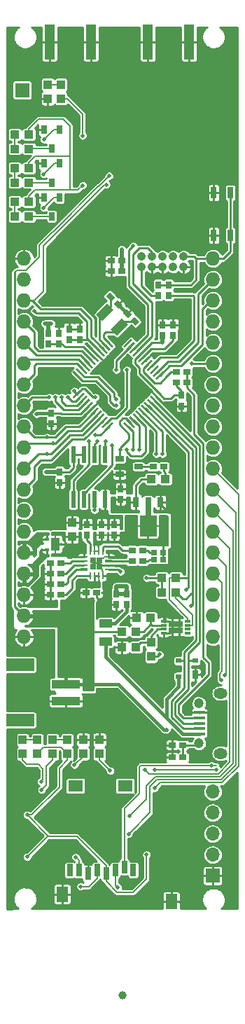
<source format=gbr>
G04 #@! TF.FileFunction,Copper,L1,Top,Signal*
%FSLAX46Y46*%
G04 Gerber Fmt 4.6, Leading zero omitted, Abs format (unit mm)*
G04 Created by KiCad (PCBNEW 4.0.6) date 06/09/17 16:27:28*
%MOMM*%
%LPD*%
G01*
G04 APERTURE LIST*
%ADD10C,0.100000*%
%ADD11R,0.698500X1.498600*%
%ADD12R,1.798320X1.399540*%
%ADD13R,1.399540X1.899920*%
%ADD14O,1.727200X1.727200*%
%ADD15R,0.800000X0.650000*%
%ADD16R,1.350000X0.400000*%
%ADD17C,1.200000*%
%ADD18O,1.700000X1.300000*%
%ADD19R,0.800000X1.200000*%
%ADD20R,0.800000X2.200000*%
%ADD21R,2.000000X2.500000*%
%ADD22R,0.600000X2.000000*%
%ADD23R,0.700000X1.000000*%
%ADD24R,0.700000X0.600000*%
%ADD25R,1.500000X1.000000*%
%ADD26R,0.700000X0.900000*%
%ADD27R,0.900000X0.700000*%
%ADD28O,1.050000X1.050000*%
%ADD29R,1.100000X1.000000*%
%ADD30R,0.500000X0.400000*%
%ADD31R,1.100000X1.600000*%
%ADD32R,0.250000X0.400000*%
%ADD33R,3.500000X1.000000*%
%ADD34R,3.400000X1.500000*%
%ADD35R,1.000000X1.100000*%
%ADD36R,1.050000X0.650000*%
%ADD37R,0.750000X0.750000*%
%ADD38R,0.280000X0.850000*%
%ADD39R,0.850000X0.280000*%
%ADD40R,0.850000X0.300000*%
%ADD41R,1.270000X4.200000*%
%ADD42R,1.700000X1.700000*%
%ADD43O,1.700000X1.700000*%
%ADD44R,0.700000X1.450000*%
%ADD45R,0.650000X1.050000*%
%ADD46R,0.750000X0.300000*%
%ADD47R,0.875000X0.725000*%
%ADD48C,1.000000*%
%ADD49C,0.500000*%
%ADD50C,0.254000*%
%ADD51C,0.381000*%
%ADD52C,0.203200*%
%ADD53C,0.508000*%
%ADD54C,0.253000*%
G04 APERTURE END LIST*
D10*
D11*
X14499220Y-23137520D03*
X13399400Y-22738740D03*
X12299580Y-23137520D03*
X11199760Y-23538840D03*
X10099940Y-23137520D03*
X8997580Y-23538840D03*
X7897760Y-23137520D03*
X6797940Y-23137520D03*
D12*
X7498980Y-12939420D03*
X13498460Y-12939420D03*
D13*
X5898780Y-26038200D03*
X19099160Y-26939900D03*
D14*
X24130000Y17780000D03*
X24130000Y20320000D03*
X24130000Y22860000D03*
X24130000Y25400000D03*
X24130000Y50800000D03*
X24130000Y48260000D03*
X24130000Y45720000D03*
X24130000Y43180000D03*
X24130000Y40640000D03*
X24130000Y38100000D03*
X24130000Y35560000D03*
X24130000Y33020000D03*
X24130000Y30480000D03*
X24130000Y27940000D03*
X24130000Y15240000D03*
X24130000Y12700000D03*
X24130000Y10160000D03*
X24130000Y7620000D03*
X24130000Y5080000D03*
D10*
G36*
X11020621Y40951689D02*
X11197398Y41128466D01*
X12116637Y40209227D01*
X11939860Y40032450D01*
X11020621Y40951689D01*
X11020621Y40951689D01*
G37*
G36*
X10667068Y40598136D02*
X10843845Y40774913D01*
X11763084Y39855674D01*
X11586307Y39678897D01*
X10667068Y40598136D01*
X10667068Y40598136D01*
G37*
G36*
X10313514Y40244582D02*
X10490291Y40421359D01*
X11409530Y39502120D01*
X11232753Y39325343D01*
X10313514Y40244582D01*
X10313514Y40244582D01*
G37*
G36*
X9959961Y39891029D02*
X10136738Y40067806D01*
X11055977Y39148567D01*
X10879200Y38971790D01*
X9959961Y39891029D01*
X9959961Y39891029D01*
G37*
G36*
X9606408Y39537476D02*
X9783185Y39714253D01*
X10702424Y38795014D01*
X10525647Y38618237D01*
X9606408Y39537476D01*
X9606408Y39537476D01*
G37*
G36*
X9252854Y39183922D02*
X9429631Y39360699D01*
X10348870Y38441460D01*
X10172093Y38264683D01*
X9252854Y39183922D01*
X9252854Y39183922D01*
G37*
G36*
X8899301Y38830369D02*
X9076078Y39007146D01*
X9995317Y38087907D01*
X9818540Y37911130D01*
X8899301Y38830369D01*
X8899301Y38830369D01*
G37*
G36*
X8545747Y38476815D02*
X8722524Y38653592D01*
X9641763Y37734353D01*
X9464986Y37557576D01*
X8545747Y38476815D01*
X8545747Y38476815D01*
G37*
G36*
X8192194Y38123262D02*
X8368971Y38300039D01*
X9288210Y37380800D01*
X9111433Y37204023D01*
X8192194Y38123262D01*
X8192194Y38123262D01*
G37*
G36*
X7838641Y37769709D02*
X8015418Y37946486D01*
X8934657Y37027247D01*
X8757880Y36850470D01*
X7838641Y37769709D01*
X7838641Y37769709D01*
G37*
G36*
X7485087Y37416155D02*
X7661864Y37592932D01*
X8581103Y36673693D01*
X8404326Y36496916D01*
X7485087Y37416155D01*
X7485087Y37416155D01*
G37*
G36*
X7131534Y37062602D02*
X7308311Y37239379D01*
X8227550Y36320140D01*
X8050773Y36143363D01*
X7131534Y37062602D01*
X7131534Y37062602D01*
G37*
G36*
X7308311Y33880621D02*
X7131534Y34057398D01*
X8050773Y34976637D01*
X8227550Y34799860D01*
X7308311Y33880621D01*
X7308311Y33880621D01*
G37*
G36*
X7661864Y33527068D02*
X7485087Y33703845D01*
X8404326Y34623084D01*
X8581103Y34446307D01*
X7661864Y33527068D01*
X7661864Y33527068D01*
G37*
G36*
X8015418Y33173514D02*
X7838641Y33350291D01*
X8757880Y34269530D01*
X8934657Y34092753D01*
X8015418Y33173514D01*
X8015418Y33173514D01*
G37*
G36*
X8368971Y32819961D02*
X8192194Y32996738D01*
X9111433Y33915977D01*
X9288210Y33739200D01*
X8368971Y32819961D01*
X8368971Y32819961D01*
G37*
G36*
X8722524Y32466408D02*
X8545747Y32643185D01*
X9464986Y33562424D01*
X9641763Y33385647D01*
X8722524Y32466408D01*
X8722524Y32466408D01*
G37*
G36*
X9076078Y32112854D02*
X8899301Y32289631D01*
X9818540Y33208870D01*
X9995317Y33032093D01*
X9076078Y32112854D01*
X9076078Y32112854D01*
G37*
G36*
X9429631Y31759301D02*
X9252854Y31936078D01*
X10172093Y32855317D01*
X10348870Y32678540D01*
X9429631Y31759301D01*
X9429631Y31759301D01*
G37*
G36*
X9783185Y31405747D02*
X9606408Y31582524D01*
X10525647Y32501763D01*
X10702424Y32324986D01*
X9783185Y31405747D01*
X9783185Y31405747D01*
G37*
G36*
X10136738Y31052194D02*
X9959961Y31228971D01*
X10879200Y32148210D01*
X11055977Y31971433D01*
X10136738Y31052194D01*
X10136738Y31052194D01*
G37*
G36*
X10490291Y30698641D02*
X10313514Y30875418D01*
X11232753Y31794657D01*
X11409530Y31617880D01*
X10490291Y30698641D01*
X10490291Y30698641D01*
G37*
G36*
X10843845Y30345087D02*
X10667068Y30521864D01*
X11586307Y31441103D01*
X11763084Y31264326D01*
X10843845Y30345087D01*
X10843845Y30345087D01*
G37*
G36*
X11197398Y29991534D02*
X11020621Y30168311D01*
X11939860Y31087550D01*
X12116637Y30910773D01*
X11197398Y29991534D01*
X11197398Y29991534D01*
G37*
G36*
X13283363Y30910773D02*
X13460140Y31087550D01*
X14379379Y30168311D01*
X14202602Y29991534D01*
X13283363Y30910773D01*
X13283363Y30910773D01*
G37*
G36*
X13636916Y31264326D02*
X13813693Y31441103D01*
X14732932Y30521864D01*
X14556155Y30345087D01*
X13636916Y31264326D01*
X13636916Y31264326D01*
G37*
G36*
X13990470Y31617880D02*
X14167247Y31794657D01*
X15086486Y30875418D01*
X14909709Y30698641D01*
X13990470Y31617880D01*
X13990470Y31617880D01*
G37*
G36*
X14344023Y31971433D02*
X14520800Y32148210D01*
X15440039Y31228971D01*
X15263262Y31052194D01*
X14344023Y31971433D01*
X14344023Y31971433D01*
G37*
G36*
X14697576Y32324986D02*
X14874353Y32501763D01*
X15793592Y31582524D01*
X15616815Y31405747D01*
X14697576Y32324986D01*
X14697576Y32324986D01*
G37*
G36*
X15051130Y32678540D02*
X15227907Y32855317D01*
X16147146Y31936078D01*
X15970369Y31759301D01*
X15051130Y32678540D01*
X15051130Y32678540D01*
G37*
G36*
X15404683Y33032093D02*
X15581460Y33208870D01*
X16500699Y32289631D01*
X16323922Y32112854D01*
X15404683Y33032093D01*
X15404683Y33032093D01*
G37*
G36*
X15758237Y33385647D02*
X15935014Y33562424D01*
X16854253Y32643185D01*
X16677476Y32466408D01*
X15758237Y33385647D01*
X15758237Y33385647D01*
G37*
G36*
X16111790Y33739200D02*
X16288567Y33915977D01*
X17207806Y32996738D01*
X17031029Y32819961D01*
X16111790Y33739200D01*
X16111790Y33739200D01*
G37*
G36*
X16465343Y34092753D02*
X16642120Y34269530D01*
X17561359Y33350291D01*
X17384582Y33173514D01*
X16465343Y34092753D01*
X16465343Y34092753D01*
G37*
G36*
X16818897Y34446307D02*
X16995674Y34623084D01*
X17914913Y33703845D01*
X17738136Y33527068D01*
X16818897Y34446307D01*
X16818897Y34446307D01*
G37*
G36*
X17172450Y34799860D02*
X17349227Y34976637D01*
X18268466Y34057398D01*
X18091689Y33880621D01*
X17172450Y34799860D01*
X17172450Y34799860D01*
G37*
G36*
X17349227Y36143363D02*
X17172450Y36320140D01*
X18091689Y37239379D01*
X18268466Y37062602D01*
X17349227Y36143363D01*
X17349227Y36143363D01*
G37*
G36*
X16995674Y36496916D02*
X16818897Y36673693D01*
X17738136Y37592932D01*
X17914913Y37416155D01*
X16995674Y36496916D01*
X16995674Y36496916D01*
G37*
G36*
X16642120Y36850470D02*
X16465343Y37027247D01*
X17384582Y37946486D01*
X17561359Y37769709D01*
X16642120Y36850470D01*
X16642120Y36850470D01*
G37*
G36*
X16288567Y37204023D02*
X16111790Y37380800D01*
X17031029Y38300039D01*
X17207806Y38123262D01*
X16288567Y37204023D01*
X16288567Y37204023D01*
G37*
G36*
X15935014Y37557576D02*
X15758237Y37734353D01*
X16677476Y38653592D01*
X16854253Y38476815D01*
X15935014Y37557576D01*
X15935014Y37557576D01*
G37*
G36*
X15581460Y37911130D02*
X15404683Y38087907D01*
X16323922Y39007146D01*
X16500699Y38830369D01*
X15581460Y37911130D01*
X15581460Y37911130D01*
G37*
G36*
X15227907Y38264683D02*
X15051130Y38441460D01*
X15970369Y39360699D01*
X16147146Y39183922D01*
X15227907Y38264683D01*
X15227907Y38264683D01*
G37*
G36*
X14874353Y38618237D02*
X14697576Y38795014D01*
X15616815Y39714253D01*
X15793592Y39537476D01*
X14874353Y38618237D01*
X14874353Y38618237D01*
G37*
G36*
X14520800Y38971790D02*
X14344023Y39148567D01*
X15263262Y40067806D01*
X15440039Y39891029D01*
X14520800Y38971790D01*
X14520800Y38971790D01*
G37*
G36*
X14167247Y39325343D02*
X13990470Y39502120D01*
X14909709Y40421359D01*
X15086486Y40244582D01*
X14167247Y39325343D01*
X14167247Y39325343D01*
G37*
G36*
X13813693Y39678897D02*
X13636916Y39855674D01*
X14556155Y40774913D01*
X14732932Y40598136D01*
X13813693Y39678897D01*
X13813693Y39678897D01*
G37*
G36*
X13460140Y40032450D02*
X13283363Y40209227D01*
X14202602Y41128466D01*
X14379379Y40951689D01*
X13460140Y40032450D01*
X13460140Y40032450D01*
G37*
D15*
X18076000Y14434000D03*
X18076000Y15284000D03*
X16976000Y15284000D03*
X16976000Y14434000D03*
D16*
X22500000Y-6675000D03*
X22500000Y-6025000D03*
X22500000Y-5375000D03*
X22500000Y-4725000D03*
X22500000Y-4075000D03*
D17*
X22425000Y-7800000D03*
X22425000Y-2950000D03*
D18*
X25075000Y-9000000D03*
X25075000Y-1750000D03*
D19*
X17780000Y21336000D03*
D20*
X16280000Y20836000D03*
D19*
X14780000Y21336000D03*
D21*
X16280000Y18486000D03*
D22*
X7239000Y27084000D03*
X8509000Y27084000D03*
X9779000Y27084000D03*
X11049000Y27084000D03*
X11049000Y21684000D03*
X9779000Y21684000D03*
X8509000Y21684000D03*
X7239000Y21684000D03*
D10*
G36*
X9993457Y44035040D02*
X11336960Y45378543D01*
X12114777Y44600726D01*
X10771274Y43257223D01*
X9993457Y44035040D01*
X9993457Y44035040D01*
G37*
G36*
X11761223Y42267274D02*
X13104726Y43610777D01*
X13882543Y42832960D01*
X12539040Y41489457D01*
X11761223Y42267274D01*
X11761223Y42267274D01*
G37*
D23*
X22000000Y500000D03*
D24*
X22000000Y2200000D03*
X20000000Y2200000D03*
X20000000Y300000D03*
D25*
X11150000Y6700000D03*
X11150000Y4500000D03*
D10*
G36*
X13217304Y45189670D02*
X12722330Y44694696D01*
X12085934Y45331092D01*
X12580908Y45826066D01*
X13217304Y45189670D01*
X13217304Y45189670D01*
G37*
G36*
X12298066Y46108908D02*
X11803092Y45613934D01*
X11166696Y46250330D01*
X11661670Y46745304D01*
X12298066Y46108908D01*
X12298066Y46108908D01*
G37*
G36*
X13198696Y44218330D02*
X13693670Y44713304D01*
X14330066Y44076908D01*
X13835092Y43581934D01*
X13198696Y44218330D01*
X13198696Y44218330D01*
G37*
G36*
X14117934Y43299092D02*
X14612908Y43794066D01*
X15249304Y43157670D01*
X14754330Y42662696D01*
X14117934Y43299092D01*
X14117934Y43299092D01*
G37*
D26*
X18034000Y41514000D03*
X18034000Y42814000D03*
X5461000Y40498000D03*
X5461000Y41798000D03*
X19304000Y41514000D03*
X19304000Y42814000D03*
X20320000Y34290000D03*
X20320000Y32990000D03*
X4572000Y32146000D03*
X4572000Y30846000D03*
X12446000Y10302000D03*
X12446000Y9002000D03*
D27*
X13096000Y50546000D03*
X11796000Y50546000D03*
X8748000Y10414000D03*
X10048000Y10414000D03*
D26*
X10668000Y17384000D03*
X10668000Y18684000D03*
D27*
X20500000Y-8000000D03*
X19200000Y-8000000D03*
X18176000Y25654000D03*
X16876000Y25654000D03*
D26*
X17526000Y46340000D03*
X17526000Y47640000D03*
X8890000Y18684000D03*
X8890000Y17384000D03*
D27*
X4430000Y13970000D03*
X5730000Y13970000D03*
X4430000Y12700000D03*
X5730000Y12700000D03*
X4430000Y11430000D03*
X5730000Y11430000D03*
X20970000Y35814000D03*
X19670000Y35814000D03*
X14336000Y14224000D03*
X15636000Y14224000D03*
X14336000Y15494000D03*
X15636000Y15494000D03*
D28*
X15494000Y49784000D03*
X15494000Y51054000D03*
X16764000Y49784000D03*
X16764000Y51054000D03*
X18034000Y49784000D03*
X18034000Y51054000D03*
X19304000Y49784000D03*
X19304000Y51054000D03*
X20574000Y49784000D03*
X20574000Y51054000D03*
D29*
X16676000Y24130000D03*
X18376000Y24130000D03*
D26*
X4191000Y40498000D03*
X4191000Y41798000D03*
D30*
X4026000Y16906000D03*
X4026000Y15606000D03*
D31*
X5076000Y16256000D03*
D32*
X5751000Y16256000D03*
D33*
X6350000Y-650000D03*
X6350000Y-2650000D03*
D34*
X800000Y1700000D03*
X800000Y-5000000D03*
D27*
X13096000Y49276000D03*
X11796000Y49276000D03*
D14*
X1270000Y17780000D03*
X1270000Y20320000D03*
X1270000Y22860000D03*
X1270000Y25400000D03*
X1270000Y50800000D03*
X1270000Y48260000D03*
X1270000Y45720000D03*
X1270000Y43180000D03*
X1270000Y40640000D03*
X1270000Y38100000D03*
X1270000Y35560000D03*
X1270000Y33020000D03*
X1270000Y30480000D03*
X1270000Y27940000D03*
X1270000Y15240000D03*
X1270000Y12700000D03*
X1270000Y10160000D03*
X1270000Y7620000D03*
X1270000Y5080000D03*
D35*
X7112000Y18884000D03*
X7112000Y17184000D03*
D26*
X13716000Y10302000D03*
X13716000Y9002000D03*
D36*
X12820000Y26604000D03*
X12820000Y24704000D03*
X15120000Y25654000D03*
D26*
X18796000Y46340000D03*
X18796000Y47640000D03*
D27*
X20970000Y37084000D03*
X19670000Y37084000D03*
X20500000Y-9500000D03*
X19200000Y-9500000D03*
X5730000Y10160000D03*
X4430000Y10160000D03*
D26*
X8001000Y41006000D03*
X8001000Y42306000D03*
X5588000Y25034000D03*
X5588000Y23734000D03*
X6731000Y41006000D03*
X6731000Y42306000D03*
X12192000Y17384000D03*
X12192000Y18684000D03*
X12954000Y21702000D03*
X12954000Y23002000D03*
D37*
X10414000Y14333000D03*
X9664000Y14333000D03*
X9664000Y13583000D03*
X10414000Y13583000D03*
D38*
X9289000Y12483000D03*
X9789000Y12483000D03*
X10289000Y12483000D03*
X10789000Y12483000D03*
D39*
X11514000Y13208000D03*
X11514000Y13708000D03*
D40*
X11514000Y14208000D03*
D39*
X11514000Y14708000D03*
D38*
X10789000Y15433000D03*
X10289000Y15433000D03*
X9789000Y15433000D03*
X9289000Y15433000D03*
D39*
X8564000Y14708000D03*
X8564000Y14208000D03*
X8564000Y13708000D03*
D40*
X8564000Y13208000D03*
D35*
X5776893Y70141213D03*
X5776893Y71841213D03*
D41*
X21250400Y77000000D03*
X16250400Y77000000D03*
D29*
X17950000Y12200000D03*
X19650000Y12200000D03*
X17950000Y10450000D03*
X19650000Y10450000D03*
D42*
X24100000Y-23800000D03*
D43*
X24100000Y-21260000D03*
X24100000Y-18720000D03*
X24100000Y-16180000D03*
X24100000Y-13640000D03*
D42*
X1066800Y71170800D03*
D29*
X13120000Y3810000D03*
X14820000Y3810000D03*
X16598000Y7366000D03*
X14898000Y7366000D03*
X13120000Y5715000D03*
X14820000Y5715000D03*
D35*
X16637000Y2706000D03*
X16637000Y4406000D03*
D44*
X24219000Y58754000D03*
X24219000Y53594000D03*
X26219000Y53594000D03*
X26219000Y58754000D03*
D35*
X6502400Y-9079600D03*
X6502400Y-7379600D03*
X2895600Y-9079600D03*
X2895600Y-7379600D03*
X4724400Y-9079600D03*
X4724400Y-7379600D03*
X1117600Y-9079600D03*
X1117600Y-7379600D03*
X8432800Y-9079600D03*
X8432800Y-7379600D03*
X10414000Y-9079600D03*
X10414000Y-7379600D03*
X4151293Y70154813D03*
X4151293Y71854813D03*
D29*
X1866000Y57667600D03*
X166000Y57667600D03*
X1866000Y61725200D03*
X166000Y61725200D03*
X1866000Y65786000D03*
X166000Y65786000D03*
D45*
X5572800Y58189600D03*
X3672800Y58189600D03*
X4622800Y55889600D03*
X5572800Y62298000D03*
X3672800Y62298000D03*
X4622800Y59998000D03*
X5572800Y66383600D03*
X3672800Y66383600D03*
X4622800Y64083600D03*
D29*
X166000Y55886400D03*
X1866000Y55886400D03*
X166000Y59998000D03*
X1866000Y59998000D03*
X166000Y64065200D03*
X1866000Y64065200D03*
D46*
X18164500Y6987000D03*
X18164500Y6487000D03*
X18164500Y5987000D03*
X18164500Y5487000D03*
X21064500Y5487000D03*
X21064500Y5987000D03*
X21064500Y6487000D03*
X21064500Y6987000D03*
D47*
X20052000Y5874500D03*
X20052000Y6599500D03*
X19177000Y5874500D03*
X19177000Y6599500D03*
D41*
X9358000Y77012800D03*
X4358000Y77012800D03*
D48*
X13150000Y-38275001D03*
X13150000Y-38275001D03*
D49*
X3672800Y58189600D03*
X3672800Y62298000D03*
X3672800Y66383600D03*
X23977600Y-4673600D03*
X23977600Y-3505200D03*
X12293600Y-20828000D03*
X12446000Y-19507200D03*
X16514450Y-8696101D03*
X1651000Y-11366501D03*
X17526000Y8890000D03*
X15113000Y8636000D03*
X2750000Y53250000D03*
X1750000Y53000000D03*
X700000Y53000000D03*
X4300000Y49400000D03*
X4300000Y50250000D03*
X4300000Y51100000D03*
X4300000Y51900000D03*
X13200000Y44712000D03*
X23050000Y1700000D03*
X23050000Y950000D03*
X19185000Y5797000D03*
X19185000Y6677000D03*
X18832990Y20780904D03*
X18832990Y20187834D03*
X18832990Y22178392D03*
X11800000Y23400000D03*
X10600000Y23400000D03*
X11400000Y24200000D03*
X19400000Y52400000D03*
X18288000Y43942000D03*
X19304000Y44704000D03*
X17526000Y44704000D03*
X20066000Y43942000D03*
X20828000Y44704000D03*
X10515600Y14427200D03*
X10502900Y13487400D03*
X13970000Y12954000D03*
X13970000Y12192000D03*
X13208000Y12192000D03*
X12446000Y12192000D03*
X4318000Y33274000D03*
X21082000Y30734000D03*
X21082000Y32004000D03*
X3810000Y29972000D03*
X11684000Y12192000D03*
X12446000Y15240000D03*
X13081000Y14859000D03*
X7620000Y43434000D03*
X6604000Y43434000D03*
X5588000Y43434000D03*
X10299700Y13970000D03*
X9575800Y14427200D03*
X9779000Y13957300D03*
X9575800Y13487400D03*
X8382000Y59654440D03*
X1651000Y-16446500D03*
X1651000Y-21526501D03*
X16090601Y-21260000D03*
X17674434Y2942434D03*
X16100000Y12200000D03*
X9800000Y20400000D03*
X13843000Y21590000D03*
X13843000Y20955000D03*
X13335000Y20574000D03*
X12700000Y20574000D03*
X12065000Y20320000D03*
X12065000Y20955000D03*
X12065000Y21590000D03*
X2794000Y32004000D03*
X3922000Y25034000D03*
X18034000Y40640000D03*
X3810000Y42926000D03*
X4572000Y42926000D03*
X13096000Y51308000D03*
X13096000Y51928000D03*
X13970000Y19050000D03*
X14732000Y19050000D03*
X14732000Y18288000D03*
X13970000Y18288000D03*
X13970000Y17526000D03*
X14732000Y17526000D03*
X14732000Y16764000D03*
X13970000Y16764000D03*
X13208000Y16764000D03*
X13208000Y17526000D03*
X12954000Y12954000D03*
X11582400Y60807600D03*
X18542000Y-6146800D03*
X11227589Y59740011D03*
X8382000Y65653920D03*
X3657600Y56946800D03*
X3657600Y61010800D03*
X13919200Y-18745200D03*
X12446000Y33782000D03*
X14043130Y-16592896D03*
X12446000Y33020000D03*
X9906000Y34036000D03*
X9144000Y28702000D03*
X7366000Y34798000D03*
X6604000Y34036000D03*
X5842000Y34036000D03*
X5080000Y34036000D03*
X12630311Y-25209112D03*
X4064000Y29210000D03*
X11176000Y28702000D03*
X8128000Y-25095200D03*
X4826000Y28448000D03*
X10160000Y28702000D03*
X7518400Y-21539200D03*
X4064000Y27178000D03*
X11938000Y28194000D03*
X13716000Y37338000D03*
X21590000Y38100000D03*
X9906000Y29464000D03*
X25590500Y444500D03*
X24551708Y-10965156D03*
X17068800Y-10965156D03*
X11694755Y-11113555D03*
X14478000Y27686000D03*
X15926589Y-10960311D03*
X7366000Y-10414000D03*
X15240000Y27686000D03*
X25146000Y-190500D03*
X23939500Y-10456301D03*
X13716000Y27686000D03*
X17272000Y27178000D03*
X17068800Y-13208000D03*
X18034000Y27178000D03*
X20850000Y10750000D03*
X21500000Y8800000D03*
X14478000Y52324000D03*
X3708400Y65176400D03*
X12446000Y37338000D03*
X4318000Y34036000D03*
X2540000Y44450000D03*
X13716000Y11176000D03*
X13081000Y11176000D03*
X12446000Y11176000D03*
X12954000Y27686000D03*
X3403600Y-13411200D03*
X3352800Y-12395200D03*
D50*
X18376000Y24638000D02*
X18376000Y24130000D01*
X18376000Y24638000D02*
X18376000Y24892000D01*
X18176000Y25654000D02*
X18176000Y25092000D01*
X18176000Y25092000D02*
X18376000Y24892000D01*
X16466000Y15284000D02*
X16256000Y15494000D01*
X16256000Y15494000D02*
X15636000Y15494000D01*
X16976000Y15284000D02*
X16466000Y15284000D01*
X16256000Y14224000D02*
X16466000Y14434000D01*
X16466000Y14434000D02*
X16976000Y14434000D01*
X15636000Y14224000D02*
X16256000Y14224000D01*
X23977600Y-4673600D02*
X23407800Y-4103800D01*
X23407800Y-4103800D02*
X23407800Y-4075000D01*
X22500000Y-4075000D02*
X23407800Y-4075000D01*
X23407800Y-4075000D02*
X23977600Y-3505200D01*
X12446000Y-19507200D02*
X12446000Y-20675600D01*
X12446000Y-20675600D02*
X12293600Y-20828000D01*
D51*
X18235000Y6987000D02*
X18235000Y8181000D01*
X18235000Y8181000D02*
X17526000Y8890000D01*
D50*
X13120000Y3810000D02*
X13170000Y3810000D01*
X14898000Y7366000D02*
X14898000Y8421000D01*
X14898000Y8421000D02*
X15113000Y8636000D01*
X700000Y53000000D02*
X1750000Y53000000D01*
X4300000Y50250000D02*
X4300000Y49400000D01*
X4300000Y51900000D02*
X4300000Y51100000D01*
D51*
X13200000Y44712000D02*
X13200000Y44700000D01*
X13200000Y44712000D02*
X13764381Y44147619D01*
X12651619Y45260381D02*
X13200000Y44712000D01*
D50*
X12446000Y9002000D02*
X10856000Y9002000D01*
X10856000Y9002000D02*
X10048000Y9810000D01*
X10048000Y9810000D02*
X10048000Y10414000D01*
X22000000Y500000D02*
X22600000Y500000D01*
X22600000Y500000D02*
X23050000Y950000D01*
X18235000Y5487000D02*
X18825000Y5487000D01*
X18825000Y5487000D02*
X19135000Y5797000D01*
X18235000Y6987000D02*
X18825000Y6987000D01*
X18825000Y6987000D02*
X19135000Y6677000D01*
X18728166Y20187834D02*
X18832990Y20187834D01*
X17780000Y21336000D02*
X17780000Y21136000D01*
X18832990Y22178392D02*
X18832990Y20780904D01*
X17780000Y21136000D02*
X18728166Y20187834D01*
X10600000Y23400000D02*
X11800000Y23400000D01*
X12820000Y24704000D02*
X11904000Y24704000D01*
X11904000Y24704000D02*
X11400000Y24200000D01*
X18288000Y43942000D02*
X20066000Y43942000D01*
X20066000Y43942000D02*
X19304000Y44704000D01*
X18034000Y42814000D02*
X18034000Y44196000D01*
X18034000Y44196000D02*
X17526000Y44704000D01*
X13970000Y12192000D02*
X13970000Y12954000D01*
X13716000Y12700000D02*
X13208000Y12192000D01*
X13208000Y12192000D02*
X12954000Y11938000D01*
X11684000Y12192000D02*
X12446000Y12192000D01*
X20320000Y32004000D02*
X21082000Y32004000D01*
X20320000Y32990000D02*
X20320000Y32004000D01*
X4572000Y29972000D02*
X3810000Y29972000D01*
X4572000Y30226000D02*
X4572000Y29972000D01*
X4572000Y30846000D02*
X4572000Y30226000D01*
X11684000Y12192000D02*
X11393000Y12483000D01*
X11938000Y11938000D02*
X11684000Y12192000D01*
X10789000Y12483000D02*
X11393000Y12483000D01*
X11514000Y13708000D02*
X10539000Y13708000D01*
X10539000Y13708000D02*
X10414000Y13583000D01*
D52*
X11514000Y14708000D02*
X10999600Y14708000D01*
X10999600Y14708000D02*
X10896600Y14605000D01*
X10896600Y14605000D02*
X10686000Y14605000D01*
X10686000Y14605000D02*
X10414000Y14333000D01*
X10789000Y12483000D02*
X10789000Y12985400D01*
X10789000Y12985400D02*
X10693400Y13081000D01*
X10693400Y13081000D02*
X10693400Y13303600D01*
X10693400Y13303600D02*
X10414000Y13583000D01*
D50*
X13081000Y14859000D02*
X12827000Y14859000D01*
X12827000Y14859000D02*
X12446000Y15240000D01*
X13081000Y14859000D02*
X12573000Y14859000D01*
X12573000Y14859000D02*
X12422000Y14708000D01*
X12422000Y14708000D02*
X11514000Y14708000D01*
X13470000Y13708000D02*
X13716000Y13462000D01*
X13716000Y13462000D02*
X13716000Y12700000D01*
X12954000Y11938000D02*
X11938000Y11938000D01*
X6604000Y43434000D02*
X7620000Y43434000D01*
X5461000Y41798000D02*
X5461000Y43307000D01*
X5461000Y43307000D02*
X5588000Y43434000D01*
X11732381Y46179619D02*
X11732381Y44996147D01*
X11732381Y44996147D02*
X11054117Y44317883D01*
X11054117Y44328117D02*
X11684000Y44958000D01*
X11054117Y44317883D02*
X11054117Y44328117D01*
X11215076Y40226905D02*
X10414000Y41027981D01*
X10414000Y41027981D02*
X10414000Y43677766D01*
X10414000Y43677766D02*
X11054117Y44317883D01*
X14683619Y43228381D02*
X13500147Y43228381D01*
X13500147Y43228381D02*
X12821883Y42550117D01*
X12832117Y42550117D02*
X13462000Y43180000D01*
X12821883Y42550117D02*
X12832117Y42550117D01*
X11568629Y40580458D02*
X10922000Y41227087D01*
X10922000Y41227087D02*
X10922000Y41656000D01*
X10922000Y41656000D02*
X11176000Y41910000D01*
X11176000Y41910000D02*
X12181766Y41910000D01*
X12181766Y41910000D02*
X12821883Y42550117D01*
D52*
X6858000Y59080400D02*
X7807960Y59080400D01*
X7807960Y59080400D02*
X8382000Y59654440D01*
X6858000Y63144400D02*
X6858000Y59080400D01*
X1866000Y58370800D02*
X2575600Y59080400D01*
X1866000Y57667600D02*
X1866000Y58370800D01*
X2575600Y59080400D02*
X6858000Y59080400D01*
X6858000Y66802000D02*
X6858000Y63144400D01*
X1866000Y61725200D02*
X1866000Y62428400D01*
X1866000Y62428400D02*
X2582000Y63144400D01*
X2582000Y63144400D02*
X6858000Y63144400D01*
X5994400Y67665600D02*
X6858000Y66802000D01*
X3042400Y67665600D02*
X5994400Y67665600D01*
X1866000Y65786000D02*
X1866000Y66489200D01*
X1866000Y66489200D02*
X3042400Y67665600D01*
X5537200Y-13110300D02*
X5537200Y-10798000D01*
X5537200Y-10798000D02*
X6502400Y-9832800D01*
X6502400Y-9832800D02*
X6502400Y-9079600D01*
X1651000Y-16446500D02*
X2201000Y-16446500D01*
X2201000Y-16446500D02*
X5537200Y-13110300D01*
X2895600Y-9079600D02*
X2895600Y-9029600D01*
X5748399Y-8275599D02*
X6502400Y-9029600D01*
X2895600Y-9029600D02*
X3649601Y-8275599D01*
X6502400Y-9029600D02*
X6502400Y-9079600D01*
X3649601Y-8275599D02*
X5748399Y-8275599D01*
X4127501Y-19050000D02*
X4127501Y-18923001D01*
X4127501Y-18923001D02*
X1651000Y-16446500D01*
X7663420Y-19050000D02*
X4127501Y-19050000D01*
X4127501Y-19050000D02*
X1651000Y-21526501D01*
X11199760Y-23538840D02*
X11199760Y-22586340D01*
X11199760Y-22586340D02*
X7663420Y-19050000D01*
X11199760Y-23538840D02*
X11199760Y-24491340D01*
X11199760Y-24491340D02*
X12514820Y-25806400D01*
X12514820Y-25806400D02*
X14478000Y-25806400D01*
X14478000Y-25806400D02*
X16090601Y-24193799D01*
X16090601Y-24193799D02*
X16090601Y-21260000D01*
D51*
X11199760Y-23938890D02*
X11199760Y-23538840D01*
D50*
X16637000Y2706000D02*
X17438000Y2706000D01*
X17438000Y2706000D02*
X17674434Y2942434D01*
D52*
X16637000Y2706000D02*
X17057000Y2706000D01*
D50*
X17950000Y12200000D02*
X16100000Y12200000D01*
X17950000Y10450000D02*
X17950000Y12200000D01*
X9779000Y21684000D02*
X9779000Y20421000D01*
X9779000Y20421000D02*
X9800000Y20400000D01*
X13335000Y20574000D02*
X12700000Y20574000D01*
X12065000Y20955000D02*
X12065000Y20320000D01*
X12065000Y21590000D02*
X12192000Y21717000D01*
X12192000Y21717000D02*
X12939000Y21717000D01*
X12939000Y21717000D02*
X12954000Y21702000D01*
X15245584Y39166245D02*
X14687339Y38608000D01*
X14687339Y38608000D02*
X14687339Y38144661D01*
X14687339Y38144661D02*
X15240000Y37592000D01*
X15240000Y37592000D02*
X15240000Y36909087D01*
X15240000Y36909087D02*
X17720458Y34428629D01*
D51*
X2906000Y32146000D02*
X2794000Y32034000D01*
X2794000Y32034000D02*
X2794000Y32004000D01*
X4572000Y32146000D02*
X2906000Y32146000D01*
D50*
X19670000Y35814000D02*
X19670000Y35448000D01*
X19670000Y35448000D02*
X20320000Y34798000D01*
X20320000Y34798000D02*
X20320000Y34290000D01*
X19050000Y33924000D02*
X18225087Y33924000D01*
X20320000Y34290000D02*
X19416000Y34290000D01*
X19416000Y34290000D02*
X19050000Y33924000D01*
X18225087Y33924000D02*
X17720458Y34428629D01*
X14780000Y23416000D02*
X15494000Y24130000D01*
X15494000Y24130000D02*
X16676000Y24130000D01*
X14780000Y21336000D02*
X14780000Y23416000D01*
D53*
X5588000Y25034000D02*
X3922000Y25034000D01*
D50*
X18034000Y40640000D02*
X16719339Y40640000D01*
X16719339Y40640000D02*
X15245584Y39166245D01*
D53*
X18034000Y41514000D02*
X18034000Y40640000D01*
X4572000Y42926000D02*
X4064000Y42926000D01*
X4064000Y42926000D02*
X3810000Y42926000D01*
X4191000Y41798000D02*
X4191000Y42799000D01*
X4191000Y42799000D02*
X4064000Y42926000D01*
X4191000Y41798000D02*
X4191000Y42545000D01*
X13096000Y51674000D02*
X13096000Y51928000D01*
X13096000Y49276000D02*
X13096000Y50546000D01*
X13096000Y50546000D02*
X13096000Y51674000D01*
D50*
X18034000Y41514000D02*
X18034000Y40894000D01*
X15494000Y48768000D02*
X15494000Y49022000D01*
X15494000Y47498000D02*
X15494000Y49022000D01*
X15494000Y49022000D02*
X15494000Y49784000D01*
X16652000Y46340000D02*
X15494000Y47498000D01*
X17526000Y46340000D02*
X16652000Y46340000D01*
X8128000Y32048661D02*
X9093755Y33014416D01*
X5700000Y32146000D02*
X5797339Y32048661D01*
X5797339Y32048661D02*
X8128000Y32048661D01*
X4572000Y32146000D02*
X5700000Y32146000D01*
X7239000Y27084000D02*
X8509000Y27084000D01*
X6746000Y25034000D02*
X7239000Y25527000D01*
X7239000Y25527000D02*
X7239000Y27084000D01*
X5588000Y25034000D02*
X6746000Y25034000D01*
X9800862Y38812691D02*
X8481553Y40132000D01*
X8481553Y40132000D02*
X6208000Y40132000D01*
X6208000Y40132000D02*
X5842000Y40498000D01*
X5842000Y40498000D02*
X5461000Y40498000D01*
X4191000Y40498000D02*
X5461000Y40498000D01*
X19304000Y41514000D02*
X19304000Y40894000D01*
X19304000Y40894000D02*
X18288000Y39878000D01*
X18288000Y39878000D02*
X16664447Y39878000D01*
X16664447Y39878000D02*
X15599138Y38812691D01*
X16280000Y20686000D02*
X16280000Y19586000D01*
X13970000Y19050000D02*
X13970000Y18288000D01*
X14732000Y18288000D02*
X14732000Y19050000D01*
X13970000Y17526000D02*
X13970000Y18288000D01*
X14732000Y16764000D02*
X14732000Y17526000D01*
X13208000Y16764000D02*
X13970000Y16764000D01*
X12192000Y17384000D02*
X13066000Y17384000D01*
X13066000Y17384000D02*
X13208000Y17526000D01*
X12954000Y12954000D02*
X12700000Y13208000D01*
X12700000Y13208000D02*
X11514000Y13208000D01*
X16256000Y16510000D02*
X16256000Y19562000D01*
X16256000Y19562000D02*
X16280000Y19586000D01*
X18034000Y16510000D02*
X16256000Y16510000D01*
X18076000Y16468000D02*
X18034000Y16510000D01*
X18076000Y15284000D02*
X18076000Y16468000D01*
X18076000Y14434000D02*
X18076000Y15284000D01*
D52*
X10261600Y59539647D02*
X10314447Y59539647D01*
X10314447Y59539647D02*
X11582400Y60807600D01*
X126999Y49100000D02*
X404600Y49377601D01*
X404600Y49377601D02*
X1501651Y49377601D01*
X1501651Y49377601D02*
X3144390Y51020340D01*
X3144390Y51020340D02*
X3144390Y52447298D01*
X3144390Y52447298D02*
X4752701Y54055609D01*
X4752701Y54055609D02*
X4777562Y54055609D01*
X4777562Y54055609D02*
X10261600Y59539647D01*
D51*
X7350000Y4200000D02*
X6350000Y3200000D01*
X6350000Y3200000D02*
X6350000Y-650000D01*
X9481000Y-650000D02*
X6350000Y-650000D01*
X18542000Y-6146800D02*
X18188447Y-6146800D01*
X18188447Y-6146800D02*
X12691647Y-650000D01*
X12691647Y-650000D02*
X9481000Y-650000D01*
D50*
X8748000Y5602000D02*
X8748000Y5715000D01*
X8748000Y5715000D02*
X8748000Y7600000D01*
X13120000Y5715000D02*
X12316000Y5715000D01*
X12316000Y5715000D02*
X8748000Y5715000D01*
X126999Y8763001D02*
X1270000Y7620000D01*
X126999Y49100000D02*
X126999Y8763001D01*
X8748000Y7600000D02*
X8748000Y10414000D01*
X1270000Y7620000D02*
X8728000Y7620000D01*
X8728000Y7620000D02*
X8748000Y7600000D01*
X8750000Y5600000D02*
X7350000Y4200000D01*
X8750000Y5600000D02*
X8748000Y5602000D01*
X10289000Y12483000D02*
X9789000Y12483000D01*
X9652000Y11557000D02*
X9789000Y11694000D01*
X9789000Y11694000D02*
X9789000Y12483000D01*
X8890000Y11557000D02*
X9652000Y11557000D01*
X8748000Y11415000D02*
X8890000Y11557000D01*
X8748000Y10414000D02*
X8748000Y11415000D01*
X22225000Y-8000000D02*
X22425000Y-7800000D01*
X20500000Y-8000000D02*
X22225000Y-8000000D01*
X20500000Y-8000000D02*
X20500000Y-9500000D01*
D51*
X21500000Y-6675000D02*
X22500000Y-6675000D01*
X11150000Y4500000D02*
X11150000Y2619000D01*
X11150000Y2619000D02*
X18500000Y-4731000D01*
X20000000Y-950000D02*
X20000000Y300000D01*
X18500000Y-2450000D02*
X20000000Y-950000D01*
X18500000Y-4731000D02*
X18500000Y-2450000D01*
X21500000Y-6675000D02*
X20444000Y-6675000D01*
X20444000Y-6675000D02*
X18500000Y-4731000D01*
D50*
X18796000Y46340000D02*
X21732000Y46340000D01*
X21732000Y46340000D02*
X21844000Y46228000D01*
X21844000Y46228000D02*
X21844000Y40894000D01*
X21844000Y40894000D02*
X19812000Y38862000D01*
X19812000Y38862000D02*
X17769767Y38862000D01*
X17769767Y38862000D02*
X16659798Y37752031D01*
X8890000Y17384000D02*
X8890000Y16764000D01*
X8890000Y16764000D02*
X8890000Y17130000D01*
X9289000Y15433000D02*
X9289000Y16365000D01*
X9289000Y16365000D02*
X8890000Y16764000D01*
X6858000Y13970000D02*
X7096000Y14208000D01*
X7096000Y14208000D02*
X7636000Y14208000D01*
X5730000Y13970000D02*
X6858000Y13970000D01*
X8564000Y14208000D02*
X7636000Y14208000D01*
X7358000Y13708000D02*
X6350000Y12700000D01*
X6350000Y12700000D02*
X5730000Y12700000D01*
X8564000Y13708000D02*
X7358000Y13708000D01*
X7374000Y13708000D02*
X8564000Y13708000D01*
X8564000Y13208000D02*
X7620000Y13208000D01*
X7620000Y13208000D02*
X6604000Y12192000D01*
X6604000Y12192000D02*
X6604000Y11684000D01*
X6604000Y11684000D02*
X6350000Y11430000D01*
X6350000Y11430000D02*
X5730000Y11430000D01*
D52*
X11227589Y59740011D02*
X11022811Y59740011D01*
X11022811Y59740011D02*
X3582800Y52300000D01*
X2491314Y45720000D02*
X1270000Y45720000D01*
X3582800Y52300000D02*
X3582800Y46811486D01*
X3582800Y46811486D02*
X2491314Y45720000D01*
D50*
X1270000Y45720000D02*
X2286000Y45720000D01*
X8128000Y44704000D02*
X9398000Y43434000D01*
X2286000Y45720000D02*
X3302000Y44704000D01*
X3302000Y44704000D02*
X8128000Y44704000D01*
X9398000Y43434000D02*
X9398000Y41336873D01*
X9398000Y41336873D02*
X10861522Y39873351D01*
D52*
X8382000Y65653920D02*
X8382000Y68239306D01*
X8382000Y68239306D02*
X6480093Y70141213D01*
X6480093Y70141213D02*
X5776893Y70141213D01*
D50*
X9447309Y38459138D02*
X8282447Y39624000D01*
X8282447Y39624000D02*
X3048000Y39624000D01*
X3048000Y39624000D02*
X2540000Y40132000D01*
X2540000Y40132000D02*
X2540000Y41910000D01*
X2540000Y41910000D02*
X1270000Y43180000D01*
X9093755Y38105584D02*
X8083339Y39116000D01*
X8083339Y39116000D02*
X2794000Y39116000D01*
X2794000Y39116000D02*
X1270000Y40640000D01*
D52*
X3657600Y56946800D02*
X4900400Y58189600D01*
X4900400Y58189600D02*
X5572800Y58189600D01*
D50*
X8740202Y37752031D02*
X7884233Y38608000D01*
X7884233Y38608000D02*
X1778000Y38608000D01*
X1778000Y38608000D02*
X1270000Y38100000D01*
D52*
X5572800Y62298000D02*
X4944800Y62298000D01*
X4944800Y62298000D02*
X3657600Y61010800D01*
D50*
X1270000Y35560000D02*
X2540000Y36830000D01*
X2540000Y36830000D02*
X2540000Y37846000D01*
X2540000Y37846000D02*
X2794000Y38100000D01*
X2794000Y38100000D02*
X7685127Y38100000D01*
X7685127Y38100000D02*
X8386649Y37398478D01*
D52*
X16513998Y-13016878D02*
X16513998Y-16150402D01*
X17350488Y-12180388D02*
X16513998Y-13016878D01*
X25088216Y-12180388D02*
X17350488Y-12180388D01*
X26890232Y20099768D02*
X26890232Y-10378372D01*
X16513998Y-16150402D02*
X14169199Y-18495201D01*
X24130000Y22860000D02*
X26890232Y20099768D01*
X26890232Y-10378372D02*
X25088216Y-12180388D01*
X14169199Y-18495201D02*
X13919200Y-18745200D01*
D50*
X12446000Y33782000D02*
X12192000Y34036000D01*
X12192000Y34036000D02*
X12192000Y34544000D01*
X12192000Y34544000D02*
X10236200Y36499800D01*
X10236200Y36499800D02*
X8578219Y36499800D01*
X8578219Y36499800D02*
X8033095Y37044924D01*
D52*
X16107587Y-14528439D02*
X14293129Y-16342897D01*
X24940918Y-11824777D02*
X17203190Y-11824777D01*
X24130000Y20320000D02*
X26534621Y17915379D01*
X26534621Y-10231074D02*
X24940918Y-11824777D01*
X16107587Y-12920380D02*
X16107587Y-14528439D01*
X26534621Y17915379D02*
X26534621Y-10231074D01*
X14293129Y-16342897D02*
X14043130Y-16592896D01*
X17203190Y-11824777D02*
X16107587Y-12920380D01*
D50*
X12446000Y33020000D02*
X12192000Y33020000D01*
X12192000Y33020000D02*
X11684000Y33528000D01*
X11684000Y33528000D02*
X11684000Y34290000D01*
X11684000Y34290000D02*
X9956800Y36017200D01*
X9956800Y36017200D02*
X8353713Y36017200D01*
X8353713Y36017200D02*
X7679542Y36691371D01*
X9144000Y25908000D02*
X7239000Y24003000D01*
X7239000Y24003000D02*
X7239000Y22938000D01*
X7239000Y22938000D02*
X7239000Y21684000D01*
X9144000Y28702000D02*
X9144000Y25908000D01*
X9906000Y34036000D02*
X9652000Y34036000D01*
X9652000Y34036000D02*
X8636000Y35052000D01*
X8636000Y35052000D02*
X8302913Y35052000D01*
X8302913Y35052000D02*
X7679542Y34428629D01*
X7366000Y34798000D02*
X7366000Y34742171D01*
X7366000Y34742171D02*
X7679542Y34428629D01*
X6604000Y34036000D02*
X7112000Y33528000D01*
X7112000Y33528000D02*
X7486019Y33528000D01*
X7486019Y33528000D02*
X8033095Y34075076D01*
X5842000Y34036000D02*
X5842000Y33528000D01*
X5842000Y33528000D02*
X6350000Y33020000D01*
X6350000Y33020000D02*
X7685127Y33020000D01*
X7685127Y33020000D02*
X8386649Y33721522D01*
X5080000Y34036000D02*
X5080000Y33528000D01*
X7874000Y32512000D02*
X8729969Y33367969D01*
X5080000Y33528000D02*
X6096000Y32512000D01*
X6096000Y32512000D02*
X7874000Y32512000D01*
X8729969Y33367969D02*
X8740202Y33367969D01*
D52*
X12380312Y-24959113D02*
X12630311Y-25209112D01*
X12299580Y-24878381D02*
X12380312Y-24959113D01*
X12299580Y-23137520D02*
X12299580Y-24878381D01*
D50*
X2540000Y29210000D02*
X2286000Y29464000D01*
X7973553Y30480000D02*
X9800862Y32307309D01*
X4064000Y29210000D02*
X5080000Y29210000D01*
X5080000Y29210000D02*
X6350000Y30480000D01*
X6350000Y30480000D02*
X7973553Y30480000D01*
X4064000Y29210000D02*
X2540000Y29210000D01*
X2286000Y29464000D02*
X1270000Y30480000D01*
X11176000Y28702000D02*
X11049000Y28575000D01*
X11049000Y28575000D02*
X11049000Y27084000D01*
D52*
X8128000Y-25095200D02*
X9094760Y-25095200D01*
X9094760Y-25095200D02*
X10099940Y-24090020D01*
X10099940Y-24090020D02*
X10099940Y-23137520D01*
D50*
X4826000Y28448000D02*
X1535174Y28448000D01*
X4826000Y28448000D02*
X1778000Y28448000D01*
X4826000Y28448000D02*
X5080000Y28448000D01*
X5080000Y28448000D02*
X6604000Y29972000D01*
X1778000Y28448000D02*
X1270000Y27940000D01*
X6604000Y29972000D02*
X8172661Y29972000D01*
X8172661Y29972000D02*
X10154416Y31953755D01*
X10160000Y28702000D02*
X9779000Y28321000D01*
X9779000Y28321000D02*
X9779000Y27084000D01*
D52*
X7897760Y-23137520D02*
X7897760Y-21918560D01*
X7897760Y-21918560D02*
X7518400Y-21539200D01*
D50*
X8509000Y22384000D02*
X8509000Y21684000D01*
X11938000Y25813000D02*
X8509000Y22384000D01*
X11938000Y28194000D02*
X11938000Y25813000D01*
X4064000Y27178000D02*
X4572000Y27178000D01*
X4572000Y27178000D02*
X6858000Y29464000D01*
X6858000Y29464000D02*
X8371767Y29464000D01*
X8371767Y29464000D02*
X10507969Y31600202D01*
X4064000Y27178000D02*
X3048000Y27178000D01*
X3048000Y27178000D02*
X1270000Y25400000D01*
X10861522Y31246649D02*
X8570873Y28956000D01*
X8570873Y28956000D02*
X7112000Y28956000D01*
X7112000Y28956000D02*
X4572000Y26416000D01*
X2540000Y25654000D02*
X2540000Y24130000D01*
X4572000Y26416000D02*
X3302000Y26416000D01*
X3302000Y26416000D02*
X2540000Y25654000D01*
X2540000Y24130000D02*
X1270000Y22860000D01*
X13716000Y37338000D02*
X13716000Y32766000D01*
X13716000Y32766000D02*
X12446000Y31496000D01*
X12446000Y31496000D02*
X11817981Y31496000D01*
X11817981Y31496000D02*
X11215076Y30893095D01*
X21590000Y38100000D02*
X24130000Y38100000D01*
X9906000Y29464000D02*
X10493087Y29464000D01*
X10493087Y29464000D02*
X11568629Y30539542D01*
D52*
X25717500Y13652500D02*
X25717500Y571500D01*
X24130000Y15240000D02*
X25717500Y13652500D01*
X25717500Y571500D02*
X25590500Y444500D01*
X17422353Y-10965156D02*
X17068800Y-10965156D01*
X24551708Y-10965156D02*
X17422353Y-10965156D01*
X10414000Y-9079600D02*
X10414000Y-9832800D01*
X10414000Y-9832800D02*
X11694755Y-11113555D01*
D50*
X14478000Y27686000D02*
X14478000Y29892913D01*
X14478000Y29892913D02*
X13831371Y30539542D01*
D52*
X24993599Y16916401D02*
X24130000Y17780000D01*
X26179010Y15730990D02*
X24993599Y16916401D01*
X26179010Y-10083776D02*
X26179010Y15730990D01*
X24793620Y-11469166D02*
X26179010Y-10083776D01*
X16435444Y-11469166D02*
X24793620Y-11469166D01*
X15926589Y-10960311D02*
X16435444Y-11469166D01*
X8432800Y-9079600D02*
X8432800Y-9347200D01*
X8432800Y-9347200D02*
X7366000Y-10414000D01*
D50*
X15240000Y27686000D02*
X15240000Y30545127D01*
X15240000Y30545127D02*
X14538478Y31246649D01*
D52*
X24955500Y635000D02*
X24955500Y0D01*
X24955500Y0D02*
X25146000Y-190500D01*
X25247601Y927101D02*
X24955500Y635000D01*
X25247601Y11582399D02*
X25247601Y927101D01*
X23939500Y-10456301D02*
X24557654Y-10456301D01*
X15400899Y-10456301D02*
X23939500Y-10456301D01*
X25247601Y11582399D02*
X24993599Y11836401D01*
X24993599Y11836401D02*
X24130000Y12700000D01*
X15189200Y-10668000D02*
X15400899Y-10456301D01*
X13399400Y-15674276D02*
X15189200Y-13884476D01*
X13399400Y-22738740D02*
X13399400Y-15674276D01*
X15189200Y-13884476D02*
X15189200Y-10668000D01*
X13411200Y-22726940D02*
X13399400Y-22738740D01*
D50*
X16002000Y27432000D02*
X16002000Y30480000D01*
X14224000Y26924000D02*
X15494000Y26924000D01*
X13716000Y27686000D02*
X13716000Y27432000D01*
X13716000Y27432000D02*
X14224000Y26924000D01*
X15494000Y26924000D02*
X16002000Y27432000D01*
X16002000Y30480000D02*
X14892031Y31589969D01*
X14892031Y31589969D02*
X14892031Y31600202D01*
X17272000Y27178000D02*
X17272000Y29927339D01*
X17272000Y29927339D02*
X15245584Y31953755D01*
D52*
X17318799Y-12958001D02*
X17068800Y-13208000D01*
X27245843Y-10536657D02*
X25246501Y-12535999D01*
X25246501Y-12535999D02*
X17740801Y-12535999D01*
X24130000Y25400000D02*
X27245843Y22284157D01*
X17740801Y-12535999D02*
X17318799Y-12958001D01*
X27245843Y22284157D02*
X27245843Y-10536657D01*
D50*
X18034000Y29872447D02*
X15599138Y32307309D01*
X18034000Y27178000D02*
X18034000Y29872447D01*
D52*
X21064500Y6987000D02*
X21064500Y7340200D01*
X21064500Y7340200D02*
X18845999Y9558701D01*
X18845999Y9558701D02*
X18845999Y9804001D01*
X19650000Y12200000D02*
X18896800Y12200000D01*
X18896800Y12200000D02*
X18845999Y12149199D01*
X18845999Y12149199D02*
X18845999Y9804001D01*
D50*
X21173355Y11073355D02*
X20850000Y10750000D01*
X21173355Y12200000D02*
X21173355Y11073355D01*
X21173355Y14173355D02*
X21173355Y12200000D01*
X19650000Y12200000D02*
X21173355Y12200000D01*
X21173355Y19473355D02*
X21173355Y14173355D01*
X21173355Y26873355D02*
X21173355Y19473355D01*
X20900000Y27700000D02*
X21173355Y27426645D01*
X21173355Y27426645D02*
X21173355Y26873355D01*
X18796000Y29804000D02*
X20900000Y27700000D01*
X18796000Y29817553D02*
X18796000Y29804000D01*
X18796000Y29817553D02*
X15952691Y32660862D01*
D52*
X21642700Y6487000D02*
X21064500Y6487000D01*
X19650000Y10450000D02*
X19650000Y9746800D01*
X19650000Y9746800D02*
X21693501Y7703299D01*
X21693501Y7703299D02*
X21693501Y6537801D01*
X21693501Y6537801D02*
X21642700Y6487000D01*
D50*
X21437957Y10270598D02*
X21617359Y10450000D01*
X20454000Y9696000D02*
X20863359Y9696000D01*
X20863359Y9696000D02*
X21437957Y10270598D01*
X19700000Y10450000D02*
X20454000Y9696000D01*
X19650000Y10450000D02*
X19700000Y10450000D01*
X21617359Y14117359D02*
X21617359Y10450000D01*
X21617359Y10450000D02*
X21617359Y8917359D01*
X21617359Y8917359D02*
X21500000Y8800000D01*
D52*
X21617359Y13964159D02*
X21617359Y14117359D01*
D50*
X21617359Y14117359D02*
X21617359Y27703302D01*
X21617359Y27703302D02*
X19558000Y29762661D01*
X19558000Y29762661D02*
X16306245Y33014416D01*
X20667001Y3208763D02*
X20667001Y2500000D01*
X22098009Y4639771D02*
X20667001Y3208763D01*
X22098009Y27929758D02*
X22098009Y4639771D01*
X16659798Y33367969D02*
X22098009Y27929758D01*
X20667001Y2500000D02*
X20667001Y-1094985D01*
X20667001Y-1094985D02*
X19111978Y-2650008D01*
X19111978Y-2650008D02*
X19111978Y-4625250D01*
X19111978Y-4625250D02*
X20511728Y-6025000D01*
X20511728Y-6025000D02*
X21500000Y-6025000D01*
X21500000Y-6025000D02*
X22500000Y-6025000D01*
X20000000Y2200000D02*
X20604000Y2200000D01*
X20604000Y2200000D02*
X20667001Y2263001D01*
X20667001Y2263001D02*
X20667001Y2500000D01*
X22500000Y-5375000D02*
X20571000Y-5375000D01*
X20571000Y-5375000D02*
X19555989Y-4359989D01*
X21132032Y-1257880D02*
X21132032Y2200000D01*
X19555989Y-4359989D02*
X19555989Y-2833923D01*
X19555989Y-2833923D02*
X21132032Y-1257880D01*
X22505380Y4450000D02*
X22505380Y28229493D01*
X21132032Y2500000D02*
X21132032Y3076652D01*
X21132032Y3076652D02*
X22505380Y4450000D01*
X21132032Y2200000D02*
X21132032Y2500000D01*
X22000000Y2200000D02*
X21132032Y2200000D01*
X17543680Y33191193D02*
X17013351Y33721522D01*
X22505380Y28229493D02*
X17543680Y33191193D01*
X21132032Y2463968D02*
X21132032Y2500000D01*
X16764000Y51054000D02*
X16764000Y51562000D01*
X16764000Y51562000D02*
X16256000Y52070000D01*
X16256000Y52070000D02*
X15240000Y52070000D01*
X15240000Y52070000D02*
X14478000Y51308000D01*
X14478000Y51308000D02*
X14478000Y47752000D01*
X14478000Y47752000D02*
X16764000Y45466000D01*
X16764000Y45466000D02*
X16764000Y41391767D01*
X16764000Y41391767D02*
X14892031Y39519798D01*
X14478000Y52324000D02*
X13970000Y51816000D01*
X13970000Y51816000D02*
X13970000Y47498000D01*
X13970000Y47498000D02*
X16256000Y45212000D01*
X16256000Y45212000D02*
X16256000Y41590873D01*
X16256000Y41590873D02*
X14538478Y39873351D01*
D52*
X5572800Y66383600D02*
X4915600Y66383600D01*
X4915600Y66383600D02*
X3708400Y65176400D01*
X5572800Y66183600D02*
X5572800Y66383600D01*
D50*
X4318000Y34036000D02*
X2286000Y34036000D01*
X2286000Y34036000D02*
X1270000Y33020000D01*
X12446000Y37338000D02*
X12446000Y38487981D01*
X12446000Y38487981D02*
X14184924Y40226905D01*
X19050000Y37084000D02*
X19670000Y37084000D01*
X18542000Y36576000D02*
X19050000Y37084000D01*
X16306245Y38105584D02*
X15748000Y37547339D01*
X15748000Y37547339D02*
X15748000Y37084000D01*
X15748000Y37084000D02*
X17068800Y35763200D01*
X17068800Y35763200D02*
X17729200Y35763200D01*
X17729200Y35763200D02*
X18542000Y36576000D01*
X2540000Y44450000D02*
X2794000Y44196000D01*
X2794000Y44196000D02*
X7874000Y44196000D01*
X7874000Y44196000D02*
X8890000Y43180000D01*
X8890000Y43180000D02*
X8890000Y41137767D01*
X8890000Y41137767D02*
X9021767Y41006000D01*
X6731000Y41006000D02*
X8001000Y41006000D01*
X8001000Y41006000D02*
X9021767Y41006000D01*
X9021767Y41006000D02*
X10507969Y39519798D01*
X9895767Y40132000D02*
X10507969Y39519798D01*
X26219000Y53594000D02*
X26219000Y58754000D01*
X24130000Y50800000D02*
X25351314Y50800000D01*
X25351314Y50800000D02*
X26219000Y51667686D01*
X26219000Y51667686D02*
X26219000Y52615000D01*
X26219000Y52615000D02*
X26219000Y53594000D01*
X18796000Y47640000D02*
X21478000Y47640000D01*
X21478000Y47640000D02*
X22098000Y48260000D01*
X22098000Y48260000D02*
X22098000Y50546000D01*
X22098000Y50546000D02*
X22098000Y50800000D01*
X17526000Y47640000D02*
X18796000Y47640000D01*
X24130000Y50800000D02*
X22098000Y50800000D01*
X20574000Y51054000D02*
X21844000Y51054000D01*
X21844000Y51054000D02*
X22098000Y50800000D01*
D51*
X11150000Y6700000D02*
X12281000Y6700000D01*
X12281000Y6700000D02*
X13716000Y8135000D01*
X13716000Y8135000D02*
X13716000Y8171000D01*
X13716000Y8171000D02*
X13716000Y9002000D01*
D50*
X13718000Y9000000D02*
X13716000Y9002000D01*
X22500000Y-4725000D02*
X20571000Y-4725000D01*
X22949389Y2584125D02*
X22949389Y28434389D01*
X20571000Y-4725000D02*
X20000000Y-4154000D01*
X20000000Y-4154000D02*
X20000000Y-3083516D01*
X20000000Y-3083516D02*
X23579402Y495886D01*
X21844000Y34336000D02*
X20970000Y35210000D01*
X23579402Y495886D02*
X23579401Y1954113D01*
X20970000Y35210000D02*
X20970000Y35814000D01*
X23579401Y1954113D02*
X22949389Y2584125D01*
X22949389Y28434389D02*
X21844000Y29539778D01*
X21844000Y29539778D02*
X21844000Y34336000D01*
X20970000Y35814000D02*
X20970000Y37084000D01*
X24130000Y45720000D02*
X23876000Y45720000D01*
X23876000Y45720000D02*
X22860000Y44704000D01*
X22860000Y44704000D02*
X22860000Y40386000D01*
X22860000Y40386000D02*
X20320000Y37846000D01*
X20320000Y37846000D02*
X18875087Y37846000D01*
X18875087Y37846000D02*
X17720458Y36691371D01*
X24130000Y48260000D02*
X22352000Y46482000D01*
X18675981Y38354000D02*
X17366905Y37044924D01*
X22352000Y46482000D02*
X22352000Y40640000D01*
X22352000Y40640000D02*
X20066000Y38354000D01*
X20066000Y38354000D02*
X18675981Y38354000D01*
X11514000Y14208000D02*
X14320000Y14208000D01*
X14320000Y14208000D02*
X14336000Y14224000D01*
X13208000Y15494000D02*
X12700000Y16002000D01*
X14336000Y15494000D02*
X13208000Y15494000D01*
X12700000Y16002000D02*
X10922000Y16002000D01*
X10922000Y16002000D02*
X10789000Y15869000D01*
X10789000Y15869000D02*
X10789000Y15433000D01*
D53*
X13716000Y10302000D02*
X13716000Y11176000D01*
X13081000Y11176000D02*
X12446000Y11176000D01*
X13081000Y11176000D02*
X13716000Y11176000D01*
X12446000Y10302000D02*
X12446000Y11176000D01*
X12446000Y10302000D02*
X13716000Y10302000D01*
D50*
X15120000Y25654000D02*
X16876000Y25654000D01*
X15120000Y25654000D02*
X15748000Y25654000D01*
X5730000Y10160000D02*
X6350000Y10160000D01*
X6350000Y10160000D02*
X7112000Y10922000D01*
X7112000Y10922000D02*
X7112000Y11938000D01*
X7657000Y12483000D02*
X9289000Y12483000D01*
X7112000Y11938000D02*
X7657000Y12483000D01*
X18235000Y6487000D02*
X16723000Y6487000D01*
X16723000Y6487000D02*
X16598000Y6612000D01*
X16598000Y7366000D02*
X16598000Y6612000D01*
X16598000Y6612000D02*
X15701000Y5715000D01*
X15701000Y5715000D02*
X15624000Y5715000D01*
X15624000Y5715000D02*
X14820000Y5715000D01*
D52*
X4151293Y71854813D02*
X5763293Y71854813D01*
X5763293Y71854813D02*
X5776893Y71841213D01*
D50*
X16637000Y4406000D02*
X15416000Y4406000D01*
X15416000Y4406000D02*
X14820000Y3810000D01*
X16637000Y4406000D02*
X16637000Y5210000D01*
X16637000Y5210000D02*
X17414000Y5987000D01*
X17414000Y5987000D02*
X17731000Y5987000D01*
X17731000Y5987000D02*
X18235000Y5987000D01*
X12954000Y27686000D02*
X12954000Y27940000D01*
X12954000Y27940000D02*
X13970000Y28956000D01*
X13970000Y28956000D02*
X13970000Y29591000D01*
X13970000Y29591000D02*
X12827000Y30734000D01*
X12827000Y30734000D02*
X12827000Y31115000D01*
X12954000Y27686000D02*
X12820000Y27552000D01*
X12820000Y27552000D02*
X12820000Y26604000D01*
X13208000Y31496000D02*
X13582019Y31496000D01*
X12827000Y31115000D02*
X13208000Y31496000D01*
X13582019Y31496000D02*
X14184924Y30893095D01*
D52*
X6502400Y-7379600D02*
X4724400Y-7379600D01*
X2895600Y-7379600D02*
X1117600Y-7379600D01*
X3962400Y-10594800D02*
X3962400Y-12852400D01*
X3962400Y-12852400D02*
X3403600Y-13411200D01*
X4724400Y-9079600D02*
X4724400Y-9832800D01*
X4724400Y-9832800D02*
X3962400Y-10594800D01*
X3556000Y-10871200D02*
X3556000Y-12192000D01*
X3556000Y-12192000D02*
X3352800Y-12395200D01*
X2997200Y-10312400D02*
X3556000Y-10871200D01*
X1597200Y-10312400D02*
X2997200Y-10312400D01*
X1117600Y-9079600D02*
X1117600Y-9832800D01*
X1117600Y-9832800D02*
X1597200Y-10312400D01*
X166000Y57667600D02*
X166000Y55886400D01*
X166000Y61725200D02*
X166000Y59998000D01*
X166000Y65786000D02*
X166000Y64065200D01*
X1866000Y55886400D02*
X4619600Y55886400D01*
X4619600Y55886400D02*
X4622800Y55889600D01*
X1866000Y59998000D02*
X4622800Y59998000D01*
X4622800Y64083600D02*
X1884400Y64083600D01*
X1884400Y64083600D02*
X1866000Y64065200D01*
G36*
X6256400Y17298300D02*
X6345300Y17209400D01*
X7086600Y17209400D01*
X7086600Y17229400D01*
X7137400Y17229400D01*
X7137400Y17209400D01*
X7878700Y17209400D01*
X7967600Y17298300D01*
X7967600Y17678400D01*
X8233726Y17678400D01*
X8233726Y16934000D01*
X8237597Y16885462D01*
X8263091Y16803136D01*
X8280400Y16776869D01*
X8280400Y16764000D01*
X8284422Y16735695D01*
X8296171Y16709631D01*
X8310158Y16692158D01*
X8788400Y16213916D01*
X8788400Y15203600D01*
X8678300Y15203600D01*
X8589400Y15114700D01*
X8589400Y14733400D01*
X8609400Y14733400D01*
X8609400Y14682600D01*
X8589400Y14682600D01*
X8589400Y14662600D01*
X8538600Y14662600D01*
X8538600Y14682600D01*
X7872300Y14682600D01*
X7829500Y14639800D01*
X7096000Y14639800D01*
X7056339Y14635911D01*
X7016570Y14632432D01*
X7014385Y14631797D01*
X7012130Y14631576D01*
X6973989Y14620061D01*
X6935643Y14608920D01*
X6933627Y14607875D01*
X6931454Y14607219D01*
X6896262Y14588507D01*
X6879079Y14579600D01*
X6646084Y14579600D01*
X6421842Y14803842D01*
X6398983Y14821012D01*
X6372245Y14831135D01*
X6350000Y14833600D01*
X4673600Y14833600D01*
X4673600Y14883023D01*
X7783400Y14883023D01*
X7783400Y14822300D01*
X7872300Y14733400D01*
X8538600Y14733400D01*
X8538600Y15114700D01*
X8449700Y15203600D01*
X8103976Y15203600D01*
X8035275Y15189934D01*
X7970560Y15163128D01*
X7912318Y15124212D01*
X7862787Y15074681D01*
X7823871Y15016439D01*
X7797065Y14951724D01*
X7783400Y14883023D01*
X4673600Y14883023D01*
X4673600Y15100400D01*
X4961700Y15100400D01*
X5050600Y15189300D01*
X5050600Y16230600D01*
X5101400Y16230600D01*
X5101400Y15189300D01*
X5190300Y15100400D01*
X5661023Y15100400D01*
X5729724Y15114065D01*
X5794439Y15140871D01*
X5852681Y15179787D01*
X5902212Y15229318D01*
X5941128Y15287560D01*
X5967934Y15352275D01*
X5981600Y15420976D01*
X5981600Y15714842D01*
X6044439Y15740871D01*
X6102681Y15779787D01*
X6152212Y15829318D01*
X6191128Y15887560D01*
X6217934Y15952275D01*
X6231600Y16020976D01*
X6231600Y16141700D01*
X6142700Y16230600D01*
X5101400Y16230600D01*
X5050600Y16230600D01*
X5030600Y16230600D01*
X5030600Y16281400D01*
X5050600Y16281400D01*
X5050600Y17322700D01*
X5101400Y17322700D01*
X5101400Y16281400D01*
X6142700Y16281400D01*
X6231600Y16370300D01*
X6231600Y16491024D01*
X6217934Y16559725D01*
X6191128Y16624440D01*
X6152212Y16682682D01*
X6102681Y16732213D01*
X6044439Y16771129D01*
X5981600Y16797158D01*
X5981600Y17069700D01*
X6256400Y17069700D01*
X6256400Y16598976D01*
X6270066Y16530275D01*
X6296872Y16465560D01*
X6335788Y16407318D01*
X6385319Y16357787D01*
X6443561Y16318871D01*
X6508276Y16292065D01*
X6576977Y16278400D01*
X6997700Y16278400D01*
X7086600Y16367300D01*
X7086600Y17158600D01*
X7137400Y17158600D01*
X7137400Y16367300D01*
X7226300Y16278400D01*
X7647023Y16278400D01*
X7715724Y16292065D01*
X7780439Y16318871D01*
X7838681Y16357787D01*
X7888212Y16407318D01*
X7927128Y16465560D01*
X7953934Y16530275D01*
X7967600Y16598976D01*
X7967600Y17069700D01*
X7878700Y17158600D01*
X7137400Y17158600D01*
X7086600Y17158600D01*
X6345300Y17158600D01*
X6256400Y17069700D01*
X5981600Y17069700D01*
X5981600Y17091024D01*
X5967934Y17159725D01*
X5941128Y17224440D01*
X5902212Y17282682D01*
X5852681Y17332213D01*
X5794439Y17371129D01*
X5729724Y17397935D01*
X5661023Y17411600D01*
X5190300Y17411600D01*
X5101400Y17322700D01*
X5050600Y17322700D01*
X4961700Y17411600D01*
X4673600Y17411600D01*
X4673600Y17678400D01*
X6256400Y17678400D01*
X6256400Y17298300D01*
X6256400Y17298300D01*
G37*
X6256400Y17298300D02*
X6345300Y17209400D01*
X7086600Y17209400D01*
X7086600Y17229400D01*
X7137400Y17229400D01*
X7137400Y17209400D01*
X7878700Y17209400D01*
X7967600Y17298300D01*
X7967600Y17678400D01*
X8233726Y17678400D01*
X8233726Y16934000D01*
X8237597Y16885462D01*
X8263091Y16803136D01*
X8280400Y16776869D01*
X8280400Y16764000D01*
X8284422Y16735695D01*
X8296171Y16709631D01*
X8310158Y16692158D01*
X8788400Y16213916D01*
X8788400Y15203600D01*
X8678300Y15203600D01*
X8589400Y15114700D01*
X8589400Y14733400D01*
X8609400Y14733400D01*
X8609400Y14682600D01*
X8589400Y14682600D01*
X8589400Y14662600D01*
X8538600Y14662600D01*
X8538600Y14682600D01*
X7872300Y14682600D01*
X7829500Y14639800D01*
X7096000Y14639800D01*
X7056339Y14635911D01*
X7016570Y14632432D01*
X7014385Y14631797D01*
X7012130Y14631576D01*
X6973989Y14620061D01*
X6935643Y14608920D01*
X6933627Y14607875D01*
X6931454Y14607219D01*
X6896262Y14588507D01*
X6879079Y14579600D01*
X6646084Y14579600D01*
X6421842Y14803842D01*
X6398983Y14821012D01*
X6372245Y14831135D01*
X6350000Y14833600D01*
X4673600Y14833600D01*
X4673600Y14883023D01*
X7783400Y14883023D01*
X7783400Y14822300D01*
X7872300Y14733400D01*
X8538600Y14733400D01*
X8538600Y15114700D01*
X8449700Y15203600D01*
X8103976Y15203600D01*
X8035275Y15189934D01*
X7970560Y15163128D01*
X7912318Y15124212D01*
X7862787Y15074681D01*
X7823871Y15016439D01*
X7797065Y14951724D01*
X7783400Y14883023D01*
X4673600Y14883023D01*
X4673600Y15100400D01*
X4961700Y15100400D01*
X5050600Y15189300D01*
X5050600Y16230600D01*
X5101400Y16230600D01*
X5101400Y15189300D01*
X5190300Y15100400D01*
X5661023Y15100400D01*
X5729724Y15114065D01*
X5794439Y15140871D01*
X5852681Y15179787D01*
X5902212Y15229318D01*
X5941128Y15287560D01*
X5967934Y15352275D01*
X5981600Y15420976D01*
X5981600Y15714842D01*
X6044439Y15740871D01*
X6102681Y15779787D01*
X6152212Y15829318D01*
X6191128Y15887560D01*
X6217934Y15952275D01*
X6231600Y16020976D01*
X6231600Y16141700D01*
X6142700Y16230600D01*
X5101400Y16230600D01*
X5050600Y16230600D01*
X5030600Y16230600D01*
X5030600Y16281400D01*
X5050600Y16281400D01*
X5050600Y17322700D01*
X5101400Y17322700D01*
X5101400Y16281400D01*
X6142700Y16281400D01*
X6231600Y16370300D01*
X6231600Y16491024D01*
X6217934Y16559725D01*
X6191128Y16624440D01*
X6152212Y16682682D01*
X6102681Y16732213D01*
X6044439Y16771129D01*
X5981600Y16797158D01*
X5981600Y17069700D01*
X6256400Y17069700D01*
X6256400Y16598976D01*
X6270066Y16530275D01*
X6296872Y16465560D01*
X6335788Y16407318D01*
X6385319Y16357787D01*
X6443561Y16318871D01*
X6508276Y16292065D01*
X6576977Y16278400D01*
X6997700Y16278400D01*
X7086600Y16367300D01*
X7086600Y17158600D01*
X7137400Y17158600D01*
X7137400Y16367300D01*
X7226300Y16278400D01*
X7647023Y16278400D01*
X7715724Y16292065D01*
X7780439Y16318871D01*
X7838681Y16357787D01*
X7888212Y16407318D01*
X7927128Y16465560D01*
X7953934Y16530275D01*
X7967600Y16598976D01*
X7967600Y17069700D01*
X7878700Y17158600D01*
X7137400Y17158600D01*
X7086600Y17158600D01*
X6345300Y17158600D01*
X6256400Y17069700D01*
X5981600Y17069700D01*
X5981600Y17091024D01*
X5967934Y17159725D01*
X5941128Y17224440D01*
X5902212Y17282682D01*
X5852681Y17332213D01*
X5794439Y17371129D01*
X5729724Y17397935D01*
X5661023Y17411600D01*
X5190300Y17411600D01*
X5101400Y17322700D01*
X5050600Y17322700D01*
X4961700Y17411600D01*
X4673600Y17411600D01*
X4673600Y17678400D01*
X6256400Y17678400D01*
X6256400Y17298300D01*
G36*
X14924400Y18600300D02*
X15013300Y18511400D01*
X16254600Y18511400D01*
X16254600Y18531400D01*
X16305400Y18531400D01*
X16305400Y18511400D01*
X17546700Y18511400D01*
X17635600Y18600300D01*
X17635600Y19710400D01*
X18547770Y19710400D01*
X18561016Y19701194D01*
X18660718Y19657635D01*
X18694400Y19650230D01*
X18694400Y16103600D01*
X16247970Y16103600D01*
X16171326Y16138148D01*
X16086000Y16150274D01*
X15186000Y16150274D01*
X15137462Y16146403D01*
X15055136Y16120909D01*
X15028869Y16103600D01*
X14947970Y16103600D01*
X14871326Y16138148D01*
X14786000Y16150274D01*
X13886000Y16150274D01*
X13837462Y16146403D01*
X13755136Y16120909D01*
X13728869Y16103600D01*
X13209057Y16103600D01*
X13005329Y16307329D01*
X12974513Y16332641D01*
X12943953Y16358284D01*
X12941961Y16359379D01*
X12940208Y16360819D01*
X12905086Y16379651D01*
X12870104Y16398883D01*
X12867938Y16399570D01*
X12865939Y16400642D01*
X12827853Y16412285D01*
X12789776Y16424364D01*
X12787514Y16424618D01*
X12785348Y16425280D01*
X12745689Y16429309D01*
X12706029Y16433758D01*
X12701598Y16433789D01*
X12701508Y16433798D01*
X12701424Y16433790D01*
X12700000Y16433800D01*
X10922000Y16433800D01*
X10882289Y16429906D01*
X10842570Y16426431D01*
X10840390Y16425798D01*
X10838130Y16425576D01*
X10799947Y16414048D01*
X10761643Y16402920D01*
X10759627Y16401875D01*
X10757454Y16401219D01*
X10722243Y16382497D01*
X10686824Y16364137D01*
X10685049Y16362720D01*
X10683046Y16361655D01*
X10652147Y16336455D01*
X10620964Y16311562D01*
X10617807Y16308449D01*
X10617739Y16308393D01*
X10617687Y16308330D01*
X10616671Y16307328D01*
X10513167Y16203825D01*
X10464023Y16213600D01*
X10403300Y16213600D01*
X10314400Y16124700D01*
X10314400Y16020414D01*
X10313684Y16018102D01*
X10312400Y16002000D01*
X10312400Y15387600D01*
X10263600Y15387600D01*
X10263600Y15407600D01*
X9814400Y15407600D01*
X9814400Y15387600D01*
X9763600Y15387600D01*
X9763600Y15407600D01*
X9753600Y15407600D01*
X9753600Y15458400D01*
X9763600Y15458400D01*
X9763600Y15893024D01*
X9793400Y15893024D01*
X9793400Y15547300D01*
X9814400Y15526300D01*
X9814400Y15458400D01*
X10263600Y15458400D01*
X10263600Y15526300D01*
X10284600Y15547300D01*
X10284600Y15893024D01*
X10270934Y15961725D01*
X10263600Y15979431D01*
X10263600Y16124700D01*
X10174700Y16213600D01*
X10113977Y16213600D01*
X10045276Y16199935D01*
X10039000Y16197335D01*
X10032724Y16199935D01*
X9964023Y16213600D01*
X9903300Y16213600D01*
X9814400Y16124700D01*
X9814400Y15979431D01*
X9807066Y15961725D01*
X9793400Y15893024D01*
X9763600Y15893024D01*
X9763600Y16124700D01*
X9753600Y16134700D01*
X9753600Y17269700D01*
X9962400Y17269700D01*
X9962400Y16898976D01*
X9976066Y16830275D01*
X10002872Y16765560D01*
X10041788Y16707318D01*
X10091319Y16657787D01*
X10149561Y16618871D01*
X10214276Y16592065D01*
X10282977Y16578400D01*
X10553700Y16578400D01*
X10642600Y16667300D01*
X10642600Y17358600D01*
X10693400Y17358600D01*
X10693400Y16667300D01*
X10782300Y16578400D01*
X11053023Y16578400D01*
X11121724Y16592065D01*
X11186439Y16618871D01*
X11244681Y16657787D01*
X11294212Y16707318D01*
X11333128Y16765560D01*
X11359934Y16830275D01*
X11373600Y16898976D01*
X11373600Y17269700D01*
X11486400Y17269700D01*
X11486400Y16898976D01*
X11500066Y16830275D01*
X11526872Y16765560D01*
X11565788Y16707318D01*
X11615319Y16657787D01*
X11673561Y16618871D01*
X11738276Y16592065D01*
X11806977Y16578400D01*
X12077700Y16578400D01*
X12166600Y16667300D01*
X12166600Y17358600D01*
X12217400Y17358600D01*
X12217400Y16667300D01*
X12306300Y16578400D01*
X12577023Y16578400D01*
X12645724Y16592065D01*
X12710439Y16618871D01*
X12768681Y16657787D01*
X12818212Y16707318D01*
X12857128Y16765560D01*
X12883934Y16830275D01*
X12897600Y16898976D01*
X12897600Y17269700D01*
X12808700Y17358600D01*
X12217400Y17358600D01*
X12166600Y17358600D01*
X11575300Y17358600D01*
X11486400Y17269700D01*
X11373600Y17269700D01*
X11284700Y17358600D01*
X10693400Y17358600D01*
X10642600Y17358600D01*
X10051300Y17358600D01*
X9962400Y17269700D01*
X9753600Y17269700D01*
X9753600Y17678400D01*
X9962400Y17678400D01*
X9962400Y17498300D01*
X10051300Y17409400D01*
X10642600Y17409400D01*
X10642600Y17429400D01*
X10693400Y17429400D01*
X10693400Y17409400D01*
X11284700Y17409400D01*
X11373600Y17498300D01*
X11373600Y17678400D01*
X11486400Y17678400D01*
X11486400Y17498300D01*
X11575300Y17409400D01*
X12166600Y17409400D01*
X12166600Y17429400D01*
X12217400Y17429400D01*
X12217400Y17409400D01*
X12808700Y17409400D01*
X12897600Y17498300D01*
X12897600Y17678400D01*
X13462000Y17678400D01*
X13490305Y17682422D01*
X13516369Y17694171D01*
X13538128Y17712716D01*
X13553859Y17736589D01*
X13562316Y17763898D01*
X13563600Y17780000D01*
X13563600Y18371700D01*
X14924400Y18371700D01*
X14924400Y17200977D01*
X14938065Y17132276D01*
X14964871Y17067561D01*
X15003787Y17009319D01*
X15053318Y16959788D01*
X15111560Y16920872D01*
X15176275Y16894066D01*
X15244976Y16880400D01*
X16165700Y16880400D01*
X16254600Y16969300D01*
X16254600Y18460600D01*
X16305400Y18460600D01*
X16305400Y16969300D01*
X16394300Y16880400D01*
X17315024Y16880400D01*
X17383725Y16894066D01*
X17448440Y16920872D01*
X17506682Y16959788D01*
X17556213Y17009319D01*
X17595129Y17067561D01*
X17621935Y17132276D01*
X17635600Y17200977D01*
X17635600Y18371700D01*
X17546700Y18460600D01*
X16305400Y18460600D01*
X16254600Y18460600D01*
X15013300Y18460600D01*
X14924400Y18371700D01*
X13563600Y18371700D01*
X13563600Y19710400D01*
X14924400Y19710400D01*
X14924400Y18600300D01*
X14924400Y18600300D01*
G37*
X14924400Y18600300D02*
X15013300Y18511400D01*
X16254600Y18511400D01*
X16254600Y18531400D01*
X16305400Y18531400D01*
X16305400Y18511400D01*
X17546700Y18511400D01*
X17635600Y18600300D01*
X17635600Y19710400D01*
X18547770Y19710400D01*
X18561016Y19701194D01*
X18660718Y19657635D01*
X18694400Y19650230D01*
X18694400Y16103600D01*
X16247970Y16103600D01*
X16171326Y16138148D01*
X16086000Y16150274D01*
X15186000Y16150274D01*
X15137462Y16146403D01*
X15055136Y16120909D01*
X15028869Y16103600D01*
X14947970Y16103600D01*
X14871326Y16138148D01*
X14786000Y16150274D01*
X13886000Y16150274D01*
X13837462Y16146403D01*
X13755136Y16120909D01*
X13728869Y16103600D01*
X13209057Y16103600D01*
X13005329Y16307329D01*
X12974513Y16332641D01*
X12943953Y16358284D01*
X12941961Y16359379D01*
X12940208Y16360819D01*
X12905086Y16379651D01*
X12870104Y16398883D01*
X12867938Y16399570D01*
X12865939Y16400642D01*
X12827853Y16412285D01*
X12789776Y16424364D01*
X12787514Y16424618D01*
X12785348Y16425280D01*
X12745689Y16429309D01*
X12706029Y16433758D01*
X12701598Y16433789D01*
X12701508Y16433798D01*
X12701424Y16433790D01*
X12700000Y16433800D01*
X10922000Y16433800D01*
X10882289Y16429906D01*
X10842570Y16426431D01*
X10840390Y16425798D01*
X10838130Y16425576D01*
X10799947Y16414048D01*
X10761643Y16402920D01*
X10759627Y16401875D01*
X10757454Y16401219D01*
X10722243Y16382497D01*
X10686824Y16364137D01*
X10685049Y16362720D01*
X10683046Y16361655D01*
X10652147Y16336455D01*
X10620964Y16311562D01*
X10617807Y16308449D01*
X10617739Y16308393D01*
X10617687Y16308330D01*
X10616671Y16307328D01*
X10513167Y16203825D01*
X10464023Y16213600D01*
X10403300Y16213600D01*
X10314400Y16124700D01*
X10314400Y16020414D01*
X10313684Y16018102D01*
X10312400Y16002000D01*
X10312400Y15387600D01*
X10263600Y15387600D01*
X10263600Y15407600D01*
X9814400Y15407600D01*
X9814400Y15387600D01*
X9763600Y15387600D01*
X9763600Y15407600D01*
X9753600Y15407600D01*
X9753600Y15458400D01*
X9763600Y15458400D01*
X9763600Y15893024D01*
X9793400Y15893024D01*
X9793400Y15547300D01*
X9814400Y15526300D01*
X9814400Y15458400D01*
X10263600Y15458400D01*
X10263600Y15526300D01*
X10284600Y15547300D01*
X10284600Y15893024D01*
X10270934Y15961725D01*
X10263600Y15979431D01*
X10263600Y16124700D01*
X10174700Y16213600D01*
X10113977Y16213600D01*
X10045276Y16199935D01*
X10039000Y16197335D01*
X10032724Y16199935D01*
X9964023Y16213600D01*
X9903300Y16213600D01*
X9814400Y16124700D01*
X9814400Y15979431D01*
X9807066Y15961725D01*
X9793400Y15893024D01*
X9763600Y15893024D01*
X9763600Y16124700D01*
X9753600Y16134700D01*
X9753600Y17269700D01*
X9962400Y17269700D01*
X9962400Y16898976D01*
X9976066Y16830275D01*
X10002872Y16765560D01*
X10041788Y16707318D01*
X10091319Y16657787D01*
X10149561Y16618871D01*
X10214276Y16592065D01*
X10282977Y16578400D01*
X10553700Y16578400D01*
X10642600Y16667300D01*
X10642600Y17358600D01*
X10693400Y17358600D01*
X10693400Y16667300D01*
X10782300Y16578400D01*
X11053023Y16578400D01*
X11121724Y16592065D01*
X11186439Y16618871D01*
X11244681Y16657787D01*
X11294212Y16707318D01*
X11333128Y16765560D01*
X11359934Y16830275D01*
X11373600Y16898976D01*
X11373600Y17269700D01*
X11486400Y17269700D01*
X11486400Y16898976D01*
X11500066Y16830275D01*
X11526872Y16765560D01*
X11565788Y16707318D01*
X11615319Y16657787D01*
X11673561Y16618871D01*
X11738276Y16592065D01*
X11806977Y16578400D01*
X12077700Y16578400D01*
X12166600Y16667300D01*
X12166600Y17358600D01*
X12217400Y17358600D01*
X12217400Y16667300D01*
X12306300Y16578400D01*
X12577023Y16578400D01*
X12645724Y16592065D01*
X12710439Y16618871D01*
X12768681Y16657787D01*
X12818212Y16707318D01*
X12857128Y16765560D01*
X12883934Y16830275D01*
X12897600Y16898976D01*
X12897600Y17269700D01*
X12808700Y17358600D01*
X12217400Y17358600D01*
X12166600Y17358600D01*
X11575300Y17358600D01*
X11486400Y17269700D01*
X11373600Y17269700D01*
X11284700Y17358600D01*
X10693400Y17358600D01*
X10642600Y17358600D01*
X10051300Y17358600D01*
X9962400Y17269700D01*
X9753600Y17269700D01*
X9753600Y17678400D01*
X9962400Y17678400D01*
X9962400Y17498300D01*
X10051300Y17409400D01*
X10642600Y17409400D01*
X10642600Y17429400D01*
X10693400Y17429400D01*
X10693400Y17409400D01*
X11284700Y17409400D01*
X11373600Y17498300D01*
X11373600Y17678400D01*
X11486400Y17678400D01*
X11486400Y17498300D01*
X11575300Y17409400D01*
X12166600Y17409400D01*
X12166600Y17429400D01*
X12217400Y17429400D01*
X12217400Y17409400D01*
X12808700Y17409400D01*
X12897600Y17498300D01*
X12897600Y17678400D01*
X13462000Y17678400D01*
X13490305Y17682422D01*
X13516369Y17694171D01*
X13538128Y17712716D01*
X13553859Y17736589D01*
X13562316Y17763898D01*
X13563600Y17780000D01*
X13563600Y18371700D01*
X14924400Y18371700D01*
X14924400Y17200977D01*
X14938065Y17132276D01*
X14964871Y17067561D01*
X15003787Y17009319D01*
X15053318Y16959788D01*
X15111560Y16920872D01*
X15176275Y16894066D01*
X15244976Y16880400D01*
X16165700Y16880400D01*
X16254600Y16969300D01*
X16254600Y18460600D01*
X16305400Y18460600D01*
X16305400Y16969300D01*
X16394300Y16880400D01*
X17315024Y16880400D01*
X17383725Y16894066D01*
X17448440Y16920872D01*
X17506682Y16959788D01*
X17556213Y17009319D01*
X17595129Y17067561D01*
X17621935Y17132276D01*
X17635600Y17200977D01*
X17635600Y18371700D01*
X17546700Y18460600D01*
X16305400Y18460600D01*
X16254600Y18460600D01*
X15013300Y18460600D01*
X14924400Y18371700D01*
X13563600Y18371700D01*
X13563600Y19710400D01*
X14924400Y19710400D01*
X14924400Y18600300D01*
D54*
G36*
X499810Y78719611D02*
X299487Y78523440D01*
X141082Y78292096D01*
X30629Y78034390D01*
X-27665Y77760138D01*
X-31580Y77479787D01*
X19034Y77204014D01*
X122248Y76943325D01*
X274132Y76707648D01*
X468899Y76505960D01*
X699132Y76345944D01*
X956061Y76233695D01*
X1229899Y76173488D01*
X1510216Y76167616D01*
X1786335Y76216303D01*
X2047739Y76317695D01*
X2284470Y76467930D01*
X2487513Y76661284D01*
X2649132Y76890394D01*
X2661055Y76917175D01*
X3342500Y76917175D01*
X3342500Y74875324D01*
X3357122Y74801812D01*
X3385805Y74732566D01*
X3427446Y74670245D01*
X3480445Y74617246D01*
X3542766Y74575605D01*
X3612012Y74546922D01*
X3685524Y74532300D01*
X4262375Y74532300D01*
X4357500Y74627425D01*
X4357500Y77012300D01*
X4358500Y77012300D01*
X4358500Y74627425D01*
X4453625Y74532300D01*
X5030476Y74532300D01*
X5103988Y74546922D01*
X5173234Y74575605D01*
X5235555Y74617246D01*
X5288554Y74670245D01*
X5330195Y74732566D01*
X5358878Y74801812D01*
X5373500Y74875324D01*
X5373500Y76917175D01*
X8342500Y76917175D01*
X8342500Y74875324D01*
X8357122Y74801812D01*
X8385805Y74732566D01*
X8427446Y74670245D01*
X8480445Y74617246D01*
X8542766Y74575605D01*
X8612012Y74546922D01*
X8685524Y74532300D01*
X9262375Y74532300D01*
X9357500Y74627425D01*
X9357500Y77012300D01*
X9358500Y77012300D01*
X9358500Y74627425D01*
X9453625Y74532300D01*
X10030476Y74532300D01*
X10103988Y74546922D01*
X10173234Y74575605D01*
X10235555Y74617246D01*
X10288554Y74670245D01*
X10330195Y74732566D01*
X10358878Y74801812D01*
X10373500Y74875324D01*
X10373500Y76904375D01*
X15234900Y76904375D01*
X15234900Y74862524D01*
X15249522Y74789012D01*
X15278205Y74719766D01*
X15319846Y74657445D01*
X15372845Y74604446D01*
X15435166Y74562805D01*
X15504412Y74534122D01*
X15577924Y74519500D01*
X16154775Y74519500D01*
X16249900Y74614625D01*
X16249900Y76999500D01*
X16250900Y76999500D01*
X16250900Y74614625D01*
X16346025Y74519500D01*
X16922876Y74519500D01*
X16996388Y74534122D01*
X17065634Y74562805D01*
X17127955Y74604446D01*
X17180954Y74657445D01*
X17222595Y74719766D01*
X17251278Y74789012D01*
X17265900Y74862524D01*
X17265900Y76904375D01*
X20234900Y76904375D01*
X20234900Y74862524D01*
X20249522Y74789012D01*
X20278205Y74719766D01*
X20319846Y74657445D01*
X20372845Y74604446D01*
X20435166Y74562805D01*
X20504412Y74534122D01*
X20577924Y74519500D01*
X21154775Y74519500D01*
X21249900Y74614625D01*
X21249900Y76999500D01*
X21250900Y76999500D01*
X21250900Y74614625D01*
X21346025Y74519500D01*
X21922876Y74519500D01*
X21996388Y74534122D01*
X22065634Y74562805D01*
X22127955Y74604446D01*
X22180954Y74657445D01*
X22222595Y74719766D01*
X22251278Y74789012D01*
X22265900Y74862524D01*
X22265900Y76904375D01*
X22170775Y76999500D01*
X21250900Y76999500D01*
X21249900Y76999500D01*
X20330025Y76999500D01*
X20234900Y76904375D01*
X17265900Y76904375D01*
X17170775Y76999500D01*
X16250900Y76999500D01*
X16249900Y76999500D01*
X15330025Y76999500D01*
X15234900Y76904375D01*
X10373500Y76904375D01*
X10373500Y76917175D01*
X10278375Y77012300D01*
X9358500Y77012300D01*
X9357500Y77012300D01*
X8437625Y77012300D01*
X8342500Y76917175D01*
X5373500Y76917175D01*
X5278375Y77012300D01*
X4358500Y77012300D01*
X4357500Y77012300D01*
X3437625Y77012300D01*
X3342500Y76917175D01*
X2661055Y76917175D01*
X2763172Y77146533D01*
X2825290Y77419944D01*
X2829762Y77740189D01*
X2775302Y78015228D01*
X2668458Y78274451D01*
X2513299Y78507985D01*
X2315735Y78706933D01*
X2184725Y78795300D01*
X3342500Y78795300D01*
X3342500Y77108425D01*
X3437625Y77013300D01*
X4357500Y77013300D01*
X4357500Y77033300D01*
X4358500Y77033300D01*
X4358500Y77013300D01*
X5278375Y77013300D01*
X5373500Y77108425D01*
X5373500Y78795300D01*
X8342500Y78795300D01*
X8342500Y77108425D01*
X8437625Y77013300D01*
X9357500Y77013300D01*
X9357500Y77033300D01*
X9358500Y77033300D01*
X9358500Y77013300D01*
X10278375Y77013300D01*
X10373500Y77108425D01*
X10373500Y78795300D01*
X15234900Y78795300D01*
X15234900Y77095625D01*
X15330025Y77000500D01*
X16249900Y77000500D01*
X16249900Y77020500D01*
X16250900Y77020500D01*
X16250900Y77000500D01*
X17170775Y77000500D01*
X17265900Y77095625D01*
X17265900Y78795300D01*
X20234900Y78795300D01*
X20234900Y77095625D01*
X20330025Y77000500D01*
X21249900Y77000500D01*
X21249900Y77020500D01*
X21250900Y77020500D01*
X21250900Y77000500D01*
X22170775Y77000500D01*
X22265900Y77095625D01*
X22265900Y78795300D01*
X23415475Y78795300D01*
X23299810Y78719611D01*
X23099487Y78523440D01*
X22941082Y78292096D01*
X22830629Y78034390D01*
X22772335Y77760138D01*
X22768420Y77479787D01*
X22819034Y77204014D01*
X22922248Y76943325D01*
X23074132Y76707648D01*
X23268899Y76505960D01*
X23499132Y76345944D01*
X23756061Y76233695D01*
X24029899Y76173488D01*
X24310216Y76167616D01*
X24586335Y76216303D01*
X24847739Y76317695D01*
X25084470Y76467930D01*
X25287513Y76661284D01*
X25449132Y76890394D01*
X25563172Y77146533D01*
X25625290Y77419944D01*
X25629762Y77740189D01*
X25575302Y78015228D01*
X25468458Y78274451D01*
X25313299Y78507985D01*
X25115735Y78706933D01*
X24984725Y78795300D01*
X27095300Y78795300D01*
X27095300Y23044650D01*
X25222906Y24917044D01*
X25226804Y24924135D01*
X25297224Y25146125D01*
X25323184Y25377565D01*
X25323300Y25394226D01*
X25323300Y25405774D01*
X25300574Y25637554D01*
X25233261Y25860505D01*
X25123925Y26066136D01*
X24976731Y26246614D01*
X24797285Y26395065D01*
X24592422Y26505833D01*
X24369946Y26574701D01*
X24138331Y26599045D01*
X23906398Y26577937D01*
X23682982Y26512182D01*
X23476593Y26404285D01*
X23406089Y26347598D01*
X23406089Y26991780D01*
X23462715Y26944935D01*
X23667578Y26834167D01*
X23890054Y26765299D01*
X24121669Y26740955D01*
X24353602Y26762063D01*
X24577018Y26827818D01*
X24783407Y26935715D01*
X24964908Y27081646D01*
X25114608Y27260051D01*
X25226804Y27464135D01*
X25297224Y27686125D01*
X25323184Y27917565D01*
X25323300Y27934226D01*
X25323300Y27945774D01*
X25300574Y28177554D01*
X25233261Y28400505D01*
X25123925Y28606136D01*
X24976731Y28786614D01*
X24797285Y28935065D01*
X24592422Y29045833D01*
X24369946Y29114701D01*
X24138331Y29139045D01*
X23906398Y29117937D01*
X23682982Y29052182D01*
X23476593Y28944285D01*
X23295092Y28798354D01*
X23265985Y28763665D01*
X22300700Y29728950D01*
X22300700Y30485774D01*
X22936700Y30485774D01*
X22936700Y30474226D01*
X22959426Y30242446D01*
X23026739Y30019495D01*
X23136075Y29813864D01*
X23283269Y29633386D01*
X23462715Y29484935D01*
X23667578Y29374167D01*
X23890054Y29305299D01*
X24121669Y29280955D01*
X24353602Y29302063D01*
X24577018Y29367818D01*
X24783407Y29475715D01*
X24964908Y29621646D01*
X25114608Y29800051D01*
X25226804Y30004135D01*
X25297224Y30226125D01*
X25323184Y30457565D01*
X25323300Y30474226D01*
X25323300Y30485774D01*
X25300574Y30717554D01*
X25233261Y30940505D01*
X25123925Y31146136D01*
X24976731Y31326614D01*
X24797285Y31475065D01*
X24592422Y31585833D01*
X24369946Y31654701D01*
X24138331Y31679045D01*
X23906398Y31657937D01*
X23682982Y31592182D01*
X23476593Y31484285D01*
X23295092Y31338354D01*
X23145392Y31159949D01*
X23033196Y30955865D01*
X22962776Y30733875D01*
X22936816Y30502435D01*
X22936700Y30485774D01*
X22300700Y30485774D01*
X22300700Y33025774D01*
X22936700Y33025774D01*
X22936700Y33014226D01*
X22959426Y32782446D01*
X23026739Y32559495D01*
X23136075Y32353864D01*
X23283269Y32173386D01*
X23462715Y32024935D01*
X23667578Y31914167D01*
X23890054Y31845299D01*
X24121669Y31820955D01*
X24353602Y31842063D01*
X24577018Y31907818D01*
X24783407Y32015715D01*
X24964908Y32161646D01*
X25114608Y32340051D01*
X25226804Y32544135D01*
X25297224Y32766125D01*
X25323184Y32997565D01*
X25323300Y33014226D01*
X25323300Y33025774D01*
X25300574Y33257554D01*
X25233261Y33480505D01*
X25123925Y33686136D01*
X24976731Y33866614D01*
X24797285Y34015065D01*
X24592422Y34125833D01*
X24369946Y34194701D01*
X24138331Y34219045D01*
X23906398Y34197937D01*
X23682982Y34132182D01*
X23476593Y34024285D01*
X23295092Y33878354D01*
X23145392Y33699949D01*
X23033196Y33495865D01*
X22962776Y33273875D01*
X22936816Y33042435D01*
X22936700Y33025774D01*
X22300700Y33025774D01*
X22300700Y34336000D01*
X22296581Y34378007D01*
X22292906Y34420010D01*
X22292237Y34422314D01*
X22292002Y34424707D01*
X22279798Y34465128D01*
X22268039Y34505604D01*
X22266934Y34507735D01*
X22266240Y34510035D01*
X22246439Y34547274D01*
X22227021Y34584737D01*
X22225522Y34586615D01*
X22224395Y34588734D01*
X22197723Y34621437D01*
X22171413Y34654394D01*
X22168118Y34657736D01*
X22168061Y34657806D01*
X22167996Y34657859D01*
X22166936Y34658935D01*
X21621742Y35204130D01*
X21639398Y35215764D01*
X21699869Y35286715D01*
X21738179Y35371703D01*
X21751295Y35464000D01*
X21751295Y35565774D01*
X22936700Y35565774D01*
X22936700Y35554226D01*
X22959426Y35322446D01*
X23026739Y35099495D01*
X23136075Y34893864D01*
X23283269Y34713386D01*
X23462715Y34564935D01*
X23667578Y34454167D01*
X23890054Y34385299D01*
X24121669Y34360955D01*
X24353602Y34382063D01*
X24577018Y34447818D01*
X24783407Y34555715D01*
X24964908Y34701646D01*
X25114608Y34880051D01*
X25226804Y35084135D01*
X25297224Y35306125D01*
X25323184Y35537565D01*
X25323300Y35554226D01*
X25323300Y35565774D01*
X25300574Y35797554D01*
X25233261Y36020505D01*
X25123925Y36226136D01*
X24976731Y36406614D01*
X24797285Y36555065D01*
X24592422Y36665833D01*
X24369946Y36734701D01*
X24138331Y36759045D01*
X23906398Y36737937D01*
X23682982Y36672182D01*
X23476593Y36564285D01*
X23295092Y36418354D01*
X23145392Y36239949D01*
X23033196Y36035865D01*
X22962776Y35813875D01*
X22936816Y35582435D01*
X22936700Y35565774D01*
X21751295Y35565774D01*
X21751295Y36164000D01*
X21747108Y36216503D01*
X21719531Y36305555D01*
X21668236Y36383398D01*
X21597285Y36443869D01*
X21584539Y36449614D01*
X21639398Y36485764D01*
X21699869Y36556715D01*
X21738179Y36641703D01*
X21751295Y36734000D01*
X21751295Y37434000D01*
X21747108Y37486503D01*
X21731683Y37536314D01*
X21746647Y37538953D01*
X21852638Y37580064D01*
X21948626Y37640980D01*
X21951062Y37643300D01*
X23025590Y37643300D01*
X23026739Y37639495D01*
X23136075Y37433864D01*
X23283269Y37253386D01*
X23462715Y37104935D01*
X23667578Y36994167D01*
X23890054Y36925299D01*
X24121669Y36900955D01*
X24353602Y36922063D01*
X24577018Y36987818D01*
X24783407Y37095715D01*
X24964908Y37241646D01*
X25114608Y37420051D01*
X25226804Y37624135D01*
X25297224Y37846125D01*
X25323184Y38077565D01*
X25323300Y38094226D01*
X25323300Y38105774D01*
X25300574Y38337554D01*
X25233261Y38560505D01*
X25123925Y38766136D01*
X24976731Y38946614D01*
X24797285Y39095065D01*
X24592422Y39205833D01*
X24369946Y39274701D01*
X24138331Y39299045D01*
X23906398Y39277937D01*
X23682982Y39212182D01*
X23476593Y39104285D01*
X23295092Y38958354D01*
X23145392Y38779949D01*
X23033196Y38575865D01*
X23027116Y38556700D01*
X21949632Y38556700D01*
X21867053Y38612400D01*
X21772160Y38652289D01*
X23121377Y40001506D01*
X23136075Y39973864D01*
X23283269Y39793386D01*
X23462715Y39644935D01*
X23667578Y39534167D01*
X23890054Y39465299D01*
X24121669Y39440955D01*
X24353602Y39462063D01*
X24577018Y39527818D01*
X24783407Y39635715D01*
X24964908Y39781646D01*
X25114608Y39960051D01*
X25226804Y40164135D01*
X25297224Y40386125D01*
X25323184Y40617565D01*
X25323300Y40634226D01*
X25323300Y40645774D01*
X25300574Y40877554D01*
X25233261Y41100505D01*
X25123925Y41306136D01*
X24976731Y41486614D01*
X24797285Y41635065D01*
X24592422Y41745833D01*
X24369946Y41814701D01*
X24138331Y41839045D01*
X23906398Y41817937D01*
X23682982Y41752182D01*
X23476593Y41644285D01*
X23316700Y41515727D01*
X23316700Y42305729D01*
X23462715Y42184935D01*
X23667578Y42074167D01*
X23890054Y42005299D01*
X24121669Y41980955D01*
X24353602Y42002063D01*
X24577018Y42067818D01*
X24783407Y42175715D01*
X24964908Y42321646D01*
X25114608Y42500051D01*
X25226804Y42704135D01*
X25297224Y42926125D01*
X25323184Y43157565D01*
X25323300Y43174226D01*
X25323300Y43185774D01*
X25300574Y43417554D01*
X25233261Y43640505D01*
X25123925Y43846136D01*
X24976731Y44026614D01*
X24797285Y44175065D01*
X24592422Y44285833D01*
X24369946Y44354701D01*
X24138331Y44379045D01*
X23906398Y44357937D01*
X23682982Y44292182D01*
X23476593Y44184285D01*
X23316700Y44055727D01*
X23316700Y44514828D01*
X23504314Y44702442D01*
X23667578Y44614167D01*
X23890054Y44545299D01*
X24121669Y44520955D01*
X24353602Y44542063D01*
X24577018Y44607818D01*
X24783407Y44715715D01*
X24964908Y44861646D01*
X25114608Y45040051D01*
X25226804Y45244135D01*
X25297224Y45466125D01*
X25323184Y45697565D01*
X25323300Y45714226D01*
X25323300Y45725774D01*
X25300574Y45957554D01*
X25233261Y46180505D01*
X25123925Y46386136D01*
X24976731Y46566614D01*
X24797285Y46715065D01*
X24592422Y46825833D01*
X24369946Y46894701D01*
X24138331Y46919045D01*
X23906398Y46897937D01*
X23682982Y46832182D01*
X23476593Y46724285D01*
X23295092Y46578354D01*
X23145392Y46399949D01*
X23033196Y46195865D01*
X22962776Y45973875D01*
X22936816Y45742435D01*
X22936700Y45725774D01*
X22936700Y45714226D01*
X22959426Y45482446D01*
X22967113Y45456985D01*
X22808700Y45298572D01*
X22808700Y46292828D01*
X23669457Y47153585D01*
X23890054Y47085299D01*
X24121669Y47060955D01*
X24353602Y47082063D01*
X24577018Y47147818D01*
X24783407Y47255715D01*
X24964908Y47401646D01*
X25114608Y47580051D01*
X25226804Y47784135D01*
X25297224Y48006125D01*
X25323184Y48237565D01*
X25323300Y48254226D01*
X25323300Y48265774D01*
X25300574Y48497554D01*
X25233261Y48720505D01*
X25123925Y48926136D01*
X24976731Y49106614D01*
X24797285Y49255065D01*
X24592422Y49365833D01*
X24369946Y49434701D01*
X24138331Y49459045D01*
X23906398Y49437937D01*
X23682982Y49372182D01*
X23476593Y49264285D01*
X23295092Y49118354D01*
X23145392Y48939949D01*
X23033196Y48735865D01*
X22962776Y48513875D01*
X22936816Y48282435D01*
X22936700Y48265774D01*
X22936700Y48254226D01*
X22959426Y48022446D01*
X23026017Y47801888D01*
X22029064Y46804936D01*
X22002251Y46772293D01*
X21975171Y46740020D01*
X21974016Y46737919D01*
X21972489Y46736060D01*
X21968627Y46728858D01*
X21948857Y46739459D01*
X21911913Y46759769D01*
X21909623Y46760495D01*
X21907507Y46761630D01*
X21867162Y46773965D01*
X21826953Y46786720D01*
X21824568Y46786988D01*
X21822270Y46787690D01*
X21780276Y46791956D01*
X21738377Y46796655D01*
X21733682Y46796688D01*
X21733595Y46796697D01*
X21733514Y46796689D01*
X21732000Y46796700D01*
X19476761Y46796700D01*
X19473108Y46842503D01*
X19445531Y46931555D01*
X19406796Y46990337D01*
X19425869Y47012715D01*
X19464179Y47097703D01*
X19476343Y47183300D01*
X21478000Y47183300D01*
X21520003Y47187419D01*
X21562011Y47191094D01*
X21564315Y47191764D01*
X21566707Y47191998D01*
X21607116Y47204198D01*
X21647604Y47215961D01*
X21649735Y47217066D01*
X21652035Y47217760D01*
X21689274Y47237561D01*
X21726737Y47256979D01*
X21728615Y47258479D01*
X21730734Y47259605D01*
X21763413Y47286257D01*
X21796395Y47312587D01*
X21799742Y47315887D01*
X21799806Y47315939D01*
X21799855Y47315998D01*
X21800936Y47317064D01*
X22420935Y47937064D01*
X22447702Y47969651D01*
X22474829Y48001980D01*
X22475986Y48004085D01*
X22477510Y48005940D01*
X22497448Y48043123D01*
X22517769Y48080087D01*
X22518495Y48082375D01*
X22519630Y48084492D01*
X22531969Y48124852D01*
X22544720Y48165047D01*
X22544988Y48167432D01*
X22545690Y48169730D01*
X22549956Y48211724D01*
X22554655Y48253623D01*
X22554688Y48258318D01*
X22554697Y48258405D01*
X22554689Y48258486D01*
X22554700Y48260000D01*
X22554700Y50343300D01*
X23025590Y50343300D01*
X23026739Y50339495D01*
X23136075Y50133864D01*
X23283269Y49953386D01*
X23462715Y49804935D01*
X23667578Y49694167D01*
X23890054Y49625299D01*
X24121669Y49600955D01*
X24353602Y49622063D01*
X24577018Y49687818D01*
X24783407Y49795715D01*
X24964908Y49941646D01*
X25114608Y50120051D01*
X25226804Y50324135D01*
X25232884Y50343300D01*
X25351314Y50343300D01*
X25393317Y50347419D01*
X25435325Y50351094D01*
X25437629Y50351764D01*
X25440021Y50351998D01*
X25480430Y50364198D01*
X25520918Y50375961D01*
X25523049Y50377066D01*
X25525349Y50377760D01*
X25562588Y50397561D01*
X25600051Y50416979D01*
X25601929Y50418479D01*
X25604048Y50419605D01*
X25636727Y50446257D01*
X25669709Y50472587D01*
X25673056Y50475887D01*
X25673120Y50475939D01*
X25673169Y50475998D01*
X25674250Y50477064D01*
X26541935Y51344750D01*
X26568702Y51377337D01*
X26595829Y51409666D01*
X26596986Y51411771D01*
X26598510Y51413626D01*
X26618448Y51450809D01*
X26638769Y51487773D01*
X26639495Y51490061D01*
X26640630Y51492178D01*
X26652969Y51532538D01*
X26665720Y51572733D01*
X26665988Y51575118D01*
X26666690Y51577416D01*
X26670956Y51619410D01*
X26675655Y51661309D01*
X26675688Y51666004D01*
X26675697Y51666091D01*
X26675689Y51666172D01*
X26675700Y51667686D01*
X26675700Y52558675D01*
X26710555Y52569469D01*
X26788398Y52620764D01*
X26848869Y52691715D01*
X26887179Y52776703D01*
X26900295Y52869000D01*
X26900295Y54319000D01*
X26896108Y54371503D01*
X26868531Y54460555D01*
X26817236Y54538398D01*
X26746285Y54598869D01*
X26675700Y54630687D01*
X26675700Y57718675D01*
X26710555Y57729469D01*
X26788398Y57780764D01*
X26848869Y57851715D01*
X26887179Y57936703D01*
X26900295Y58029000D01*
X26900295Y59479000D01*
X26896108Y59531503D01*
X26868531Y59620555D01*
X26817236Y59698398D01*
X26746285Y59758869D01*
X26661297Y59797179D01*
X26569000Y59810295D01*
X25869000Y59810295D01*
X25816497Y59806108D01*
X25727445Y59778531D01*
X25649602Y59727236D01*
X25589131Y59656285D01*
X25550821Y59571297D01*
X25537705Y59479000D01*
X25537705Y58029000D01*
X25541892Y57976497D01*
X25569469Y57887445D01*
X25620764Y57809602D01*
X25691715Y57749131D01*
X25762300Y57717313D01*
X25762300Y54629325D01*
X25727445Y54618531D01*
X25649602Y54567236D01*
X25589131Y54496285D01*
X25550821Y54411297D01*
X25537705Y54319000D01*
X25537705Y52869000D01*
X25541892Y52816497D01*
X25569469Y52727445D01*
X25620764Y52649602D01*
X25691715Y52589131D01*
X25762300Y52557313D01*
X25762300Y51856857D01*
X25209894Y51304452D01*
X25123925Y51466136D01*
X24976731Y51646614D01*
X24797285Y51795065D01*
X24592422Y51905833D01*
X24369946Y51974701D01*
X24138331Y51999045D01*
X23906398Y51977937D01*
X23682982Y51912182D01*
X23476593Y51804285D01*
X23295092Y51658354D01*
X23145392Y51479949D01*
X23033196Y51275865D01*
X23027116Y51256700D01*
X22287172Y51256700D01*
X22166936Y51376936D01*
X22134293Y51403749D01*
X22102020Y51430829D01*
X22099919Y51431984D01*
X22098060Y51433511D01*
X22060857Y51453459D01*
X22023913Y51473769D01*
X22021623Y51474495D01*
X22019507Y51475630D01*
X21979162Y51487965D01*
X21938953Y51500720D01*
X21936568Y51500988D01*
X21934270Y51501690D01*
X21892276Y51505956D01*
X21850377Y51510655D01*
X21845682Y51510688D01*
X21845595Y51510697D01*
X21845514Y51510689D01*
X21844000Y51510700D01*
X21299227Y51510700D01*
X21293318Y51522002D01*
X21188796Y51652002D01*
X21061013Y51759225D01*
X20914838Y51839585D01*
X20755838Y51890023D01*
X20590069Y51908617D01*
X20578136Y51908700D01*
X20569864Y51908700D01*
X20403852Y51892422D01*
X20244163Y51844209D01*
X20096880Y51765898D01*
X19967613Y51660470D01*
X19939404Y51626371D01*
X19918796Y51652002D01*
X19791013Y51759225D01*
X19644838Y51839585D01*
X19485838Y51890023D01*
X19320069Y51908617D01*
X19308136Y51908700D01*
X19299864Y51908700D01*
X19133852Y51892422D01*
X18974163Y51844209D01*
X18826880Y51765898D01*
X18697613Y51660470D01*
X18669404Y51626371D01*
X18648796Y51652002D01*
X18521013Y51759225D01*
X18374838Y51839585D01*
X18215838Y51890023D01*
X18050069Y51908617D01*
X18038136Y51908700D01*
X18029864Y51908700D01*
X17863852Y51892422D01*
X17704163Y51844209D01*
X17556880Y51765898D01*
X17427613Y51660470D01*
X17399404Y51626371D01*
X17378796Y51652002D01*
X17251013Y51759225D01*
X17139805Y51820362D01*
X17117720Y51847440D01*
X17091413Y51880395D01*
X17088117Y51883738D01*
X17088061Y51883806D01*
X17087998Y51883858D01*
X17086935Y51884936D01*
X16578936Y52392936D01*
X16546293Y52419749D01*
X16514020Y52446829D01*
X16511919Y52447984D01*
X16510060Y52449511D01*
X16472857Y52469459D01*
X16435913Y52489769D01*
X16433623Y52490495D01*
X16431507Y52491630D01*
X16391162Y52503965D01*
X16350953Y52516720D01*
X16348568Y52516988D01*
X16346270Y52517690D01*
X16304276Y52521956D01*
X16262377Y52526655D01*
X16257682Y52526688D01*
X16257595Y52526697D01*
X16257514Y52526689D01*
X16256000Y52526700D01*
X15240000Y52526700D01*
X15197993Y52522581D01*
X15155990Y52518906D01*
X15153686Y52518237D01*
X15151293Y52518002D01*
X15110872Y52505798D01*
X15070396Y52494039D01*
X15068265Y52492934D01*
X15065965Y52492240D01*
X15038553Y52477665D01*
X15035643Y52492362D01*
X14992321Y52597470D01*
X14929409Y52692160D01*
X14849303Y52772828D01*
X14755053Y52836400D01*
X14650251Y52880454D01*
X14538888Y52903314D01*
X14425206Y52904108D01*
X14313535Y52882805D01*
X14208128Y52840218D01*
X14113000Y52777968D01*
X14031775Y52698427D01*
X13967547Y52604624D01*
X13922762Y52500132D01*
X13899683Y52391554D01*
X13647064Y52138936D01*
X13641261Y52131872D01*
X13635658Y52150431D01*
X13616531Y52186403D01*
X13610321Y52201470D01*
X13601302Y52215045D01*
X13582176Y52251015D01*
X13556430Y52282583D01*
X13547409Y52296160D01*
X13535922Y52307728D01*
X13510176Y52339295D01*
X13478793Y52365257D01*
X13467303Y52376828D01*
X13453784Y52385946D01*
X13422401Y52411909D01*
X13386568Y52431284D01*
X13373053Y52440400D01*
X13358028Y52446716D01*
X13322193Y52466092D01*
X13283272Y52478140D01*
X13268251Y52484454D01*
X13252288Y52487731D01*
X13213369Y52499778D01*
X13172856Y52504036D01*
X13156888Y52507314D01*
X13140588Y52507428D01*
X13100075Y52511686D01*
X13059509Y52507994D01*
X13043206Y52508108D01*
X13027190Y52505053D01*
X12986626Y52501361D01*
X12947548Y52489860D01*
X12931535Y52486805D01*
X12916421Y52480699D01*
X12877342Y52469197D01*
X12841242Y52450325D01*
X12826128Y52444218D01*
X12812487Y52435292D01*
X12776387Y52416419D01*
X12744640Y52390894D01*
X12731000Y52381968D01*
X12719353Y52370562D01*
X12687607Y52345038D01*
X12661424Y52313835D01*
X12649775Y52302427D01*
X12640564Y52288974D01*
X12614381Y52257771D01*
X12594757Y52222075D01*
X12585547Y52208624D01*
X12579125Y52193640D01*
X12559501Y52157944D01*
X12547183Y52119114D01*
X12540762Y52104132D01*
X12537373Y52088189D01*
X12525055Y52049358D01*
X12520514Y52008876D01*
X12517125Y51992931D01*
X12516897Y51976630D01*
X12512357Y51936150D01*
X12512300Y51928000D01*
X12512300Y51197963D01*
X12504445Y51195531D01*
X12492469Y51187640D01*
X12488555Y51191554D01*
X12426234Y51233195D01*
X12356988Y51261878D01*
X12283476Y51276500D01*
X11891625Y51276500D01*
X11796500Y51181375D01*
X11796500Y50546500D01*
X11816500Y50546500D01*
X11816500Y50545500D01*
X11796500Y50545500D01*
X11796500Y49276500D01*
X11816500Y49276500D01*
X11816500Y49275500D01*
X11796500Y49275500D01*
X11796500Y48640625D01*
X11891625Y48545500D01*
X12283476Y48545500D01*
X12356988Y48560122D01*
X12426234Y48588805D01*
X12488555Y48630446D01*
X12493202Y48635093D01*
X12553703Y48607821D01*
X12646000Y48594705D01*
X13513300Y48594705D01*
X13513300Y47498000D01*
X13517419Y47455997D01*
X13521094Y47413989D01*
X13521764Y47411685D01*
X13521998Y47409293D01*
X13534198Y47368884D01*
X13545961Y47328396D01*
X13547066Y47326265D01*
X13547760Y47323965D01*
X13567561Y47286726D01*
X13586979Y47249263D01*
X13588479Y47247385D01*
X13589605Y47245266D01*
X13616257Y47212587D01*
X13642587Y47179605D01*
X13645887Y47176258D01*
X13645939Y47176194D01*
X13645998Y47176145D01*
X13647064Y47175064D01*
X15799300Y45022828D01*
X15799300Y41780045D01*
X14909423Y40890167D01*
X14790416Y41009174D01*
X14750330Y41043339D01*
X14681706Y41079510D01*
X14669629Y41111412D01*
X14613640Y41185950D01*
X14436863Y41362727D01*
X14396777Y41396892D01*
X14314308Y41440361D01*
X14222993Y41459133D01*
X14130064Y41451722D01*
X14042879Y41418716D01*
X13968341Y41362727D01*
X13049102Y40443488D01*
X13014937Y40403402D01*
X12971468Y40320933D01*
X12952696Y40229618D01*
X12960107Y40136689D01*
X12993113Y40049504D01*
X13049102Y39974966D01*
X13168108Y39855960D01*
X12123064Y38810917D01*
X12096251Y38778274D01*
X12069171Y38746001D01*
X12068016Y38743900D01*
X12066489Y38742041D01*
X12046541Y38704838D01*
X12026231Y38667894D01*
X12025505Y38665604D01*
X12024370Y38663488D01*
X12012035Y38623143D01*
X11999280Y38582934D01*
X11999012Y38580549D01*
X11998310Y38578251D01*
X11994044Y38536257D01*
X11989345Y38494358D01*
X11989312Y38489663D01*
X11989303Y38489576D01*
X11989311Y38489495D01*
X11989300Y38487981D01*
X11989300Y37697129D01*
X11935547Y37618624D01*
X11890762Y37514132D01*
X11867125Y37402931D01*
X11865538Y37289257D01*
X11886060Y37177440D01*
X11927911Y37071738D01*
X11989495Y36976178D01*
X12068467Y36894400D01*
X12161819Y36829519D01*
X12265996Y36784005D01*
X12377029Y36759593D01*
X12490689Y36757212D01*
X12602647Y36776953D01*
X12708638Y36818064D01*
X12804626Y36878980D01*
X12886953Y36957379D01*
X12952485Y37050276D01*
X12998725Y37154133D01*
X13023912Y37264993D01*
X13025725Y37394843D01*
X13003643Y37506362D01*
X12960321Y37611470D01*
X12902700Y37698196D01*
X12902700Y38298809D01*
X13813980Y39210088D01*
X13932986Y39091082D01*
X13973072Y39056917D01*
X14041696Y39020746D01*
X14053773Y38988844D01*
X14109762Y38914306D01*
X14259821Y38764247D01*
X14253374Y38743162D01*
X14240619Y38702953D01*
X14240351Y38700568D01*
X14239649Y38698270D01*
X14235383Y38656276D01*
X14230684Y38614377D01*
X14230651Y38609682D01*
X14230642Y38609595D01*
X14230650Y38609514D01*
X14230639Y38608000D01*
X14230639Y38144661D01*
X14234758Y38102658D01*
X14238433Y38060650D01*
X14239103Y38058346D01*
X14239337Y38055954D01*
X14251537Y38015545D01*
X14263300Y37975057D01*
X14264405Y37972926D01*
X14265099Y37970626D01*
X14284900Y37933387D01*
X14304318Y37895924D01*
X14305818Y37894046D01*
X14306944Y37891927D01*
X14333596Y37859248D01*
X14359926Y37826266D01*
X14363226Y37822919D01*
X14363278Y37822855D01*
X14363337Y37822806D01*
X14364403Y37821725D01*
X14783300Y37402829D01*
X14783300Y36909087D01*
X14787419Y36867084D01*
X14791094Y36825076D01*
X14791764Y36822772D01*
X14791998Y36820380D01*
X14804198Y36779971D01*
X14815961Y36739483D01*
X14817066Y36737352D01*
X14817760Y36735052D01*
X14837561Y36697813D01*
X14856979Y36660350D01*
X14858479Y36658472D01*
X14859605Y36656353D01*
X14886257Y36623674D01*
X14912587Y36590692D01*
X14915887Y36587345D01*
X14915939Y36587281D01*
X14915998Y36587232D01*
X14917064Y36586151D01*
X16705849Y34797367D01*
X16705849Y34736840D01*
X17366905Y34075783D01*
X17381048Y34089925D01*
X17381755Y34089218D01*
X17367612Y34075076D01*
X18028669Y33414020D01*
X18163196Y33414020D01*
X18210466Y33461290D01*
X18214805Y33467783D01*
X18218710Y33467345D01*
X18223405Y33467312D01*
X18223492Y33467303D01*
X18223573Y33467311D01*
X18225087Y33467300D01*
X19050000Y33467300D01*
X19092003Y33471419D01*
X19134011Y33475094D01*
X19136315Y33475764D01*
X19138707Y33475998D01*
X19179116Y33488198D01*
X19219604Y33499961D01*
X19221735Y33501066D01*
X19224035Y33501760D01*
X19261274Y33521561D01*
X19298737Y33540979D01*
X19300615Y33542479D01*
X19302734Y33543605D01*
X19335413Y33570257D01*
X19368395Y33596587D01*
X19371742Y33599887D01*
X19371806Y33599939D01*
X19371855Y33599998D01*
X19372936Y33601064D01*
X19605172Y33833300D01*
X19639239Y33833300D01*
X19642892Y33787497D01*
X19670469Y33698445D01*
X19678360Y33686469D01*
X19674446Y33682555D01*
X19632805Y33620234D01*
X19604122Y33550988D01*
X19589500Y33477476D01*
X19589500Y33085625D01*
X19684625Y32990500D01*
X20319500Y32990500D01*
X20319500Y33010500D01*
X20320500Y33010500D01*
X20320500Y32990500D01*
X20955375Y32990500D01*
X21050500Y33085625D01*
X21050500Y33477476D01*
X21035878Y33550988D01*
X21007195Y33620234D01*
X20965554Y33682555D01*
X20960907Y33687202D01*
X20988179Y33747703D01*
X21001295Y33840000D01*
X21001295Y34532833D01*
X21387300Y34146829D01*
X21387300Y29993444D01*
X18486370Y32894375D01*
X19589500Y32894375D01*
X19589500Y32502524D01*
X19604122Y32429012D01*
X19632805Y32359766D01*
X19674446Y32297445D01*
X19727445Y32244446D01*
X19789766Y32202805D01*
X19859012Y32174122D01*
X19932524Y32159500D01*
X20224375Y32159500D01*
X20319500Y32254625D01*
X20319500Y32989500D01*
X20320500Y32989500D01*
X20320500Y32254625D01*
X20415625Y32159500D01*
X20707476Y32159500D01*
X20780988Y32174122D01*
X20850234Y32202805D01*
X20912555Y32244446D01*
X20965554Y32297445D01*
X21007195Y32359766D01*
X21035878Y32429012D01*
X21050500Y32502524D01*
X21050500Y32894375D01*
X20955375Y32989500D01*
X20320500Y32989500D01*
X20319500Y32989500D01*
X19684625Y32989500D01*
X19589500Y32894375D01*
X18486370Y32894375D01*
X18027961Y33352784D01*
X18027961Y33413312D01*
X17366905Y34074369D01*
X17352763Y34060226D01*
X17352056Y34060933D01*
X17366198Y34075076D01*
X16705141Y34736132D01*
X16570614Y34736132D01*
X16523344Y34688862D01*
X16481702Y34626542D01*
X16453020Y34557295D01*
X16448441Y34534274D01*
X16407859Y34503791D01*
X16231082Y34327014D01*
X16196917Y34286928D01*
X16160746Y34218304D01*
X16128844Y34206227D01*
X16054306Y34150238D01*
X15877529Y33973461D01*
X15843364Y33933375D01*
X15807193Y33864751D01*
X15775291Y33852674D01*
X15700753Y33796685D01*
X15523976Y33619908D01*
X15489811Y33579822D01*
X15453639Y33511197D01*
X15421737Y33499120D01*
X15347199Y33443131D01*
X15170422Y33266354D01*
X15136257Y33226268D01*
X15100086Y33157644D01*
X15068184Y33145567D01*
X14993646Y33089578D01*
X14816869Y32912801D01*
X14782704Y32872715D01*
X14746532Y32804090D01*
X14714630Y32792013D01*
X14640092Y32736024D01*
X14463315Y32559247D01*
X14429150Y32519161D01*
X14392979Y32450537D01*
X14361077Y32438460D01*
X14286539Y32382471D01*
X14109762Y32205694D01*
X14075597Y32165608D01*
X14039426Y32096984D01*
X14007524Y32084907D01*
X13932986Y32028918D01*
X13799300Y31895232D01*
X13798876Y31895459D01*
X13761932Y31915769D01*
X13759642Y31916495D01*
X13757526Y31917630D01*
X13717181Y31929965D01*
X13676972Y31942720D01*
X13674587Y31942988D01*
X13672289Y31943690D01*
X13630295Y31947956D01*
X13588396Y31952655D01*
X13583701Y31952688D01*
X13583614Y31952697D01*
X13583533Y31952689D01*
X13582019Y31952700D01*
X13548572Y31952700D01*
X14038936Y32443064D01*
X14065727Y32475680D01*
X14092829Y32507980D01*
X14093986Y32510085D01*
X14095510Y32511940D01*
X14115448Y32549123D01*
X14135769Y32586087D01*
X14136495Y32588375D01*
X14137630Y32590492D01*
X14149969Y32630852D01*
X14162720Y32671047D01*
X14162988Y32673432D01*
X14163690Y32675730D01*
X14167956Y32717724D01*
X14172655Y32759623D01*
X14172688Y32764318D01*
X14172697Y32764405D01*
X14172689Y32764486D01*
X14172700Y32766000D01*
X14172700Y36979702D01*
X14222485Y37050276D01*
X14268725Y37154133D01*
X14293912Y37264993D01*
X14295725Y37394843D01*
X14273643Y37506362D01*
X14230321Y37611470D01*
X14167409Y37706160D01*
X14087303Y37786828D01*
X13993053Y37850400D01*
X13888251Y37894454D01*
X13776888Y37917314D01*
X13663206Y37918108D01*
X13551535Y37896805D01*
X13446128Y37854218D01*
X13351000Y37791968D01*
X13269775Y37712427D01*
X13205547Y37618624D01*
X13160762Y37514132D01*
X13137125Y37402931D01*
X13135538Y37289257D01*
X13156060Y37177440D01*
X13197911Y37071738D01*
X13259300Y36976481D01*
X13259300Y32955172D01*
X12256828Y31952700D01*
X11817981Y31952700D01*
X11775978Y31948581D01*
X11733970Y31944906D01*
X11731666Y31944236D01*
X11729274Y31944002D01*
X11688865Y31931802D01*
X11648377Y31920039D01*
X11646246Y31918934D01*
X11643946Y31918240D01*
X11606667Y31898418D01*
X11600638Y31895294D01*
X11467014Y32028918D01*
X11426928Y32063083D01*
X11358304Y32099254D01*
X11346227Y32131156D01*
X11290238Y32205694D01*
X11113461Y32382471D01*
X11073375Y32416636D01*
X11004751Y32452807D01*
X10992674Y32484709D01*
X10936685Y32559247D01*
X10759908Y32736024D01*
X10719822Y32770189D01*
X10651197Y32806361D01*
X10639120Y32838263D01*
X10583131Y32912801D01*
X10406354Y33089578D01*
X10366268Y33123743D01*
X10364897Y33124466D01*
X10361194Y33143081D01*
X10332512Y33212328D01*
X10290870Y33274648D01*
X10243600Y33321918D01*
X10109073Y33321918D01*
X9448016Y32660862D01*
X9462159Y32646719D01*
X9461452Y32646012D01*
X9447309Y32660155D01*
X8786253Y31999098D01*
X8786253Y31938572D01*
X7784381Y30936700D01*
X6350000Y30936700D01*
X6307997Y30932581D01*
X6265989Y30928906D01*
X6263685Y30928236D01*
X6261293Y30928002D01*
X6220884Y30915802D01*
X6180396Y30904039D01*
X6178265Y30902934D01*
X6175965Y30902240D01*
X6138686Y30882418D01*
X6101263Y30863020D01*
X6099388Y30861523D01*
X6097266Y30860395D01*
X6064560Y30833720D01*
X6031605Y30807413D01*
X6028258Y30804113D01*
X6028194Y30804061D01*
X6028145Y30804002D01*
X6027064Y30802936D01*
X4890828Y29666700D01*
X4423632Y29666700D01*
X4341053Y29722400D01*
X4236251Y29766454D01*
X4124888Y29789314D01*
X4011206Y29790108D01*
X3899535Y29768805D01*
X3794128Y29726218D01*
X3703175Y29666700D01*
X2729172Y29666700D01*
X2372809Y30023063D01*
X2437224Y30226125D01*
X2463184Y30457565D01*
X2463300Y30474226D01*
X2463300Y30485774D01*
X2440574Y30717554D01*
X2430665Y30750375D01*
X3841500Y30750375D01*
X3841500Y30358524D01*
X3856122Y30285012D01*
X3884805Y30215766D01*
X3926446Y30153445D01*
X3979445Y30100446D01*
X4041766Y30058805D01*
X4111012Y30030122D01*
X4184524Y30015500D01*
X4476375Y30015500D01*
X4571500Y30110625D01*
X4571500Y30845500D01*
X4572500Y30845500D01*
X4572500Y30110625D01*
X4667625Y30015500D01*
X4959476Y30015500D01*
X5032988Y30030122D01*
X5102234Y30058805D01*
X5164555Y30100446D01*
X5217554Y30153445D01*
X5259195Y30215766D01*
X5287878Y30285012D01*
X5302500Y30358524D01*
X5302500Y30750375D01*
X5207375Y30845500D01*
X4572500Y30845500D01*
X4571500Y30845500D01*
X3936625Y30845500D01*
X3841500Y30750375D01*
X2430665Y30750375D01*
X2373261Y30940505D01*
X2263925Y31146136D01*
X2116731Y31326614D01*
X1937285Y31475065D01*
X1732422Y31585833D01*
X1509946Y31654701D01*
X1278331Y31679045D01*
X1046398Y31657937D01*
X822982Y31592182D01*
X616593Y31484285D01*
X583699Y31457837D01*
X583699Y32040666D01*
X602715Y32024935D01*
X807578Y31914167D01*
X1030054Y31845299D01*
X1261669Y31820955D01*
X1493602Y31842063D01*
X1717018Y31907818D01*
X1923407Y32015715D01*
X2104908Y32161646D01*
X2254608Y32340051D01*
X2366804Y32544135D01*
X2437224Y32766125D01*
X2463184Y32997565D01*
X2463300Y33014226D01*
X2463300Y33025774D01*
X2440574Y33257554D01*
X2373984Y33478112D01*
X2475172Y33579300D01*
X3959316Y33579300D01*
X4033819Y33527519D01*
X4137996Y33482005D01*
X4249029Y33457593D01*
X4362689Y33455212D01*
X4474647Y33474953D01*
X4580638Y33516064D01*
X4623300Y33543138D01*
X4623300Y33528000D01*
X4627419Y33485997D01*
X4631094Y33443989D01*
X4631764Y33441685D01*
X4631998Y33439293D01*
X4644198Y33398884D01*
X4655961Y33358396D01*
X4657066Y33356265D01*
X4657760Y33353965D01*
X4677561Y33316726D01*
X4696979Y33279263D01*
X4698479Y33277385D01*
X4699605Y33275266D01*
X4726257Y33242587D01*
X4752587Y33209605D01*
X4755887Y33206258D01*
X4755939Y33206194D01*
X4755998Y33206145D01*
X4757064Y33205064D01*
X5075568Y32886560D01*
X5014297Y32914179D01*
X4922000Y32927295D01*
X4222000Y32927295D01*
X4169497Y32923108D01*
X4080445Y32895531D01*
X4002602Y32844236D01*
X3942131Y32773285D01*
X3903821Y32688297D01*
X3900681Y32666200D01*
X2906000Y32666200D01*
X2858191Y32661512D01*
X2810309Y32657323D01*
X2807683Y32656560D01*
X2804959Y32656293D01*
X2758959Y32642405D01*
X2712815Y32628999D01*
X2710385Y32627739D01*
X2707767Y32626949D01*
X2665314Y32604376D01*
X2622679Y32582276D01*
X2620544Y32580572D01*
X2618126Y32579286D01*
X2580849Y32548884D01*
X2566267Y32537243D01*
X2524128Y32520218D01*
X2429000Y32457968D01*
X2347775Y32378427D01*
X2283547Y32284624D01*
X2238762Y32180132D01*
X2215125Y32068931D01*
X2213538Y31955257D01*
X2234060Y31843440D01*
X2275911Y31737738D01*
X2337495Y31642178D01*
X2416467Y31560400D01*
X2509819Y31495519D01*
X2613996Y31450005D01*
X2725029Y31425593D01*
X2838689Y31423212D01*
X2950647Y31442953D01*
X3056638Y31484064D01*
X3152626Y31544980D01*
X3234953Y31623379D01*
X3236661Y31625800D01*
X3900372Y31625800D01*
X3922469Y31554445D01*
X3930360Y31542469D01*
X3926446Y31538555D01*
X3884805Y31476234D01*
X3856122Y31406988D01*
X3841500Y31333476D01*
X3841500Y30941625D01*
X3936625Y30846500D01*
X4571500Y30846500D01*
X4571500Y30866500D01*
X4572500Y30866500D01*
X4572500Y30846500D01*
X5207375Y30846500D01*
X5302500Y30941625D01*
X5302500Y31333476D01*
X5287878Y31406988D01*
X5259195Y31476234D01*
X5217554Y31538555D01*
X5212907Y31543202D01*
X5240179Y31603703D01*
X5252343Y31689300D01*
X5518501Y31689300D01*
X5539319Y31671832D01*
X5541424Y31670675D01*
X5543279Y31669151D01*
X5580462Y31649213D01*
X5617426Y31628892D01*
X5619714Y31628166D01*
X5621831Y31627031D01*
X5662191Y31614692D01*
X5702386Y31601941D01*
X5704771Y31601673D01*
X5707069Y31600971D01*
X5749063Y31596705D01*
X5790962Y31592006D01*
X5795657Y31591973D01*
X5795744Y31591964D01*
X5795825Y31591972D01*
X5797339Y31591961D01*
X8128000Y31591961D01*
X8170003Y31596080D01*
X8212011Y31599755D01*
X8214315Y31600425D01*
X8216707Y31600659D01*
X8257116Y31612859D01*
X8297604Y31624622D01*
X8299735Y31625727D01*
X8302035Y31626421D01*
X8339274Y31646222D01*
X8376737Y31665640D01*
X8378615Y31667140D01*
X8380734Y31668266D01*
X8413413Y31694918D01*
X8446395Y31721248D01*
X8449742Y31724548D01*
X8449806Y31724600D01*
X8449855Y31724659D01*
X8450936Y31725725D01*
X8725017Y31999806D01*
X8785545Y31999806D01*
X9446602Y32660862D01*
X9432460Y32675004D01*
X9433167Y32675711D01*
X9447309Y32661569D01*
X10108365Y33322626D01*
X10108365Y33457153D01*
X10082763Y33482755D01*
X10168638Y33516064D01*
X10264626Y33576980D01*
X10346953Y33655379D01*
X10412485Y33748276D01*
X10458725Y33852133D01*
X10483912Y33962993D01*
X10485725Y34092843D01*
X10463643Y34204362D01*
X10420321Y34309470D01*
X10357409Y34404160D01*
X10277303Y34484828D01*
X10183053Y34548400D01*
X10078251Y34592454D01*
X9966888Y34615314D01*
X9853206Y34616108D01*
X9741535Y34594805D01*
X9739777Y34594095D01*
X8958936Y35374936D01*
X8926293Y35401749D01*
X8894020Y35428829D01*
X8891919Y35429984D01*
X8890060Y35431511D01*
X8852857Y35451459D01*
X8815913Y35471769D01*
X8813623Y35472495D01*
X8811507Y35473630D01*
X8771162Y35485965D01*
X8730953Y35498720D01*
X8728568Y35498988D01*
X8726270Y35499690D01*
X8684276Y35503956D01*
X8642377Y35508655D01*
X8637682Y35508688D01*
X8637595Y35508697D01*
X8637514Y35508689D01*
X8636000Y35508700D01*
X8302913Y35508700D01*
X8260906Y35504581D01*
X8218903Y35500906D01*
X8216599Y35500237D01*
X8214206Y35500002D01*
X8173785Y35487798D01*
X8133309Y35476039D01*
X8131178Y35474934D01*
X8128878Y35474240D01*
X8091639Y35454439D01*
X8054176Y35435021D01*
X8052298Y35433522D01*
X8050179Y35432395D01*
X8017476Y35405723D01*
X7984519Y35379413D01*
X7981177Y35376118D01*
X7981107Y35376061D01*
X7981054Y35375996D01*
X7979978Y35374936D01*
X7794386Y35189344D01*
X7737303Y35246828D01*
X7643053Y35310400D01*
X7538251Y35354454D01*
X7426888Y35377314D01*
X7313206Y35378108D01*
X7201535Y35356805D01*
X7096128Y35314218D01*
X7001000Y35251968D01*
X6919775Y35172427D01*
X6855547Y35078624D01*
X6810762Y34974132D01*
X6787125Y34862931D01*
X6785538Y34749257D01*
X6806060Y34637440D01*
X6833380Y34568440D01*
X6776251Y34592454D01*
X6664888Y34615314D01*
X6551206Y34616108D01*
X6439535Y34594805D01*
X6334128Y34552218D01*
X6239000Y34489968D01*
X6223384Y34474676D01*
X6213303Y34484828D01*
X6119053Y34548400D01*
X6014251Y34592454D01*
X5902888Y34615314D01*
X5789206Y34616108D01*
X5677535Y34594805D01*
X5572128Y34552218D01*
X5477000Y34489968D01*
X5461384Y34474676D01*
X5451303Y34484828D01*
X5357053Y34548400D01*
X5252251Y34592454D01*
X5140888Y34615314D01*
X5027206Y34616108D01*
X4915535Y34594805D01*
X4810128Y34552218D01*
X4715000Y34489968D01*
X4699384Y34474676D01*
X4689303Y34484828D01*
X4595053Y34548400D01*
X4490251Y34592454D01*
X4378888Y34615314D01*
X4265206Y34616108D01*
X4153535Y34594805D01*
X4048128Y34552218D01*
X3957175Y34492700D01*
X2286000Y34492700D01*
X2243997Y34488581D01*
X2201989Y34484906D01*
X2199685Y34484236D01*
X2197293Y34484002D01*
X2156884Y34471802D01*
X2116396Y34460039D01*
X2114265Y34458934D01*
X2111965Y34458240D01*
X2074726Y34438439D01*
X2037263Y34419021D01*
X2035385Y34417521D01*
X2033266Y34416395D01*
X2000587Y34389743D01*
X1967605Y34363413D01*
X1964258Y34360113D01*
X1964194Y34360061D01*
X1964145Y34360002D01*
X1963064Y34358936D01*
X1730543Y34126415D01*
X1509946Y34194701D01*
X1278331Y34219045D01*
X1046398Y34197937D01*
X822982Y34132182D01*
X616593Y34024285D01*
X583699Y33997837D01*
X583699Y34580666D01*
X602715Y34564935D01*
X807578Y34454167D01*
X1030054Y34385299D01*
X1261669Y34360955D01*
X1493602Y34382063D01*
X1717018Y34447818D01*
X1923407Y34555715D01*
X2104908Y34701646D01*
X2254608Y34880051D01*
X2366804Y35084135D01*
X2437224Y35306125D01*
X2463184Y35537565D01*
X2463300Y35554226D01*
X2463300Y35565774D01*
X2440574Y35797554D01*
X2373984Y36018112D01*
X2862936Y36507064D01*
X2889727Y36539680D01*
X2916829Y36571980D01*
X2917986Y36574085D01*
X2919510Y36575940D01*
X2939448Y36613123D01*
X2959769Y36650087D01*
X2960495Y36652375D01*
X2961630Y36654492D01*
X2973969Y36694852D01*
X2986720Y36735047D01*
X2986988Y36737432D01*
X2987690Y36739730D01*
X2991956Y36781724D01*
X2996655Y36823623D01*
X2996688Y36828318D01*
X2996697Y36828405D01*
X2996689Y36828486D01*
X2996700Y36830000D01*
X2996700Y37643300D01*
X7244761Y37643300D01*
X7216661Y37610330D01*
X7180490Y37541706D01*
X7148588Y37529629D01*
X7074050Y37473640D01*
X6897273Y37296863D01*
X6863108Y37256777D01*
X6819639Y37174308D01*
X6800867Y37082993D01*
X6808278Y36990064D01*
X6841284Y36902879D01*
X6897273Y36828341D01*
X7350114Y36375500D01*
X7352129Y36372976D01*
X7356606Y36368435D01*
X8030777Y35694264D01*
X8063420Y35667451D01*
X8095693Y35640371D01*
X8097794Y35639216D01*
X8099653Y35637689D01*
X8136856Y35617741D01*
X8173800Y35597431D01*
X8176090Y35596705D01*
X8178206Y35595570D01*
X8218551Y35583235D01*
X8258760Y35570480D01*
X8261145Y35570212D01*
X8263443Y35569510D01*
X8305433Y35565245D01*
X8347336Y35560545D01*
X8352032Y35560512D01*
X8352119Y35560503D01*
X8352200Y35560511D01*
X8353713Y35560500D01*
X9767628Y35560500D01*
X11227300Y34100829D01*
X11227300Y33528000D01*
X11231419Y33485997D01*
X11235094Y33443989D01*
X11235764Y33441685D01*
X11235998Y33439293D01*
X11248198Y33398884D01*
X11259961Y33358396D01*
X11261066Y33356265D01*
X11261760Y33353965D01*
X11281561Y33316726D01*
X11300979Y33279263D01*
X11302479Y33277385D01*
X11303605Y33275266D01*
X11330257Y33242587D01*
X11356587Y33209605D01*
X11359887Y33206258D01*
X11359939Y33206194D01*
X11359998Y33206145D01*
X11361064Y33205064D01*
X11869064Y32697065D01*
X11901651Y32670298D01*
X11933980Y32643171D01*
X11936085Y32642014D01*
X11937940Y32640490D01*
X11975123Y32620552D01*
X12012087Y32600231D01*
X12014375Y32599505D01*
X12016492Y32598370D01*
X12056811Y32586044D01*
X12060189Y32584972D01*
X12068467Y32576400D01*
X12161819Y32511519D01*
X12265996Y32466005D01*
X12377029Y32441593D01*
X12490689Y32439212D01*
X12602647Y32458953D01*
X12708638Y32500064D01*
X12804626Y32560980D01*
X12886953Y32639379D01*
X12952485Y32732276D01*
X12998725Y32836133D01*
X13023912Y32946993D01*
X13025725Y33076843D01*
X13003643Y33188362D01*
X12960321Y33293470D01*
X12897409Y33388160D01*
X12885580Y33400072D01*
X12886953Y33401379D01*
X12952485Y33494276D01*
X12998725Y33598133D01*
X13023912Y33708993D01*
X13025725Y33838843D01*
X13003643Y33950362D01*
X12960321Y34055470D01*
X12897409Y34150160D01*
X12817303Y34230828D01*
X12723053Y34294400D01*
X12648700Y34325655D01*
X12648700Y34544000D01*
X12644581Y34586003D01*
X12640906Y34628011D01*
X12640236Y34630315D01*
X12640002Y34632707D01*
X12627802Y34673116D01*
X12616039Y34713604D01*
X12614934Y34715735D01*
X12614240Y34718035D01*
X12594439Y34755274D01*
X12575021Y34792737D01*
X12573521Y34794615D01*
X12572395Y34796734D01*
X12545743Y34829413D01*
X12519413Y34862395D01*
X12516113Y34865742D01*
X12516061Y34865806D01*
X12516002Y34865855D01*
X12514936Y34866936D01*
X10559136Y36822736D01*
X10526493Y36849549D01*
X10494220Y36876629D01*
X10492119Y36877784D01*
X10490260Y36879311D01*
X10453057Y36899259D01*
X10416113Y36919569D01*
X10413823Y36920295D01*
X10411707Y36921430D01*
X10371362Y36933765D01*
X10331153Y36946520D01*
X10328768Y36946788D01*
X10326470Y36947490D01*
X10284476Y36951756D01*
X10242577Y36956455D01*
X10237882Y36956488D01*
X10237795Y36956497D01*
X10237714Y36956489D01*
X10236200Y36956500D01*
X9328038Y36956500D01*
X9345694Y36969762D01*
X9522471Y37146539D01*
X9556636Y37186625D01*
X9592807Y37255249D01*
X9624709Y37267326D01*
X9699247Y37323315D01*
X9876024Y37500092D01*
X9910189Y37540178D01*
X9946361Y37608803D01*
X9978263Y37620880D01*
X10052801Y37676869D01*
X10229578Y37853646D01*
X10263743Y37893732D01*
X10299914Y37962356D01*
X10331816Y37974433D01*
X10406354Y38030422D01*
X10583131Y38207199D01*
X10617296Y38247285D01*
X10618019Y38248657D01*
X10636635Y38252360D01*
X10705882Y38281042D01*
X10768202Y38322684D01*
X10815472Y38369954D01*
X10815472Y38504481D01*
X10154416Y39165538D01*
X10140274Y39151395D01*
X10139567Y39152102D01*
X10153709Y39166245D01*
X9492652Y39827301D01*
X9432124Y39827301D01*
X8804489Y40454936D01*
X8771846Y40481749D01*
X8739573Y40508829D01*
X8737472Y40509984D01*
X8735613Y40511511D01*
X8698410Y40531459D01*
X8680228Y40541454D01*
X8681343Y40549300D01*
X8832595Y40549300D01*
X9493360Y39888535D01*
X9493360Y39828009D01*
X10154416Y39166952D01*
X10168559Y39181094D01*
X10169266Y39180387D01*
X10155123Y39166245D01*
X10816180Y38505189D01*
X10950707Y38505189D01*
X10997977Y38552459D01*
X11039619Y38614779D01*
X11068301Y38684026D01*
X11072880Y38707047D01*
X11113461Y38737529D01*
X11290238Y38914306D01*
X11324403Y38954392D01*
X11360574Y39023016D01*
X11392476Y39035093D01*
X11467014Y39091082D01*
X11643791Y39267859D01*
X11677956Y39307945D01*
X11714128Y39376570D01*
X11746030Y39388647D01*
X11820568Y39444636D01*
X11997345Y39621413D01*
X12031510Y39661499D01*
X12067681Y39730123D01*
X12099583Y39742200D01*
X12174121Y39798189D01*
X12350898Y39974966D01*
X12385063Y40015052D01*
X12428532Y40097521D01*
X12447304Y40188836D01*
X12439893Y40281765D01*
X12406887Y40368950D01*
X12350898Y40443488D01*
X11898053Y40896333D01*
X11896042Y40898852D01*
X11891565Y40903393D01*
X11378700Y41416259D01*
X11378700Y41453300D01*
X12106675Y41453300D01*
X12304779Y41255196D01*
X12344865Y41221031D01*
X12427334Y41177562D01*
X12518649Y41158790D01*
X12611578Y41166201D01*
X12698763Y41199207D01*
X12773301Y41255196D01*
X14116804Y42598699D01*
X14150969Y42638785D01*
X14194438Y42721254D01*
X14200033Y42748471D01*
X14520069Y42428435D01*
X14560155Y42394270D01*
X14642624Y42350801D01*
X14733939Y42332029D01*
X14826868Y42339440D01*
X14914053Y42372446D01*
X14988591Y42428435D01*
X15483565Y42923409D01*
X15517730Y42963495D01*
X15561199Y43045964D01*
X15579971Y43137279D01*
X15572560Y43230208D01*
X15539554Y43317393D01*
X15483565Y43391931D01*
X14847169Y44028327D01*
X14807083Y44062492D01*
X14724614Y44105961D01*
X14710567Y44108849D01*
X14710567Y44114384D01*
X14695944Y44187897D01*
X14667262Y44257143D01*
X14625620Y44319463D01*
X14348540Y44596543D01*
X14214013Y44596543D01*
X13765088Y44147619D01*
X13779231Y44133476D01*
X13778524Y44132769D01*
X13764381Y44146912D01*
X13750239Y44132769D01*
X13749532Y44133476D01*
X13763674Y44147619D01*
X13244039Y44667254D01*
X13171254Y44667254D01*
X13171254Y44740039D01*
X12651619Y45259674D01*
X12637477Y45245531D01*
X12636770Y45246238D01*
X12650912Y45260381D01*
X12652326Y45260381D01*
X13171961Y44740746D01*
X13244746Y44740746D01*
X13244746Y44667961D01*
X13764381Y44148326D01*
X14213305Y44597251D01*
X14213305Y44731778D01*
X13936225Y45008858D01*
X13873905Y45050500D01*
X13804659Y45079182D01*
X13731146Y45093805D01*
X13656194Y45093805D01*
X13583306Y45079306D01*
X13597805Y45152194D01*
X13597805Y45227146D01*
X13583182Y45300659D01*
X13554500Y45369905D01*
X13512858Y45432225D01*
X13235778Y45709305D01*
X13101251Y45709305D01*
X12652326Y45260381D01*
X12650912Y45260381D01*
X12636770Y45274523D01*
X12637477Y45275230D01*
X12651619Y45261088D01*
X13100543Y45710013D01*
X13100543Y45844540D01*
X12823463Y46121620D01*
X12761143Y46163262D01*
X12691897Y46191944D01*
X12618384Y46206567D01*
X12611812Y46206567D01*
X12588316Y46268631D01*
X12532327Y46343169D01*
X11895931Y46979565D01*
X11855845Y47013730D01*
X11773376Y47057199D01*
X11682061Y47075971D01*
X11589132Y47068560D01*
X11501947Y47035554D01*
X11427409Y46979565D01*
X10932435Y46484591D01*
X10898270Y46444505D01*
X10854801Y46362036D01*
X10836029Y46270721D01*
X10843440Y46177792D01*
X10876446Y46090607D01*
X10932435Y46016069D01*
X11251570Y45696934D01*
X11177237Y45668793D01*
X11102699Y45612804D01*
X9759196Y44269301D01*
X9725031Y44229215D01*
X9681562Y44146746D01*
X9662790Y44055431D01*
X9670201Y43962502D01*
X9703207Y43875317D01*
X9759196Y43800779D01*
X9957300Y43602675D01*
X9957300Y41423445D01*
X9854700Y41526045D01*
X9854700Y43434000D01*
X9850581Y43476003D01*
X9846906Y43518011D01*
X9846236Y43520315D01*
X9846002Y43522707D01*
X9833802Y43563116D01*
X9822039Y43603604D01*
X9820934Y43605735D01*
X9820240Y43608035D01*
X9800418Y43645314D01*
X9781020Y43682737D01*
X9779523Y43684612D01*
X9778395Y43686734D01*
X9751720Y43719440D01*
X9725413Y43752395D01*
X9722113Y43755742D01*
X9722061Y43755806D01*
X9722002Y43755855D01*
X9720936Y43756936D01*
X8450936Y45026936D01*
X8418293Y45053749D01*
X8386020Y45080829D01*
X8383919Y45081984D01*
X8382060Y45083511D01*
X8344857Y45103459D01*
X8307913Y45123769D01*
X8305623Y45124495D01*
X8303507Y45125630D01*
X8263162Y45137965D01*
X8222953Y45150720D01*
X8220568Y45150988D01*
X8218270Y45151690D01*
X8176276Y45155956D01*
X8134377Y45160655D01*
X8129682Y45160688D01*
X8129595Y45160697D01*
X8129514Y45160689D01*
X8128000Y45160700D01*
X3491172Y45160700D01*
X3016568Y45635304D01*
X3887775Y46506511D01*
X3913069Y46537304D01*
X3938671Y46567816D01*
X3939762Y46569801D01*
X3941203Y46571555D01*
X3960052Y46606708D01*
X3979223Y46641579D01*
X3979908Y46643737D01*
X3980981Y46645739D01*
X3992643Y46683883D01*
X4004675Y46721814D01*
X4004928Y46724066D01*
X4005591Y46726236D01*
X4009616Y46765864D01*
X4014058Y46805464D01*
X4014089Y46809901D01*
X4014097Y46809980D01*
X4014090Y46810054D01*
X4014100Y46811486D01*
X4014100Y49180375D01*
X10965500Y49180375D01*
X10965500Y48888524D01*
X10980122Y48815012D01*
X11008805Y48745766D01*
X11050446Y48683445D01*
X11103445Y48630446D01*
X11165766Y48588805D01*
X11235012Y48560122D01*
X11308524Y48545500D01*
X11700375Y48545500D01*
X11795500Y48640625D01*
X11795500Y49275500D01*
X11060625Y49275500D01*
X10965500Y49180375D01*
X4014100Y49180375D01*
X4014100Y50450375D01*
X10965500Y50450375D01*
X10965500Y50158524D01*
X10980122Y50085012D01*
X11008805Y50015766D01*
X11050446Y49953445D01*
X11092891Y49911000D01*
X11050446Y49868555D01*
X11008805Y49806234D01*
X10980122Y49736988D01*
X10965500Y49663476D01*
X10965500Y49371625D01*
X11060625Y49276500D01*
X11795500Y49276500D01*
X11795500Y50545500D01*
X11060625Y50545500D01*
X10965500Y50450375D01*
X4014100Y50450375D01*
X4014100Y50933476D01*
X10965500Y50933476D01*
X10965500Y50641625D01*
X11060625Y50546500D01*
X11795500Y50546500D01*
X11795500Y51181375D01*
X11700375Y51276500D01*
X11308524Y51276500D01*
X11235012Y51261878D01*
X11165766Y51233195D01*
X11103445Y51191554D01*
X11050446Y51138555D01*
X11008805Y51076234D01*
X10980122Y51006988D01*
X10965500Y50933476D01*
X4014100Y50933476D01*
X4014100Y52121350D01*
X5391125Y53498375D01*
X23488500Y53498375D01*
X23488500Y52831524D01*
X23503122Y52758012D01*
X23531805Y52688766D01*
X23573446Y52626445D01*
X23626445Y52573446D01*
X23688766Y52531805D01*
X23758012Y52503122D01*
X23831524Y52488500D01*
X24123375Y52488500D01*
X24218500Y52583625D01*
X24218500Y53593500D01*
X24219500Y53593500D01*
X24219500Y52583625D01*
X24314625Y52488500D01*
X24606476Y52488500D01*
X24679988Y52503122D01*
X24749234Y52531805D01*
X24811555Y52573446D01*
X24864554Y52626445D01*
X24906195Y52688766D01*
X24934878Y52758012D01*
X24949500Y52831524D01*
X24949500Y53498375D01*
X24854375Y53593500D01*
X24219500Y53593500D01*
X24218500Y53593500D01*
X23583625Y53593500D01*
X23488500Y53498375D01*
X5391125Y53498375D01*
X6249226Y54356476D01*
X23488500Y54356476D01*
X23488500Y53689625D01*
X23583625Y53594500D01*
X24218500Y53594500D01*
X24218500Y54604375D01*
X24219500Y54604375D01*
X24219500Y53594500D01*
X24854375Y53594500D01*
X24949500Y53689625D01*
X24949500Y54356476D01*
X24934878Y54429988D01*
X24906195Y54499234D01*
X24864554Y54561555D01*
X24811555Y54614554D01*
X24749234Y54656195D01*
X24679988Y54684878D01*
X24606476Y54699500D01*
X24314625Y54699500D01*
X24219500Y54604375D01*
X24218500Y54604375D01*
X24123375Y54699500D01*
X23831524Y54699500D01*
X23758012Y54684878D01*
X23688766Y54656195D01*
X23626445Y54614554D01*
X23573446Y54561555D01*
X23531805Y54499234D01*
X23503122Y54429988D01*
X23488500Y54356476D01*
X6249226Y54356476D01*
X10551125Y58658375D01*
X23488500Y58658375D01*
X23488500Y57991524D01*
X23503122Y57918012D01*
X23531805Y57848766D01*
X23573446Y57786445D01*
X23626445Y57733446D01*
X23688766Y57691805D01*
X23758012Y57663122D01*
X23831524Y57648500D01*
X24123375Y57648500D01*
X24218500Y57743625D01*
X24218500Y58753500D01*
X24219500Y58753500D01*
X24219500Y57743625D01*
X24314625Y57648500D01*
X24606476Y57648500D01*
X24679988Y57663122D01*
X24749234Y57691805D01*
X24811555Y57733446D01*
X24864554Y57786445D01*
X24906195Y57848766D01*
X24934878Y57918012D01*
X24949500Y57991524D01*
X24949500Y58658375D01*
X24854375Y58753500D01*
X24219500Y58753500D01*
X24218500Y58753500D01*
X23583625Y58753500D01*
X23488500Y58658375D01*
X10551125Y58658375D01*
X11073146Y59180396D01*
X11158618Y59161604D01*
X11272278Y59159223D01*
X11384236Y59178964D01*
X11490227Y59220075D01*
X11586215Y59280991D01*
X11668542Y59359390D01*
X11734074Y59452287D01*
X11762652Y59516476D01*
X23488500Y59516476D01*
X23488500Y58849625D01*
X23583625Y58754500D01*
X24218500Y58754500D01*
X24218500Y59764375D01*
X24219500Y59764375D01*
X24219500Y58754500D01*
X24854375Y58754500D01*
X24949500Y58849625D01*
X24949500Y59516476D01*
X24934878Y59589988D01*
X24906195Y59659234D01*
X24864554Y59721555D01*
X24811555Y59774554D01*
X24749234Y59816195D01*
X24679988Y59844878D01*
X24606476Y59859500D01*
X24314625Y59859500D01*
X24219500Y59764375D01*
X24218500Y59764375D01*
X24123375Y59859500D01*
X23831524Y59859500D01*
X23758012Y59844878D01*
X23688766Y59816195D01*
X23626445Y59774554D01*
X23573446Y59721555D01*
X23531805Y59659234D01*
X23503122Y59589988D01*
X23488500Y59516476D01*
X11762652Y59516476D01*
X11780314Y59556144D01*
X11805501Y59667004D01*
X11807314Y59796854D01*
X11785232Y59908373D01*
X11741910Y60013481D01*
X11678998Y60108171D01*
X11598892Y60188839D01*
X11583781Y60199031D01*
X11611881Y60227131D01*
X11627089Y60226812D01*
X11739047Y60246553D01*
X11845038Y60287664D01*
X11941026Y60348580D01*
X12023353Y60426979D01*
X12088885Y60519876D01*
X12135125Y60623733D01*
X12160312Y60734593D01*
X12162125Y60864443D01*
X12140043Y60975962D01*
X12096721Y61081070D01*
X12033809Y61175760D01*
X11953703Y61256428D01*
X11859453Y61320000D01*
X11754651Y61364054D01*
X11643288Y61386914D01*
X11529606Y61387708D01*
X11417935Y61366405D01*
X11312528Y61323818D01*
X11217400Y61261568D01*
X11136175Y61182027D01*
X11071947Y61088224D01*
X11027162Y60983732D01*
X11003525Y60872531D01*
X11003046Y60838196D01*
X10106396Y59941546D01*
X10101429Y59940103D01*
X10099417Y59939060D01*
X10097244Y59938404D01*
X10062025Y59919677D01*
X10026697Y59901365D01*
X10024927Y59899952D01*
X10022922Y59898886D01*
X9992025Y59873687D01*
X9960913Y59848851D01*
X9957759Y59845741D01*
X9957691Y59845685D01*
X9957639Y59845622D01*
X9956625Y59844622D01*
X4541741Y54429738D01*
X4517798Y54417327D01*
X4516028Y54415914D01*
X4514023Y54414848D01*
X4483095Y54389624D01*
X4452014Y54364812D01*
X4448862Y54361704D01*
X4448792Y54361647D01*
X4448739Y54361582D01*
X4447726Y54360584D01*
X2839415Y52752273D01*
X2814121Y52721480D01*
X2788519Y52690968D01*
X2787428Y52688983D01*
X2785987Y52687229D01*
X2767138Y52652076D01*
X2747967Y52617205D01*
X2747282Y52615047D01*
X2746209Y52613045D01*
X2734547Y52574901D01*
X2722515Y52536970D01*
X2722262Y52534718D01*
X2721599Y52532548D01*
X2717569Y52492880D01*
X2713132Y52453320D01*
X2713101Y52448893D01*
X2713092Y52448803D01*
X2713100Y52448719D01*
X2713090Y52447298D01*
X2713090Y51198990D01*
X2491412Y50977312D01*
X2498705Y50995114D01*
X2437031Y51231073D01*
X2330509Y51450467D01*
X2183232Y51644864D01*
X2000860Y51806793D01*
X1790401Y51930031D01*
X1559944Y52009843D01*
X1465114Y52028705D01*
X1270500Y51948975D01*
X1270500Y50800500D01*
X1290500Y50800500D01*
X1290500Y50799500D01*
X1270500Y50799500D01*
X1270500Y50779500D01*
X1269500Y50779500D01*
X1269500Y50799500D01*
X121025Y50799500D01*
X41295Y50604886D01*
X102969Y50368927D01*
X209491Y50149533D01*
X356768Y49955136D01*
X521465Y49808901D01*
X404600Y49808901D01*
X364884Y49805007D01*
X325262Y49801540D01*
X323089Y49800909D01*
X320827Y49800687D01*
X282631Y49789155D01*
X244429Y49778057D01*
X242417Y49777014D01*
X240244Y49776358D01*
X205025Y49757631D01*
X169697Y49739319D01*
X167927Y49737906D01*
X165922Y49736840D01*
X135025Y49711641D01*
X103913Y49686805D01*
X100759Y49683695D01*
X100691Y49683639D01*
X100639Y49683576D01*
X99625Y49682576D01*
X-76401Y49506550D01*
X-123073Y49482150D01*
X-192537Y49426300D01*
X-249830Y49358020D01*
X-292770Y49279913D01*
X-319721Y49194953D01*
X-329656Y49106377D01*
X-329701Y49100000D01*
X-329701Y8763001D01*
X-325582Y8720998D01*
X-321907Y8678990D01*
X-321237Y8676686D01*
X-321003Y8674294D01*
X-308803Y8633885D01*
X-297040Y8593397D01*
X-295935Y8591266D01*
X-295241Y8588966D01*
X-275440Y8551727D01*
X-256022Y8514264D01*
X-254522Y8512386D01*
X-253396Y8510267D01*
X-226744Y8477588D01*
X-200414Y8444606D01*
X-197114Y8441259D01*
X-197062Y8441195D01*
X-197003Y8441146D01*
X-195937Y8440065D01*
X-75817Y8319945D01*
X-79699Y6250619D01*
X-57152Y6130168D01*
X13668Y6020110D01*
X121728Y5946276D01*
X250000Y5920300D01*
X353310Y5920300D01*
X209491Y5730467D01*
X102969Y5511073D01*
X41295Y5275114D01*
X121025Y5080500D01*
X1269500Y5080500D01*
X1269500Y5100500D01*
X1270500Y5100500D01*
X1270500Y5080500D01*
X2418975Y5080500D01*
X2498705Y5275114D01*
X2437031Y5511073D01*
X2330509Y5730467D01*
X2186690Y5920300D01*
X4920300Y5920300D01*
X4920300Y181295D01*
X4600000Y181295D01*
X4547497Y177108D01*
X4458445Y149531D01*
X4380602Y98236D01*
X4320131Y27285D01*
X4281821Y-57703D01*
X4268705Y-150000D01*
X4268705Y-1150000D01*
X4272892Y-1202503D01*
X4300469Y-1291555D01*
X4351764Y-1369398D01*
X4422715Y-1429869D01*
X4507703Y-1468179D01*
X4600000Y-1481295D01*
X4920300Y-1481295D01*
X4920300Y-1500000D01*
X4942848Y-1619832D01*
X5013668Y-1729890D01*
X5071639Y-1769500D01*
X4562524Y-1769500D01*
X4489012Y-1784122D01*
X4419766Y-1812805D01*
X4357445Y-1854446D01*
X4304446Y-1907445D01*
X4262805Y-1969766D01*
X4234122Y-2039012D01*
X4219500Y-2112524D01*
X4219500Y-2554375D01*
X4314625Y-2649500D01*
X6349500Y-2649500D01*
X6349500Y-2629500D01*
X6350500Y-2629500D01*
X6350500Y-2649500D01*
X8385375Y-2649500D01*
X8480500Y-2554375D01*
X8480500Y-2112524D01*
X8465878Y-2039012D01*
X8437195Y-1969766D01*
X8395554Y-1907445D01*
X8342555Y-1854446D01*
X8305519Y-1829700D01*
X9750000Y-1829700D01*
X9869832Y-1807152D01*
X9979890Y-1736332D01*
X10053724Y-1628272D01*
X10079700Y-1500000D01*
X10079700Y-1170200D01*
X12476173Y-1170200D01*
X17820610Y-6514637D01*
X17857728Y-6545126D01*
X17894551Y-6576024D01*
X17896949Y-6577342D01*
X17899062Y-6579078D01*
X17941397Y-6601778D01*
X17983518Y-6624934D01*
X17986126Y-6625761D01*
X17988537Y-6627054D01*
X18034506Y-6641108D01*
X18080291Y-6655632D01*
X18083007Y-6655937D01*
X18085625Y-6656737D01*
X18133471Y-6661597D01*
X18181184Y-6666949D01*
X18186528Y-6666987D01*
X18186631Y-6666997D01*
X18186727Y-6666988D01*
X18188447Y-6667000D01*
X18284643Y-6667000D01*
X18361996Y-6700795D01*
X18473029Y-6725207D01*
X18586689Y-6727588D01*
X18698647Y-6707847D01*
X18804638Y-6666736D01*
X18900626Y-6605820D01*
X18982953Y-6527421D01*
X19048485Y-6434524D01*
X19094725Y-6330667D01*
X19119912Y-6219807D01*
X19121725Y-6089957D01*
X19121340Y-6088014D01*
X20076163Y-7042837D01*
X20113281Y-7073326D01*
X20150104Y-7104224D01*
X20152502Y-7105542D01*
X20154615Y-7107278D01*
X20196969Y-7129988D01*
X20239071Y-7153134D01*
X20241677Y-7153961D01*
X20244089Y-7155254D01*
X20290073Y-7169313D01*
X20335844Y-7183832D01*
X20338560Y-7184137D01*
X20341178Y-7184937D01*
X20389024Y-7189797D01*
X20436737Y-7195149D01*
X20442081Y-7195187D01*
X20442184Y-7195197D01*
X20442280Y-7195188D01*
X20444000Y-7195200D01*
X21713763Y-7195200D01*
X21709363Y-7199509D01*
X21606356Y-7349947D01*
X21534531Y-7517527D01*
X21529053Y-7543300D01*
X21260325Y-7543300D01*
X21249531Y-7508445D01*
X21198236Y-7430602D01*
X21127285Y-7370131D01*
X21042297Y-7331821D01*
X20950000Y-7318705D01*
X20050000Y-7318705D01*
X19997497Y-7322892D01*
X19908445Y-7350469D01*
X19896469Y-7358360D01*
X19892555Y-7354446D01*
X19830234Y-7312805D01*
X19760988Y-7284122D01*
X19687476Y-7269500D01*
X19295625Y-7269500D01*
X19200500Y-7364625D01*
X19200500Y-7999500D01*
X19220500Y-7999500D01*
X19220500Y-8000500D01*
X19200500Y-8000500D01*
X19200500Y-8635375D01*
X19295625Y-8730500D01*
X19687476Y-8730500D01*
X19760988Y-8715878D01*
X19830234Y-8687195D01*
X19892555Y-8645554D01*
X19897202Y-8640907D01*
X19957703Y-8668179D01*
X20043300Y-8680343D01*
X20043300Y-8819239D01*
X19997497Y-8822892D01*
X19908445Y-8850469D01*
X19896469Y-8858360D01*
X19892555Y-8854446D01*
X19830234Y-8812805D01*
X19760988Y-8784122D01*
X19687476Y-8769500D01*
X19295625Y-8769500D01*
X19200500Y-8864625D01*
X19200500Y-9499500D01*
X19220500Y-9499500D01*
X19220500Y-9500500D01*
X19200500Y-9500500D01*
X19200500Y-9520500D01*
X19199500Y-9520500D01*
X19199500Y-9500500D01*
X18464625Y-9500500D01*
X18369500Y-9595625D01*
X18369500Y-9887476D01*
X18384122Y-9960988D01*
X18410637Y-10025001D01*
X15400899Y-10025001D01*
X15361274Y-10028886D01*
X15321561Y-10032361D01*
X15319383Y-10032994D01*
X15317126Y-10033215D01*
X15278972Y-10044734D01*
X15240728Y-10055845D01*
X15238716Y-10056888D01*
X15236543Y-10057544D01*
X15201389Y-10076236D01*
X15165996Y-10094582D01*
X15164222Y-10095998D01*
X15162221Y-10097062D01*
X15131351Y-10122239D01*
X15100212Y-10147097D01*
X15097058Y-10150207D01*
X15096990Y-10150263D01*
X15096938Y-10150326D01*
X15095924Y-10151326D01*
X14884225Y-10363025D01*
X14858931Y-10393818D01*
X14833329Y-10424330D01*
X14832238Y-10426315D01*
X14830797Y-10428069D01*
X14811948Y-10463222D01*
X14792777Y-10498093D01*
X14792092Y-10500251D01*
X14791019Y-10502253D01*
X14779357Y-10540397D01*
X14767325Y-10578328D01*
X14767072Y-10580580D01*
X14766409Y-10582750D01*
X14762379Y-10622418D01*
X14757942Y-10661978D01*
X14757911Y-10666405D01*
X14757902Y-10666495D01*
X14757910Y-10666579D01*
X14757900Y-10668000D01*
X14757900Y-13705826D01*
X14702306Y-13761420D01*
X14715799Y-13731487D01*
X14728915Y-13639190D01*
X14728915Y-12239650D01*
X14724728Y-12187147D01*
X14697151Y-12098095D01*
X14645856Y-12020252D01*
X14574905Y-11959781D01*
X14489917Y-11921471D01*
X14397620Y-11908355D01*
X12599300Y-11908355D01*
X12546797Y-11912542D01*
X12457745Y-11940119D01*
X12379902Y-11991414D01*
X12319431Y-12062365D01*
X12281121Y-12147353D01*
X12268005Y-12239650D01*
X12268005Y-13639190D01*
X12272192Y-13691693D01*
X12299769Y-13780745D01*
X12351064Y-13858588D01*
X12422015Y-13919059D01*
X12507003Y-13957369D01*
X12599300Y-13970485D01*
X14397620Y-13970485D01*
X14450123Y-13966298D01*
X14518648Y-13945078D01*
X13094425Y-15369301D01*
X13069131Y-15400094D01*
X13043529Y-15430606D01*
X13042438Y-15432591D01*
X13040997Y-15434345D01*
X13022148Y-15469498D01*
X13002977Y-15504369D01*
X13002292Y-15506527D01*
X13001219Y-15508529D01*
X12989557Y-15546673D01*
X12977525Y-15584604D01*
X12977272Y-15586856D01*
X12976609Y-15589026D01*
X12972579Y-15628694D01*
X12968142Y-15668254D01*
X12968111Y-15672681D01*
X12968102Y-15672771D01*
X12968110Y-15672855D01*
X12968100Y-15674276D01*
X12968100Y-21671482D01*
X12908595Y-21689909D01*
X12830752Y-21741204D01*
X12770281Y-21812155D01*
X12731971Y-21897143D01*
X12718855Y-21989440D01*
X12718855Y-22066876D01*
X12648830Y-22056925D01*
X11950330Y-22056925D01*
X11897827Y-22061112D01*
X11808775Y-22088689D01*
X11730932Y-22139984D01*
X11670461Y-22210935D01*
X11632151Y-22295923D01*
X11619035Y-22388220D01*
X11619035Y-22468196D01*
X11612175Y-22467221D01*
X11611327Y-22464413D01*
X11600216Y-22426169D01*
X11599173Y-22424157D01*
X11598517Y-22421984D01*
X11579790Y-22386765D01*
X11561478Y-22351437D01*
X11560065Y-22349667D01*
X11558999Y-22347662D01*
X11533800Y-22316765D01*
X11508964Y-22285653D01*
X11505854Y-22282499D01*
X11505798Y-22282431D01*
X11505735Y-22282379D01*
X11504735Y-22281365D01*
X7968395Y-18745025D01*
X7937602Y-18719731D01*
X7907090Y-18694129D01*
X7905105Y-18693038D01*
X7903351Y-18691597D01*
X7868198Y-18672748D01*
X7833327Y-18653577D01*
X7831169Y-18652892D01*
X7829167Y-18651819D01*
X7791023Y-18640157D01*
X7753092Y-18628125D01*
X7750840Y-18627872D01*
X7748670Y-18627209D01*
X7709002Y-18623179D01*
X7669442Y-18618742D01*
X7665015Y-18618711D01*
X7664925Y-18618702D01*
X7664841Y-18618710D01*
X7663420Y-18618700D01*
X4433141Y-18618700D01*
X4432476Y-18618026D01*
X2535950Y-16721500D01*
X5842175Y-13415275D01*
X5867469Y-13384482D01*
X5893071Y-13353970D01*
X5894162Y-13351985D01*
X5895603Y-13350231D01*
X5914452Y-13315078D01*
X5933623Y-13280207D01*
X5934308Y-13278049D01*
X5935381Y-13276047D01*
X5947043Y-13237903D01*
X5959075Y-13199972D01*
X5959328Y-13197720D01*
X5959991Y-13195550D01*
X5964016Y-13155922D01*
X5968458Y-13116322D01*
X5968489Y-13111885D01*
X5968497Y-13111806D01*
X5968490Y-13111732D01*
X5968500Y-13110300D01*
X5968500Y-12239650D01*
X6268525Y-12239650D01*
X6268525Y-13639190D01*
X6272712Y-13691693D01*
X6300289Y-13780745D01*
X6351584Y-13858588D01*
X6422535Y-13919059D01*
X6507523Y-13957369D01*
X6599820Y-13970485D01*
X8398140Y-13970485D01*
X8450643Y-13966298D01*
X8539695Y-13938721D01*
X8617538Y-13887426D01*
X8678009Y-13816475D01*
X8716319Y-13731487D01*
X8729435Y-13639190D01*
X8729435Y-12239650D01*
X8725248Y-12187147D01*
X8697671Y-12098095D01*
X8646376Y-12020252D01*
X8575425Y-11959781D01*
X8490437Y-11921471D01*
X8398140Y-11908355D01*
X6599820Y-11908355D01*
X6547317Y-11912542D01*
X6458265Y-11940119D01*
X6380422Y-11991414D01*
X6319951Y-12062365D01*
X6281641Y-12147353D01*
X6268525Y-12239650D01*
X5968500Y-12239650D01*
X5968500Y-10976650D01*
X6807375Y-10137775D01*
X6832650Y-10107004D01*
X6858271Y-10076470D01*
X6859364Y-10074482D01*
X6860803Y-10072730D01*
X6879631Y-10037618D01*
X6898823Y-10002707D01*
X6899508Y-10000546D01*
X6900581Y-9998546D01*
X6912092Y-9960895D01*
X7000119Y-9960895D01*
X6919775Y-10039573D01*
X6855547Y-10133376D01*
X6810762Y-10237868D01*
X6787125Y-10349069D01*
X6785538Y-10462743D01*
X6806060Y-10574560D01*
X6847911Y-10680262D01*
X6909495Y-10775822D01*
X6988467Y-10857600D01*
X7081819Y-10922481D01*
X7185996Y-10967995D01*
X7297029Y-10992407D01*
X7410689Y-10994788D01*
X7522647Y-10975047D01*
X7628638Y-10933936D01*
X7724626Y-10873020D01*
X7806953Y-10794621D01*
X7872485Y-10701724D01*
X7918725Y-10597867D01*
X7943912Y-10487007D01*
X7944492Y-10445458D01*
X8429055Y-9960895D01*
X8932800Y-9960895D01*
X8985303Y-9956708D01*
X9074355Y-9929131D01*
X9152198Y-9877836D01*
X9212669Y-9806885D01*
X9250979Y-9721897D01*
X9264095Y-9629600D01*
X9264095Y-8529600D01*
X9259908Y-8477097D01*
X9232331Y-8388045D01*
X9181036Y-8310202D01*
X9122604Y-8260401D01*
X9175355Y-8225154D01*
X9228354Y-8172155D01*
X9269995Y-8109834D01*
X9298678Y-8040588D01*
X9313300Y-7967076D01*
X9313300Y-7475225D01*
X9533500Y-7475225D01*
X9533500Y-7967076D01*
X9548122Y-8040588D01*
X9576805Y-8109834D01*
X9618446Y-8172155D01*
X9671445Y-8225154D01*
X9725298Y-8261137D01*
X9694602Y-8281364D01*
X9634131Y-8352315D01*
X9595821Y-8437303D01*
X9582705Y-8529600D01*
X9582705Y-9629600D01*
X9586892Y-9682103D01*
X9614469Y-9771155D01*
X9665764Y-9848998D01*
X9736715Y-9909469D01*
X9821703Y-9947779D01*
X9914000Y-9960895D01*
X10004225Y-9960895D01*
X10013544Y-9992971D01*
X10014587Y-9994983D01*
X10015243Y-9997156D01*
X10033962Y-10032361D01*
X10052282Y-10067703D01*
X10053695Y-10069473D01*
X10054761Y-10071478D01*
X10079960Y-10102375D01*
X10104796Y-10133487D01*
X10107906Y-10136641D01*
X10107962Y-10136709D01*
X10108025Y-10136761D01*
X10109025Y-10137775D01*
X11114558Y-11143308D01*
X11114293Y-11162298D01*
X11134815Y-11274115D01*
X11176666Y-11379817D01*
X11238250Y-11475377D01*
X11317222Y-11557155D01*
X11410574Y-11622036D01*
X11514751Y-11667550D01*
X11625784Y-11691962D01*
X11739444Y-11694343D01*
X11851402Y-11674602D01*
X11957393Y-11633491D01*
X12053381Y-11572575D01*
X12135708Y-11494176D01*
X12201240Y-11401279D01*
X12247480Y-11297422D01*
X12272667Y-11186562D01*
X12274480Y-11056712D01*
X12252398Y-10945193D01*
X12209076Y-10840085D01*
X12146164Y-10745395D01*
X12066058Y-10664727D01*
X11971808Y-10601155D01*
X11867006Y-10557101D01*
X11755643Y-10534241D01*
X11725178Y-10534028D01*
X11094571Y-9903421D01*
X11133398Y-9877836D01*
X11193869Y-9806885D01*
X11232179Y-9721897D01*
X11245295Y-9629600D01*
X11245295Y-9112524D01*
X18369500Y-9112524D01*
X18369500Y-9404375D01*
X18464625Y-9499500D01*
X19199500Y-9499500D01*
X19199500Y-8864625D01*
X19104375Y-8769500D01*
X18712524Y-8769500D01*
X18639012Y-8784122D01*
X18569766Y-8812805D01*
X18507445Y-8854446D01*
X18454446Y-8907445D01*
X18412805Y-8969766D01*
X18384122Y-9039012D01*
X18369500Y-9112524D01*
X11245295Y-9112524D01*
X11245295Y-8529600D01*
X11241108Y-8477097D01*
X11213531Y-8388045D01*
X11162236Y-8310202D01*
X11103804Y-8260401D01*
X11156555Y-8225154D01*
X11209554Y-8172155D01*
X11251195Y-8109834D01*
X11257080Y-8095625D01*
X18369500Y-8095625D01*
X18369500Y-8387476D01*
X18384122Y-8460988D01*
X18412805Y-8530234D01*
X18454446Y-8592555D01*
X18507445Y-8645554D01*
X18569766Y-8687195D01*
X18639012Y-8715878D01*
X18712524Y-8730500D01*
X19104375Y-8730500D01*
X19199500Y-8635375D01*
X19199500Y-8000500D01*
X18464625Y-8000500D01*
X18369500Y-8095625D01*
X11257080Y-8095625D01*
X11279878Y-8040588D01*
X11294500Y-7967076D01*
X11294500Y-7612524D01*
X18369500Y-7612524D01*
X18369500Y-7904375D01*
X18464625Y-7999500D01*
X19199500Y-7999500D01*
X19199500Y-7364625D01*
X19104375Y-7269500D01*
X18712524Y-7269500D01*
X18639012Y-7284122D01*
X18569766Y-7312805D01*
X18507445Y-7354446D01*
X18454446Y-7407445D01*
X18412805Y-7469766D01*
X18384122Y-7539012D01*
X18369500Y-7612524D01*
X11294500Y-7612524D01*
X11294500Y-7475225D01*
X11199375Y-7380100D01*
X10414500Y-7380100D01*
X10414500Y-7400100D01*
X10413500Y-7400100D01*
X10413500Y-7380100D01*
X9628625Y-7380100D01*
X9533500Y-7475225D01*
X9313300Y-7475225D01*
X9218175Y-7380100D01*
X8433300Y-7380100D01*
X8433300Y-7400100D01*
X8432300Y-7400100D01*
X8432300Y-7380100D01*
X7647425Y-7380100D01*
X7552300Y-7475225D01*
X7552300Y-7967076D01*
X7566922Y-8040588D01*
X7595605Y-8109834D01*
X7637246Y-8172155D01*
X7690245Y-8225154D01*
X7744098Y-8261137D01*
X7713402Y-8281364D01*
X7652931Y-8352315D01*
X7614621Y-8437303D01*
X7601505Y-8529600D01*
X7601505Y-9568545D01*
X7335999Y-9834051D01*
X7313206Y-9833892D01*
X7248776Y-9846183D01*
X7282269Y-9806885D01*
X7320579Y-9721897D01*
X7333695Y-9629600D01*
X7333695Y-8529600D01*
X7329508Y-8477097D01*
X7301931Y-8388045D01*
X7250636Y-8310202D01*
X7179685Y-8249731D01*
X7138045Y-8230961D01*
X7143955Y-8229131D01*
X7221798Y-8177836D01*
X7282269Y-8106885D01*
X7320579Y-8021897D01*
X7333695Y-7929600D01*
X7333695Y-6829600D01*
X7330707Y-6792124D01*
X7552300Y-6792124D01*
X7552300Y-7283975D01*
X7647425Y-7379100D01*
X8432300Y-7379100D01*
X8432300Y-6544225D01*
X8433300Y-6544225D01*
X8433300Y-7379100D01*
X9218175Y-7379100D01*
X9313300Y-7283975D01*
X9313300Y-6792124D01*
X9533500Y-6792124D01*
X9533500Y-7283975D01*
X9628625Y-7379100D01*
X10413500Y-7379100D01*
X10413500Y-6544225D01*
X10414500Y-6544225D01*
X10414500Y-7379100D01*
X11199375Y-7379100D01*
X11294500Y-7283975D01*
X11294500Y-6792124D01*
X11279878Y-6718612D01*
X11251195Y-6649366D01*
X11209554Y-6587045D01*
X11156555Y-6534046D01*
X11094234Y-6492405D01*
X11024988Y-6463722D01*
X10951476Y-6449100D01*
X10509625Y-6449100D01*
X10414500Y-6544225D01*
X10413500Y-6544225D01*
X10318375Y-6449100D01*
X9876524Y-6449100D01*
X9803012Y-6463722D01*
X9733766Y-6492405D01*
X9671445Y-6534046D01*
X9618446Y-6587045D01*
X9576805Y-6649366D01*
X9548122Y-6718612D01*
X9533500Y-6792124D01*
X9313300Y-6792124D01*
X9298678Y-6718612D01*
X9269995Y-6649366D01*
X9228354Y-6587045D01*
X9175355Y-6534046D01*
X9113034Y-6492405D01*
X9043788Y-6463722D01*
X8970276Y-6449100D01*
X8528425Y-6449100D01*
X8433300Y-6544225D01*
X8432300Y-6544225D01*
X8337175Y-6449100D01*
X7895324Y-6449100D01*
X7821812Y-6463722D01*
X7752566Y-6492405D01*
X7690245Y-6534046D01*
X7637246Y-6587045D01*
X7595605Y-6649366D01*
X7566922Y-6718612D01*
X7552300Y-6792124D01*
X7330707Y-6792124D01*
X7329508Y-6777097D01*
X7301931Y-6688045D01*
X7250636Y-6610202D01*
X7179685Y-6549731D01*
X7094697Y-6511421D01*
X7002400Y-6498305D01*
X6002400Y-6498305D01*
X5949897Y-6502492D01*
X5860845Y-6530069D01*
X5783002Y-6581364D01*
X5722531Y-6652315D01*
X5684221Y-6737303D01*
X5671105Y-6829600D01*
X5671105Y-6948300D01*
X5555695Y-6948300D01*
X5555695Y-6829600D01*
X5551508Y-6777097D01*
X5523931Y-6688045D01*
X5472636Y-6610202D01*
X5401685Y-6549731D01*
X5316697Y-6511421D01*
X5224400Y-6498305D01*
X4224400Y-6498305D01*
X4171897Y-6502492D01*
X4082845Y-6530069D01*
X4005002Y-6581364D01*
X3944531Y-6652315D01*
X3906221Y-6737303D01*
X3893105Y-6829600D01*
X3893105Y-7844299D01*
X3726895Y-7844299D01*
X3726895Y-6829600D01*
X3722708Y-6777097D01*
X3695131Y-6688045D01*
X3643836Y-6610202D01*
X3572885Y-6549731D01*
X3487897Y-6511421D01*
X3395600Y-6498305D01*
X2395600Y-6498305D01*
X2343097Y-6502492D01*
X2254045Y-6530069D01*
X2176202Y-6581364D01*
X2115731Y-6652315D01*
X2077421Y-6737303D01*
X2064305Y-6829600D01*
X2064305Y-6948300D01*
X1948895Y-6948300D01*
X1948895Y-6829600D01*
X1944708Y-6777097D01*
X1917131Y-6688045D01*
X1865836Y-6610202D01*
X1794885Y-6549731D01*
X1709897Y-6511421D01*
X1617600Y-6498305D01*
X617600Y-6498305D01*
X565097Y-6502492D01*
X476045Y-6530069D01*
X398202Y-6581364D01*
X337731Y-6652315D01*
X299421Y-6737303D01*
X286305Y-6829600D01*
X286305Y-7929600D01*
X290492Y-7982103D01*
X318069Y-8071155D01*
X369364Y-8148998D01*
X440315Y-8209469D01*
X481955Y-8228239D01*
X476045Y-8230069D01*
X398202Y-8281364D01*
X337731Y-8352315D01*
X299421Y-8437303D01*
X286305Y-8529600D01*
X286305Y-9629600D01*
X290492Y-9682103D01*
X318069Y-9771155D01*
X369364Y-9848998D01*
X440315Y-9909469D01*
X525303Y-9947779D01*
X617600Y-9960895D01*
X707825Y-9960895D01*
X717144Y-9992971D01*
X718187Y-9994983D01*
X718843Y-9997156D01*
X737562Y-10032361D01*
X755882Y-10067703D01*
X757295Y-10069473D01*
X758361Y-10071478D01*
X783560Y-10102375D01*
X808396Y-10133487D01*
X811506Y-10136641D01*
X811562Y-10136709D01*
X811625Y-10136761D01*
X812625Y-10137775D01*
X1292225Y-10617375D01*
X1323023Y-10642673D01*
X1353530Y-10668271D01*
X1355514Y-10669362D01*
X1357270Y-10670804D01*
X1392421Y-10689652D01*
X1427293Y-10708823D01*
X1429454Y-10709508D01*
X1431454Y-10710581D01*
X1469571Y-10722234D01*
X1507528Y-10734275D01*
X1509782Y-10734528D01*
X1511951Y-10735191D01*
X1551613Y-10739220D01*
X1591178Y-10743658D01*
X1595605Y-10743689D01*
X1595695Y-10743698D01*
X1595779Y-10743690D01*
X1597200Y-10743700D01*
X2818550Y-10743700D01*
X3124700Y-11049850D01*
X3124700Y-11862105D01*
X3082928Y-11878982D01*
X2987800Y-11941232D01*
X2906575Y-12020773D01*
X2842347Y-12114576D01*
X2797562Y-12219068D01*
X2773925Y-12330269D01*
X2772338Y-12443943D01*
X2792860Y-12555760D01*
X2834711Y-12661462D01*
X2896295Y-12757022D01*
X2975267Y-12838800D01*
X3068619Y-12903681D01*
X3099690Y-12917256D01*
X3038600Y-12957232D01*
X2957375Y-13036773D01*
X2893147Y-13130576D01*
X2848362Y-13235068D01*
X2824725Y-13346269D01*
X2823138Y-13459943D01*
X2843660Y-13571760D01*
X2885511Y-13677462D01*
X2947095Y-13773022D01*
X3026067Y-13854800D01*
X3119419Y-13919681D01*
X3223596Y-13965195D01*
X3334629Y-13989607D01*
X3448289Y-13991988D01*
X3560247Y-13972247D01*
X3666238Y-13931136D01*
X3762226Y-13870220D01*
X3844553Y-13791821D01*
X3910085Y-13698924D01*
X3956325Y-13595067D01*
X3981512Y-13484207D01*
X3982092Y-13442658D01*
X4267375Y-13157375D01*
X4292673Y-13126577D01*
X4318271Y-13096070D01*
X4319362Y-13094086D01*
X4320804Y-13092330D01*
X4339652Y-13057179D01*
X4358823Y-13022307D01*
X4359508Y-13020146D01*
X4360581Y-13018146D01*
X4372234Y-12980029D01*
X4384275Y-12942072D01*
X4384528Y-12939818D01*
X4385191Y-12937649D01*
X4389220Y-12897987D01*
X4393658Y-12858422D01*
X4393689Y-12853995D01*
X4393698Y-12853905D01*
X4393690Y-12853821D01*
X4393700Y-12852400D01*
X4393700Y-10773450D01*
X5029375Y-10137775D01*
X5054673Y-10106977D01*
X5080271Y-10076470D01*
X5081362Y-10074486D01*
X5082804Y-10072730D01*
X5101652Y-10037579D01*
X5120823Y-10002707D01*
X5121508Y-10000546D01*
X5122581Y-9998546D01*
X5134092Y-9960895D01*
X5224400Y-9960895D01*
X5276903Y-9956708D01*
X5365955Y-9929131D01*
X5443798Y-9877836D01*
X5504269Y-9806885D01*
X5542579Y-9721897D01*
X5555695Y-9629600D01*
X5555695Y-8706899D01*
X5569749Y-8706899D01*
X5671105Y-8808255D01*
X5671105Y-9629600D01*
X5675292Y-9682103D01*
X5702869Y-9771155D01*
X5754164Y-9848998D01*
X5820076Y-9905174D01*
X5232225Y-10493025D01*
X5206931Y-10523818D01*
X5181329Y-10554330D01*
X5180238Y-10556315D01*
X5178797Y-10558069D01*
X5159948Y-10593222D01*
X5140777Y-10628093D01*
X5140092Y-10630251D01*
X5139019Y-10632253D01*
X5127357Y-10670397D01*
X5115325Y-10708328D01*
X5115072Y-10710580D01*
X5114409Y-10712750D01*
X5110379Y-10752418D01*
X5105942Y-10791978D01*
X5105911Y-10796405D01*
X5105902Y-10796495D01*
X5105910Y-10796579D01*
X5105900Y-10798000D01*
X5105900Y-12931650D01*
X2031060Y-16006490D01*
X2022303Y-15997672D01*
X1928053Y-15934100D01*
X1823251Y-15890046D01*
X1711888Y-15867186D01*
X1598206Y-15866392D01*
X1486535Y-15887695D01*
X1381128Y-15930282D01*
X1286000Y-15992532D01*
X1204775Y-16072073D01*
X1140547Y-16165876D01*
X1095762Y-16270368D01*
X1072125Y-16381569D01*
X1070538Y-16495243D01*
X1091060Y-16607060D01*
X1132911Y-16712762D01*
X1194495Y-16808322D01*
X1273467Y-16890100D01*
X1366819Y-16954981D01*
X1470996Y-17000495D01*
X1582029Y-17024907D01*
X1620258Y-17025708D01*
X3581051Y-18986501D01*
X1620999Y-20946552D01*
X1598206Y-20946393D01*
X1486535Y-20967696D01*
X1381128Y-21010283D01*
X1286000Y-21072533D01*
X1204775Y-21152074D01*
X1140547Y-21245877D01*
X1095762Y-21350369D01*
X1072125Y-21461570D01*
X1070538Y-21575244D01*
X1091060Y-21687061D01*
X1132911Y-21792763D01*
X1194495Y-21888323D01*
X1273467Y-21970101D01*
X1366819Y-22034982D01*
X1470996Y-22080496D01*
X1582029Y-22104908D01*
X1695689Y-22107289D01*
X1807647Y-22087548D01*
X1913638Y-22046437D01*
X2009626Y-21985521D01*
X2091953Y-21907122D01*
X2157485Y-21814225D01*
X2203725Y-21710368D01*
X2228912Y-21599508D01*
X2229492Y-21557959D01*
X4306151Y-19481300D01*
X7484770Y-19481300D01*
X10060395Y-22056925D01*
X9750690Y-22056925D01*
X9698187Y-22061112D01*
X9609135Y-22088689D01*
X9531292Y-22139984D01*
X9470821Y-22210935D01*
X9432511Y-22295923D01*
X9419395Y-22388220D01*
X9419395Y-22416019D01*
X9384306Y-22409040D01*
X9093205Y-22409040D01*
X8998080Y-22504165D01*
X8998080Y-23538340D01*
X9018080Y-23538340D01*
X9018080Y-23539340D01*
X8998080Y-23539340D01*
X8998080Y-23559340D01*
X8997080Y-23559340D01*
X8997080Y-23539340D01*
X8977080Y-23539340D01*
X8977080Y-23538340D01*
X8997080Y-23538340D01*
X8997080Y-22504165D01*
X8901955Y-22409040D01*
X8610854Y-22409040D01*
X8578305Y-22415514D01*
X8578305Y-22388220D01*
X8574118Y-22335717D01*
X8546541Y-22246665D01*
X8495246Y-22168822D01*
X8424295Y-22108351D01*
X8339307Y-22070041D01*
X8329060Y-22068585D01*
X8329060Y-21918560D01*
X8325166Y-21878844D01*
X8321699Y-21839222D01*
X8321068Y-21837049D01*
X8320846Y-21834787D01*
X8309314Y-21796591D01*
X8298216Y-21758389D01*
X8297173Y-21756377D01*
X8296517Y-21754204D01*
X8277790Y-21718985D01*
X8259478Y-21683657D01*
X8258065Y-21681887D01*
X8256999Y-21679882D01*
X8231800Y-21648985D01*
X8206964Y-21617873D01*
X8203854Y-21614719D01*
X8203798Y-21614651D01*
X8203735Y-21614599D01*
X8202735Y-21613585D01*
X8097758Y-21508608D01*
X8098125Y-21482357D01*
X8076043Y-21370838D01*
X8032721Y-21265730D01*
X7969809Y-21171040D01*
X7889703Y-21090372D01*
X7795453Y-21026800D01*
X7690651Y-20982746D01*
X7579288Y-20959886D01*
X7465606Y-20959092D01*
X7353935Y-20980395D01*
X7248528Y-21022982D01*
X7153400Y-21085232D01*
X7072175Y-21164773D01*
X7007947Y-21258576D01*
X6963162Y-21363068D01*
X6939525Y-21474269D01*
X6937938Y-21587943D01*
X6958460Y-21699760D01*
X7000311Y-21805462D01*
X7061895Y-21901022D01*
X7140867Y-21982800D01*
X7234219Y-22047681D01*
X7338396Y-22093195D01*
X7384676Y-22103370D01*
X7347429Y-22127914D01*
X7324475Y-22108351D01*
X7239487Y-22070041D01*
X7147190Y-22056925D01*
X6448690Y-22056925D01*
X6396187Y-22061112D01*
X6307135Y-22088689D01*
X6229292Y-22139984D01*
X6168821Y-22210935D01*
X6130511Y-22295923D01*
X6117395Y-22388220D01*
X6117395Y-23886820D01*
X6121582Y-23939323D01*
X6149159Y-24028375D01*
X6200454Y-24106218D01*
X6271405Y-24166689D01*
X6356393Y-24204999D01*
X6448690Y-24218115D01*
X7147190Y-24218115D01*
X7199693Y-24213928D01*
X7288745Y-24186351D01*
X7348271Y-24147126D01*
X7371225Y-24166689D01*
X7456213Y-24204999D01*
X7548510Y-24218115D01*
X8247010Y-24218115D01*
X8267830Y-24216455D01*
X8267830Y-24325616D01*
X8282452Y-24399128D01*
X8311135Y-24468374D01*
X8352776Y-24530695D01*
X8404756Y-24582675D01*
X8300251Y-24538746D01*
X8188888Y-24515886D01*
X8075206Y-24515092D01*
X7963535Y-24536395D01*
X7858128Y-24578982D01*
X7763000Y-24641232D01*
X7681775Y-24720773D01*
X7617547Y-24814576D01*
X7572762Y-24919068D01*
X7549125Y-25030269D01*
X7547538Y-25143943D01*
X7568060Y-25255760D01*
X7609911Y-25361462D01*
X7671495Y-25457022D01*
X7750467Y-25538800D01*
X7843819Y-25603681D01*
X7947996Y-25649195D01*
X8059029Y-25673607D01*
X8172689Y-25675988D01*
X8284647Y-25656247D01*
X8390638Y-25615136D01*
X8486626Y-25554220D01*
X8515735Y-25526500D01*
X9094760Y-25526500D01*
X9134426Y-25522611D01*
X9174098Y-25519140D01*
X9176276Y-25518507D01*
X9178533Y-25518286D01*
X9216687Y-25506767D01*
X9254931Y-25495656D01*
X9256943Y-25494613D01*
X9259116Y-25493957D01*
X9294335Y-25475230D01*
X9329663Y-25456918D01*
X9331433Y-25455505D01*
X9333438Y-25454439D01*
X9364335Y-25429240D01*
X9395447Y-25404404D01*
X9398601Y-25401294D01*
X9398669Y-25401238D01*
X9398721Y-25401175D01*
X9399735Y-25400175D01*
X10404915Y-24394995D01*
X10430209Y-24364202D01*
X10455811Y-24333690D01*
X10456902Y-24331705D01*
X10458343Y-24329951D01*
X10477192Y-24294798D01*
X10496363Y-24259927D01*
X10497048Y-24257769D01*
X10498121Y-24255767D01*
X10509783Y-24217623D01*
X10511964Y-24210747D01*
X10519215Y-24208502D01*
X10519215Y-24288140D01*
X10523402Y-24340643D01*
X10550979Y-24429695D01*
X10602274Y-24507538D01*
X10673225Y-24568009D01*
X10758213Y-24606319D01*
X10787345Y-24610459D01*
X10788193Y-24613267D01*
X10799304Y-24651511D01*
X10800347Y-24653523D01*
X10801003Y-24655696D01*
X10819730Y-24690915D01*
X10838042Y-24726243D01*
X10839455Y-24728013D01*
X10840521Y-24730018D01*
X10865720Y-24760915D01*
X10890556Y-24792027D01*
X10893666Y-24795181D01*
X10893722Y-24795249D01*
X10893785Y-24795301D01*
X10894785Y-24796315D01*
X12209845Y-26111375D01*
X12240643Y-26136673D01*
X12271150Y-26162271D01*
X12273134Y-26163362D01*
X12274890Y-26164804D01*
X12310041Y-26183652D01*
X12344913Y-26202823D01*
X12347074Y-26203508D01*
X12349074Y-26204581D01*
X12387191Y-26216234D01*
X12425148Y-26228275D01*
X12427402Y-26228528D01*
X12429571Y-26229191D01*
X12469233Y-26233220D01*
X12508798Y-26237658D01*
X12513225Y-26237689D01*
X12513315Y-26237698D01*
X12513399Y-26237690D01*
X12514820Y-26237700D01*
X14478000Y-26237700D01*
X14517666Y-26233811D01*
X14557338Y-26230340D01*
X14559516Y-26229707D01*
X14561773Y-26229486D01*
X14599927Y-26217967D01*
X14638171Y-26206856D01*
X14640183Y-26205813D01*
X14642356Y-26205157D01*
X14677575Y-26186430D01*
X14712903Y-26168118D01*
X14714673Y-26166705D01*
X14716678Y-26165639D01*
X14747575Y-26140440D01*
X14778687Y-26115604D01*
X14781841Y-26112494D01*
X14781909Y-26112438D01*
X14781961Y-26112375D01*
X14782975Y-26111375D01*
X14941886Y-25952464D01*
X18018890Y-25952464D01*
X18018890Y-26844275D01*
X18114015Y-26939400D01*
X19098660Y-26939400D01*
X19098660Y-25704565D01*
X19099660Y-25704565D01*
X19099660Y-26939400D01*
X20084305Y-26939400D01*
X20179430Y-26844275D01*
X20179430Y-25952464D01*
X20164808Y-25878952D01*
X20136125Y-25809706D01*
X20094484Y-25747385D01*
X20041485Y-25694386D01*
X19979164Y-25652745D01*
X19909918Y-25624062D01*
X19836406Y-25609440D01*
X19194785Y-25609440D01*
X19099660Y-25704565D01*
X19098660Y-25704565D01*
X19003535Y-25609440D01*
X18361914Y-25609440D01*
X18288402Y-25624062D01*
X18219156Y-25652745D01*
X18156835Y-25694386D01*
X18103836Y-25747385D01*
X18062195Y-25809706D01*
X18033512Y-25878952D01*
X18018890Y-25952464D01*
X14941886Y-25952464D01*
X16395576Y-24498774D01*
X16420870Y-24467981D01*
X16446472Y-24437469D01*
X16447563Y-24435484D01*
X16449004Y-24433730D01*
X16467853Y-24398577D01*
X16487024Y-24363706D01*
X16487709Y-24361548D01*
X16488782Y-24359546D01*
X16500444Y-24321402D01*
X16512476Y-24283471D01*
X16512729Y-24281219D01*
X16513392Y-24279049D01*
X16517422Y-24239377D01*
X16521859Y-24199821D01*
X16521890Y-24195395D01*
X16521899Y-24195305D01*
X16521891Y-24195221D01*
X16521901Y-24193799D01*
X16521901Y-23895625D01*
X22869500Y-23895625D01*
X22869500Y-24687476D01*
X22884122Y-24760988D01*
X22912805Y-24830234D01*
X22954446Y-24892555D01*
X23007445Y-24945554D01*
X23069766Y-24987195D01*
X23139012Y-25015878D01*
X23212524Y-25030500D01*
X24004375Y-25030500D01*
X24099500Y-24935375D01*
X24099500Y-23800500D01*
X24100500Y-23800500D01*
X24100500Y-24935375D01*
X24195625Y-25030500D01*
X24987476Y-25030500D01*
X25060988Y-25015878D01*
X25130234Y-24987195D01*
X25192555Y-24945554D01*
X25245554Y-24892555D01*
X25287195Y-24830234D01*
X25315878Y-24760988D01*
X25330500Y-24687476D01*
X25330500Y-23895625D01*
X25235375Y-23800500D01*
X24100500Y-23800500D01*
X24099500Y-23800500D01*
X22964625Y-23800500D01*
X22869500Y-23895625D01*
X16521901Y-23895625D01*
X16521901Y-22912524D01*
X22869500Y-22912524D01*
X22869500Y-23704375D01*
X22964625Y-23799500D01*
X24099500Y-23799500D01*
X24099500Y-22664625D01*
X24100500Y-22664625D01*
X24100500Y-23799500D01*
X25235375Y-23799500D01*
X25330500Y-23704375D01*
X25330500Y-22912524D01*
X25315878Y-22839012D01*
X25287195Y-22769766D01*
X25245554Y-22707445D01*
X25192555Y-22654446D01*
X25130234Y-22612805D01*
X25060988Y-22584122D01*
X24987476Y-22569500D01*
X24195625Y-22569500D01*
X24100500Y-22664625D01*
X24099500Y-22664625D01*
X24004375Y-22569500D01*
X23212524Y-22569500D01*
X23139012Y-22584122D01*
X23069766Y-22612805D01*
X23007445Y-22654446D01*
X22954446Y-22707445D01*
X22912805Y-22769766D01*
X22884122Y-22839012D01*
X22869500Y-22912524D01*
X16521901Y-22912524D01*
X16521901Y-21649813D01*
X16531554Y-21640621D01*
X16597086Y-21547724D01*
X16643326Y-21443867D01*
X16668513Y-21333007D01*
X16669647Y-21251764D01*
X22914621Y-21251764D01*
X22935488Y-21481054D01*
X23000493Y-21701923D01*
X23107161Y-21905960D01*
X23251429Y-22085393D01*
X23427800Y-22233386D01*
X23629559Y-22344304D01*
X23849019Y-22413921D01*
X24077821Y-22439585D01*
X24094292Y-22439700D01*
X24105708Y-22439700D01*
X24334846Y-22417233D01*
X24555257Y-22350687D01*
X24758544Y-22242597D01*
X24936965Y-22097081D01*
X25083724Y-21919680D01*
X25193230Y-21717152D01*
X25261313Y-21497212D01*
X25285379Y-21268236D01*
X25264512Y-21038946D01*
X25199507Y-20818077D01*
X25092839Y-20614040D01*
X24948571Y-20434607D01*
X24772200Y-20286614D01*
X24570441Y-20175696D01*
X24350981Y-20106079D01*
X24122179Y-20080415D01*
X24105708Y-20080300D01*
X24094292Y-20080300D01*
X23865154Y-20102767D01*
X23644743Y-20169313D01*
X23441456Y-20277403D01*
X23263035Y-20422919D01*
X23116276Y-20600320D01*
X23006770Y-20802848D01*
X22938687Y-21022788D01*
X22914621Y-21251764D01*
X16669647Y-21251764D01*
X16670326Y-21203157D01*
X16648244Y-21091638D01*
X16604922Y-20986530D01*
X16542010Y-20891840D01*
X16461904Y-20811172D01*
X16367654Y-20747600D01*
X16262852Y-20703546D01*
X16151489Y-20680686D01*
X16037807Y-20679892D01*
X15926136Y-20701195D01*
X15820729Y-20743782D01*
X15725601Y-20806032D01*
X15644376Y-20885573D01*
X15580148Y-20979376D01*
X15535363Y-21083868D01*
X15511726Y-21195069D01*
X15510139Y-21308743D01*
X15530661Y-21420560D01*
X15572512Y-21526262D01*
X15634096Y-21621822D01*
X15659301Y-21647923D01*
X15659301Y-24015149D01*
X14299350Y-25375100D01*
X13187098Y-25375100D01*
X13208223Y-25282119D01*
X13210036Y-25152269D01*
X13187954Y-25040750D01*
X13144632Y-24935642D01*
X13081720Y-24840952D01*
X13001614Y-24760284D01*
X12907364Y-24696712D01*
X12802562Y-24652658D01*
X12730880Y-24637944D01*
X12730880Y-24204778D01*
X12790385Y-24186351D01*
X12868228Y-24135056D01*
X12928699Y-24064105D01*
X12967009Y-23979117D01*
X12980125Y-23886820D01*
X12980125Y-23809384D01*
X13050150Y-23819335D01*
X13748650Y-23819335D01*
X13801153Y-23815148D01*
X13818675Y-23809722D01*
X13818675Y-23886820D01*
X13822862Y-23939323D01*
X13850439Y-24028375D01*
X13901734Y-24106218D01*
X13972685Y-24166689D01*
X14057673Y-24204999D01*
X14149970Y-24218115D01*
X14848470Y-24218115D01*
X14900973Y-24213928D01*
X14990025Y-24186351D01*
X15067868Y-24135056D01*
X15128339Y-24064105D01*
X15166649Y-23979117D01*
X15179765Y-23886820D01*
X15179765Y-22388220D01*
X15175578Y-22335717D01*
X15148001Y-22246665D01*
X15096706Y-22168822D01*
X15025755Y-22108351D01*
X14940767Y-22070041D01*
X14848470Y-22056925D01*
X14149970Y-22056925D01*
X14097467Y-22061112D01*
X14079945Y-22066538D01*
X14079945Y-21989440D01*
X14075758Y-21936937D01*
X14048181Y-21847885D01*
X13996886Y-21770042D01*
X13925935Y-21709571D01*
X13840947Y-21671261D01*
X13830700Y-21669805D01*
X13830700Y-19319313D01*
X13850229Y-19323607D01*
X13963889Y-19325988D01*
X14075847Y-19306247D01*
X14181838Y-19265136D01*
X14277826Y-19204220D01*
X14360153Y-19125821D01*
X14425685Y-19032924D01*
X14471925Y-18929067D01*
X14497112Y-18818207D01*
X14497692Y-18776658D01*
X14562586Y-18711764D01*
X22914621Y-18711764D01*
X22935488Y-18941054D01*
X23000493Y-19161923D01*
X23107161Y-19365960D01*
X23251429Y-19545393D01*
X23427800Y-19693386D01*
X23629559Y-19804304D01*
X23849019Y-19873921D01*
X24077821Y-19899585D01*
X24094292Y-19899700D01*
X24105708Y-19899700D01*
X24334846Y-19877233D01*
X24555257Y-19810687D01*
X24758544Y-19702597D01*
X24936965Y-19557081D01*
X25083724Y-19379680D01*
X25193230Y-19177152D01*
X25261313Y-18957212D01*
X25285379Y-18728236D01*
X25264512Y-18498946D01*
X25199507Y-18278077D01*
X25092839Y-18074040D01*
X24948571Y-17894607D01*
X24772200Y-17746614D01*
X24570441Y-17635696D01*
X24350981Y-17566079D01*
X24122179Y-17540415D01*
X24105708Y-17540300D01*
X24094292Y-17540300D01*
X23865154Y-17562767D01*
X23644743Y-17629313D01*
X23441456Y-17737403D01*
X23263035Y-17882919D01*
X23116276Y-18060320D01*
X23006770Y-18262848D01*
X22938687Y-18482788D01*
X22914621Y-18711764D01*
X14562586Y-18711764D01*
X16818973Y-16455377D01*
X16844271Y-16424579D01*
X16869869Y-16394072D01*
X16870960Y-16392088D01*
X16872402Y-16390332D01*
X16891250Y-16355181D01*
X16910421Y-16320309D01*
X16911106Y-16318148D01*
X16912179Y-16316148D01*
X16923849Y-16277978D01*
X16935873Y-16240074D01*
X16936126Y-16237820D01*
X16936789Y-16235651D01*
X16940818Y-16195989D01*
X16943535Y-16171764D01*
X22914621Y-16171764D01*
X22935488Y-16401054D01*
X23000493Y-16621923D01*
X23107161Y-16825960D01*
X23251429Y-17005393D01*
X23427800Y-17153386D01*
X23629559Y-17264304D01*
X23849019Y-17333921D01*
X24077821Y-17359585D01*
X24094292Y-17359700D01*
X24105708Y-17359700D01*
X24334846Y-17337233D01*
X24555257Y-17270687D01*
X24758544Y-17162597D01*
X24936965Y-17017081D01*
X25083724Y-16839680D01*
X25193230Y-16637152D01*
X25261313Y-16417212D01*
X25285379Y-16188236D01*
X25264512Y-15958946D01*
X25199507Y-15738077D01*
X25092839Y-15534040D01*
X24948571Y-15354607D01*
X24772200Y-15206614D01*
X24570441Y-15095696D01*
X24350981Y-15026079D01*
X24122179Y-15000415D01*
X24105708Y-15000300D01*
X24094292Y-15000300D01*
X23865154Y-15022767D01*
X23644743Y-15089313D01*
X23441456Y-15197403D01*
X23263035Y-15342919D01*
X23116276Y-15520320D01*
X23006770Y-15722848D01*
X22938687Y-15942788D01*
X22914621Y-16171764D01*
X16943535Y-16171764D01*
X16945256Y-16156424D01*
X16945287Y-16151997D01*
X16945296Y-16151907D01*
X16945288Y-16151823D01*
X16945298Y-16150402D01*
X16945298Y-13774418D01*
X16999829Y-13786407D01*
X17113489Y-13788788D01*
X17225447Y-13769047D01*
X17331438Y-13727936D01*
X17427426Y-13667020D01*
X17509753Y-13588621D01*
X17575285Y-13495724D01*
X17621525Y-13391867D01*
X17646712Y-13281007D01*
X17647292Y-13239458D01*
X17919451Y-12967299D01*
X23127048Y-12967299D01*
X23116276Y-12980320D01*
X23006770Y-13182848D01*
X22938687Y-13402788D01*
X22914621Y-13631764D01*
X22935488Y-13861054D01*
X23000493Y-14081923D01*
X23107161Y-14285960D01*
X23251429Y-14465393D01*
X23427800Y-14613386D01*
X23629559Y-14724304D01*
X23849019Y-14793921D01*
X24077821Y-14819585D01*
X24094292Y-14819700D01*
X24105708Y-14819700D01*
X24334846Y-14797233D01*
X24555257Y-14730687D01*
X24758544Y-14622597D01*
X24936965Y-14477081D01*
X25083724Y-14299680D01*
X25193230Y-14097152D01*
X25261313Y-13877212D01*
X25285379Y-13648236D01*
X25264512Y-13418946D01*
X25199507Y-13198077D01*
X25092839Y-12994040D01*
X25071339Y-12967299D01*
X25246501Y-12967299D01*
X25286167Y-12963410D01*
X25325839Y-12959939D01*
X25328017Y-12959306D01*
X25330274Y-12959085D01*
X25368428Y-12947566D01*
X25406672Y-12936455D01*
X25408684Y-12935412D01*
X25410857Y-12934756D01*
X25446076Y-12916029D01*
X25481404Y-12897717D01*
X25483174Y-12896304D01*
X25485179Y-12895238D01*
X25516076Y-12870039D01*
X25547188Y-12845203D01*
X25550342Y-12842093D01*
X25550410Y-12842037D01*
X25550462Y-12841974D01*
X25551476Y-12840974D01*
X27095300Y-11297150D01*
X27095300Y-27789385D01*
X25128863Y-27789796D01*
X25287513Y-27638716D01*
X25449132Y-27409606D01*
X25563172Y-27153467D01*
X25625290Y-26880056D01*
X25629762Y-26559811D01*
X25575302Y-26284772D01*
X25468458Y-26025549D01*
X25313299Y-25792015D01*
X25115735Y-25593067D01*
X24883290Y-25436281D01*
X24624820Y-25327630D01*
X24350167Y-25271252D01*
X24069796Y-25269295D01*
X23794383Y-25321832D01*
X23534421Y-25426864D01*
X23299810Y-25580389D01*
X23099487Y-25776560D01*
X22941082Y-26007904D01*
X22830629Y-26265610D01*
X22772335Y-26539862D01*
X22768420Y-26820213D01*
X22819034Y-27095986D01*
X22922248Y-27356675D01*
X23074132Y-27592352D01*
X23265177Y-27790185D01*
X20179430Y-27790830D01*
X20179430Y-27035525D01*
X20084305Y-26940400D01*
X19099660Y-26940400D01*
X19099660Y-26960400D01*
X19098660Y-26960400D01*
X19098660Y-26940400D01*
X18114015Y-26940400D01*
X18018890Y-27035525D01*
X18018890Y-27791282D01*
X2185952Y-27794592D01*
X2284470Y-27732070D01*
X2487513Y-27538716D01*
X2649132Y-27309606D01*
X2763172Y-27053467D01*
X2825290Y-26780056D01*
X2829762Y-26459811D01*
X2775302Y-26184772D01*
X2754304Y-26133825D01*
X4818510Y-26133825D01*
X4818510Y-27025636D01*
X4833132Y-27099148D01*
X4861815Y-27168394D01*
X4903456Y-27230715D01*
X4956455Y-27283714D01*
X5018776Y-27325355D01*
X5088022Y-27354038D01*
X5161534Y-27368660D01*
X5803155Y-27368660D01*
X5898280Y-27273535D01*
X5898280Y-26038700D01*
X5899280Y-26038700D01*
X5899280Y-27273535D01*
X5994405Y-27368660D01*
X6636026Y-27368660D01*
X6709538Y-27354038D01*
X6778784Y-27325355D01*
X6841105Y-27283714D01*
X6894104Y-27230715D01*
X6935745Y-27168394D01*
X6964428Y-27099148D01*
X6979050Y-27025636D01*
X6979050Y-26133825D01*
X6883925Y-26038700D01*
X5899280Y-26038700D01*
X5898280Y-26038700D01*
X4913635Y-26038700D01*
X4818510Y-26133825D01*
X2754304Y-26133825D01*
X2668458Y-25925549D01*
X2513299Y-25692015D01*
X2315735Y-25493067D01*
X2083290Y-25336281D01*
X1824820Y-25227630D01*
X1550167Y-25171252D01*
X1269796Y-25169295D01*
X994383Y-25221832D01*
X734421Y-25326864D01*
X499810Y-25480389D01*
X299487Y-25676560D01*
X141082Y-25907904D01*
X30629Y-26165610D01*
X-27665Y-26439862D01*
X-31580Y-26720213D01*
X19034Y-26995986D01*
X122248Y-27256675D01*
X274132Y-27492352D01*
X468899Y-27694040D01*
X614047Y-27794921D01*
X-795300Y-27795215D01*
X-795300Y-25050764D01*
X4818510Y-25050764D01*
X4818510Y-25942575D01*
X4913635Y-26037700D01*
X5898280Y-26037700D01*
X5898280Y-24802865D01*
X5899280Y-24802865D01*
X5899280Y-26037700D01*
X6883925Y-26037700D01*
X6979050Y-25942575D01*
X6979050Y-25050764D01*
X6964428Y-24977252D01*
X6935745Y-24908006D01*
X6894104Y-24845685D01*
X6841105Y-24792686D01*
X6778784Y-24751045D01*
X6709538Y-24722362D01*
X6636026Y-24707740D01*
X5994405Y-24707740D01*
X5899280Y-24802865D01*
X5898280Y-24802865D01*
X5803155Y-24707740D01*
X5161534Y-24707740D01*
X5088022Y-24722362D01*
X5018776Y-24751045D01*
X4956455Y-24792686D01*
X4903456Y-24845685D01*
X4861815Y-24908006D01*
X4833132Y-24977252D01*
X4818510Y-25050764D01*
X-795300Y-25050764D01*
X-795300Y-6081295D01*
X2500000Y-6081295D01*
X2552503Y-6077108D01*
X2641555Y-6049531D01*
X2719398Y-5998236D01*
X2779869Y-5927285D01*
X2818179Y-5842297D01*
X2831295Y-5750000D01*
X2831295Y-4250000D01*
X2827108Y-4197497D01*
X2799531Y-4108445D01*
X2748236Y-4030602D01*
X2677285Y-3970131D01*
X2592297Y-3931821D01*
X2500000Y-3918705D01*
X-795300Y-3918705D01*
X-795300Y-2745625D01*
X4219500Y-2745625D01*
X4219500Y-3187476D01*
X4234122Y-3260988D01*
X4262805Y-3330234D01*
X4304446Y-3392555D01*
X4357445Y-3445554D01*
X4419766Y-3487195D01*
X4489012Y-3515878D01*
X4562524Y-3530500D01*
X6254375Y-3530500D01*
X6349500Y-3435375D01*
X6349500Y-2650500D01*
X6350500Y-2650500D01*
X6350500Y-3435375D01*
X6445625Y-3530500D01*
X8137476Y-3530500D01*
X8210988Y-3515878D01*
X8280234Y-3487195D01*
X8342555Y-3445554D01*
X8395554Y-3392555D01*
X8437195Y-3330234D01*
X8465878Y-3260988D01*
X8480500Y-3187476D01*
X8480500Y-2745625D01*
X8385375Y-2650500D01*
X6350500Y-2650500D01*
X6349500Y-2650500D01*
X4314625Y-2650500D01*
X4219500Y-2745625D01*
X-795300Y-2745625D01*
X-795300Y618705D01*
X2500000Y618705D01*
X2552503Y622892D01*
X2641555Y650469D01*
X2719398Y701764D01*
X2779869Y772715D01*
X2818179Y857703D01*
X2831295Y950000D01*
X2831295Y2450000D01*
X2827108Y2502503D01*
X2799531Y2591555D01*
X2748236Y2669398D01*
X2677285Y2729869D01*
X2592297Y2768179D01*
X2500000Y2781295D01*
X-795300Y2781295D01*
X-795300Y4884886D01*
X41295Y4884886D01*
X102969Y4648927D01*
X209491Y4429533D01*
X356768Y4235136D01*
X539140Y4073207D01*
X749599Y3949969D01*
X980056Y3870157D01*
X1074886Y3851295D01*
X1269500Y3931025D01*
X1269500Y5079500D01*
X1270500Y5079500D01*
X1270500Y3931025D01*
X1465114Y3851295D01*
X1559944Y3870157D01*
X1790401Y3949969D01*
X2000860Y4073207D01*
X2183232Y4235136D01*
X2330509Y4429533D01*
X2437031Y4648927D01*
X2498705Y4884886D01*
X2418975Y5079500D01*
X1270500Y5079500D01*
X1269500Y5079500D01*
X121025Y5079500D01*
X41295Y4884886D01*
X-795300Y4884886D01*
X-795300Y50995114D01*
X41295Y50995114D01*
X121025Y50800500D01*
X1269500Y50800500D01*
X1269500Y51948975D01*
X1074886Y52028705D01*
X980056Y52009843D01*
X749599Y51930031D01*
X539140Y51806793D01*
X356768Y51644864D01*
X209491Y51450467D01*
X102969Y51231073D01*
X41295Y50995114D01*
X-795300Y50995114D01*
X-795300Y66286000D01*
X-715295Y66286000D01*
X-715295Y65286000D01*
X-711108Y65233497D01*
X-683531Y65144445D01*
X-632236Y65066602D01*
X-561285Y65006131D01*
X-476297Y64967821D01*
X-384000Y64954705D01*
X-265300Y64954705D01*
X-265300Y64896495D01*
X-384000Y64896495D01*
X-436503Y64892308D01*
X-525555Y64864731D01*
X-603398Y64813436D01*
X-663869Y64742485D01*
X-702179Y64657497D01*
X-715295Y64565200D01*
X-715295Y63565200D01*
X-711108Y63512697D01*
X-683531Y63423645D01*
X-632236Y63345802D01*
X-561285Y63285331D01*
X-476297Y63247021D01*
X-384000Y63233905D01*
X716000Y63233905D01*
X768503Y63238092D01*
X857555Y63265669D01*
X935398Y63316964D01*
X995869Y63387915D01*
X1014639Y63429555D01*
X1016469Y63423645D01*
X1067764Y63345802D01*
X1138715Y63285331D01*
X1223703Y63247021D01*
X1316000Y63233905D01*
X2061555Y63233905D01*
X1561025Y62733375D01*
X1535731Y62702582D01*
X1510129Y62672070D01*
X1509038Y62670085D01*
X1507597Y62668331D01*
X1488748Y62633178D01*
X1469577Y62598307D01*
X1468892Y62596149D01*
X1467819Y62594147D01*
X1456308Y62556495D01*
X1316000Y62556495D01*
X1263497Y62552308D01*
X1174445Y62524731D01*
X1096602Y62473436D01*
X1036131Y62402485D01*
X1017361Y62360845D01*
X1015531Y62366755D01*
X964236Y62444598D01*
X893285Y62505069D01*
X808297Y62543379D01*
X716000Y62556495D01*
X-384000Y62556495D01*
X-436503Y62552308D01*
X-525555Y62524731D01*
X-603398Y62473436D01*
X-663869Y62402485D01*
X-702179Y62317497D01*
X-715295Y62225200D01*
X-715295Y61225200D01*
X-711108Y61172697D01*
X-683531Y61083645D01*
X-632236Y61005802D01*
X-561285Y60945331D01*
X-476297Y60907021D01*
X-384000Y60893905D01*
X-265300Y60893905D01*
X-265300Y60829295D01*
X-384000Y60829295D01*
X-436503Y60825108D01*
X-525555Y60797531D01*
X-603398Y60746236D01*
X-663869Y60675285D01*
X-702179Y60590297D01*
X-715295Y60498000D01*
X-715295Y59498000D01*
X-711108Y59445497D01*
X-683531Y59356445D01*
X-632236Y59278602D01*
X-561285Y59218131D01*
X-476297Y59179821D01*
X-384000Y59166705D01*
X716000Y59166705D01*
X768503Y59170892D01*
X857555Y59198469D01*
X935398Y59249764D01*
X995869Y59320715D01*
X1014639Y59362355D01*
X1016469Y59356445D01*
X1067764Y59278602D01*
X1138715Y59218131D01*
X1223703Y59179821D01*
X1316000Y59166705D01*
X2051955Y59166705D01*
X1561025Y58675775D01*
X1535731Y58644982D01*
X1510129Y58614470D01*
X1509038Y58612485D01*
X1507597Y58610731D01*
X1488748Y58575578D01*
X1469577Y58540707D01*
X1468892Y58538549D01*
X1467819Y58536547D01*
X1456308Y58498895D01*
X1316000Y58498895D01*
X1263497Y58494708D01*
X1174445Y58467131D01*
X1096602Y58415836D01*
X1036131Y58344885D01*
X1017361Y58303245D01*
X1015531Y58309155D01*
X964236Y58386998D01*
X893285Y58447469D01*
X808297Y58485779D01*
X716000Y58498895D01*
X-384000Y58498895D01*
X-436503Y58494708D01*
X-525555Y58467131D01*
X-603398Y58415836D01*
X-663869Y58344885D01*
X-702179Y58259897D01*
X-715295Y58167600D01*
X-715295Y57167600D01*
X-711108Y57115097D01*
X-683531Y57026045D01*
X-632236Y56948202D01*
X-561285Y56887731D01*
X-476297Y56849421D01*
X-384000Y56836305D01*
X-265300Y56836305D01*
X-265300Y56717695D01*
X-384000Y56717695D01*
X-436503Y56713508D01*
X-525555Y56685931D01*
X-603398Y56634636D01*
X-663869Y56563685D01*
X-702179Y56478697D01*
X-715295Y56386400D01*
X-715295Y55386400D01*
X-711108Y55333897D01*
X-683531Y55244845D01*
X-632236Y55167002D01*
X-561285Y55106531D01*
X-476297Y55068221D01*
X-384000Y55055105D01*
X716000Y55055105D01*
X768503Y55059292D01*
X857555Y55086869D01*
X935398Y55138164D01*
X995869Y55209115D01*
X1014639Y55250755D01*
X1016469Y55244845D01*
X1067764Y55167002D01*
X1138715Y55106531D01*
X1223703Y55068221D01*
X1316000Y55055105D01*
X2416000Y55055105D01*
X2468503Y55059292D01*
X2557555Y55086869D01*
X2635398Y55138164D01*
X2695869Y55209115D01*
X2734179Y55294103D01*
X2747295Y55386400D01*
X2747295Y55455100D01*
X3966505Y55455100D01*
X3966505Y55364600D01*
X3970692Y55312097D01*
X3998269Y55223045D01*
X4049564Y55145202D01*
X4120515Y55084731D01*
X4205503Y55046421D01*
X4297800Y55033305D01*
X4947800Y55033305D01*
X5000303Y55037492D01*
X5089355Y55065069D01*
X5167198Y55116364D01*
X5227669Y55187315D01*
X5265979Y55272303D01*
X5279095Y55364600D01*
X5279095Y56414600D01*
X5274908Y56467103D01*
X5247331Y56556155D01*
X5196036Y56633998D01*
X5125085Y56694469D01*
X5040097Y56732779D01*
X4947800Y56745895D01*
X4297800Y56745895D01*
X4245297Y56741708D01*
X4193771Y56725752D01*
X4210325Y56762933D01*
X4235512Y56873793D01*
X4236092Y56915342D01*
X4923566Y57602816D01*
X4948269Y57523045D01*
X4999564Y57445202D01*
X5070515Y57384731D01*
X5155503Y57346421D01*
X5247800Y57333305D01*
X5897800Y57333305D01*
X5950303Y57337492D01*
X6039355Y57365069D01*
X6117198Y57416364D01*
X6177669Y57487315D01*
X6215979Y57572303D01*
X6229095Y57664600D01*
X6229095Y58649100D01*
X7807960Y58649100D01*
X7847626Y58652989D01*
X7887298Y58656460D01*
X7889476Y58657093D01*
X7891733Y58657314D01*
X7929887Y58668833D01*
X7968131Y58679944D01*
X7970143Y58680987D01*
X7972316Y58681643D01*
X8007535Y58700370D01*
X8042863Y58718682D01*
X8044633Y58720095D01*
X8046638Y58721161D01*
X8077535Y58746360D01*
X8108647Y58771196D01*
X8111801Y58774306D01*
X8111869Y58774362D01*
X8111921Y58774425D01*
X8112935Y58775425D01*
X8411481Y59073971D01*
X8426689Y59073652D01*
X8538647Y59093393D01*
X8644638Y59134504D01*
X8740626Y59195420D01*
X8822953Y59273819D01*
X8888485Y59366716D01*
X8934725Y59470573D01*
X8959912Y59581433D01*
X8961725Y59711283D01*
X8939643Y59822802D01*
X8896321Y59927910D01*
X8833409Y60022600D01*
X8753303Y60103268D01*
X8659053Y60166840D01*
X8554251Y60210894D01*
X8442888Y60233754D01*
X8329206Y60234548D01*
X8217535Y60213245D01*
X8112128Y60170658D01*
X8017000Y60108408D01*
X7935775Y60028867D01*
X7871547Y59935064D01*
X7826762Y59830572D01*
X7803125Y59719371D01*
X7802646Y59685036D01*
X7629310Y59511700D01*
X7289300Y59511700D01*
X7289300Y66802000D01*
X7285415Y66841621D01*
X7281940Y66881338D01*
X7281307Y66883516D01*
X7281086Y66885773D01*
X7269567Y66923927D01*
X7258456Y66962171D01*
X7257413Y66964183D01*
X7256757Y66966356D01*
X7238030Y67001575D01*
X7219718Y67036903D01*
X7218305Y67038673D01*
X7217239Y67040678D01*
X7192040Y67071575D01*
X7167204Y67102687D01*
X7164094Y67105841D01*
X7164038Y67105909D01*
X7163975Y67105961D01*
X7162975Y67106975D01*
X6299375Y67970575D01*
X6268582Y67995869D01*
X6238070Y68021471D01*
X6236085Y68022562D01*
X6234331Y68024003D01*
X6199178Y68042852D01*
X6164307Y68062023D01*
X6162149Y68062708D01*
X6160147Y68063781D01*
X6122003Y68075443D01*
X6084072Y68087475D01*
X6081820Y68087728D01*
X6079650Y68088391D01*
X6039982Y68092421D01*
X6000422Y68096858D01*
X5995995Y68096889D01*
X5995905Y68096898D01*
X5995821Y68096890D01*
X5994400Y68096900D01*
X3042400Y68096900D01*
X3002779Y68093015D01*
X2963062Y68089540D01*
X2960884Y68088907D01*
X2958627Y68088686D01*
X2920473Y68077167D01*
X2882229Y68066056D01*
X2880217Y68065013D01*
X2878044Y68064357D01*
X2842825Y68045630D01*
X2807497Y68027318D01*
X2805727Y68025905D01*
X2803722Y68024839D01*
X2772825Y67999640D01*
X2741713Y67974804D01*
X2738559Y67971694D01*
X2738491Y67971638D01*
X2738439Y67971575D01*
X2737425Y67970575D01*
X1561025Y66794175D01*
X1535731Y66763382D01*
X1510129Y66732870D01*
X1509038Y66730885D01*
X1507597Y66729131D01*
X1488748Y66693978D01*
X1469577Y66659107D01*
X1468892Y66656949D01*
X1467819Y66654947D01*
X1456308Y66617295D01*
X1316000Y66617295D01*
X1263497Y66613108D01*
X1174445Y66585531D01*
X1096602Y66534236D01*
X1036131Y66463285D01*
X1017361Y66421645D01*
X1015531Y66427555D01*
X964236Y66505398D01*
X893285Y66565869D01*
X808297Y66604179D01*
X716000Y66617295D01*
X-384000Y66617295D01*
X-436503Y66613108D01*
X-525555Y66585531D01*
X-603398Y66534236D01*
X-663869Y66463285D01*
X-702179Y66378297D01*
X-715295Y66286000D01*
X-795300Y66286000D01*
X-795300Y72020800D01*
X-165541Y72020800D01*
X-165541Y70320800D01*
X-160709Y70260207D01*
X-128882Y70157434D01*
X-69684Y70067597D01*
X12199Y69997809D01*
X110282Y69953596D01*
X216800Y69938459D01*
X1916800Y69938459D01*
X1977393Y69943291D01*
X2080166Y69975118D01*
X2170003Y70034316D01*
X2191201Y70059188D01*
X3270793Y70059188D01*
X3270793Y69567337D01*
X3285415Y69493825D01*
X3314098Y69424579D01*
X3355739Y69362258D01*
X3408738Y69309259D01*
X3471059Y69267618D01*
X3540305Y69238935D01*
X3613817Y69224313D01*
X4055668Y69224313D01*
X4150793Y69319438D01*
X4150793Y70154313D01*
X3365918Y70154313D01*
X3270793Y70059188D01*
X2191201Y70059188D01*
X2239791Y70116199D01*
X2284004Y70214282D01*
X2299141Y70320800D01*
X2299141Y70742289D01*
X3270793Y70742289D01*
X3270793Y70250438D01*
X3365918Y70155313D01*
X4150793Y70155313D01*
X4150793Y70175313D01*
X4151793Y70175313D01*
X4151793Y70155313D01*
X4171793Y70155313D01*
X4171793Y70154313D01*
X4151793Y70154313D01*
X4151793Y69319438D01*
X4246918Y69224313D01*
X4688769Y69224313D01*
X4762281Y69238935D01*
X4831527Y69267618D01*
X4893848Y69309259D01*
X4946847Y69362258D01*
X4988488Y69424579D01*
X4990572Y69429611D01*
X5028657Y69371815D01*
X5099608Y69311344D01*
X5184596Y69273034D01*
X5276893Y69259918D01*
X6276893Y69259918D01*
X6329396Y69264105D01*
X6418448Y69291682D01*
X6496291Y69342977D01*
X6556762Y69413928D01*
X6569397Y69441959D01*
X7950700Y68060656D01*
X7950700Y66042963D01*
X7935775Y66028347D01*
X7871547Y65934544D01*
X7826762Y65830052D01*
X7803125Y65718851D01*
X7801538Y65605177D01*
X7822060Y65493360D01*
X7863911Y65387658D01*
X7925495Y65292098D01*
X8004467Y65210320D01*
X8097819Y65145439D01*
X8201996Y65099925D01*
X8313029Y65075513D01*
X8426689Y65073132D01*
X8538647Y65092873D01*
X8644638Y65133984D01*
X8740626Y65194900D01*
X8822953Y65273299D01*
X8888485Y65366196D01*
X8934725Y65470053D01*
X8959912Y65580913D01*
X8961725Y65710763D01*
X8939643Y65822282D01*
X8896321Y65927390D01*
X8833409Y66022080D01*
X8813300Y66042330D01*
X8813300Y68239306D01*
X8809415Y68278931D01*
X8805940Y68318644D01*
X8805307Y68320822D01*
X8805086Y68323079D01*
X8793567Y68361233D01*
X8782456Y68399477D01*
X8781413Y68401489D01*
X8780757Y68403662D01*
X8762051Y68438842D01*
X8743719Y68474209D01*
X8742303Y68475983D01*
X8741239Y68477984D01*
X8716062Y68508854D01*
X8691204Y68539993D01*
X8688094Y68543147D01*
X8688038Y68543215D01*
X8687975Y68543267D01*
X8686975Y68544281D01*
X6785068Y70446188D01*
X6754275Y70471482D01*
X6723763Y70497084D01*
X6721778Y70498175D01*
X6720024Y70499616D01*
X6684871Y70518465D01*
X6650000Y70537636D01*
X6647842Y70538321D01*
X6645840Y70539394D01*
X6608188Y70550905D01*
X6608188Y70691213D01*
X6604001Y70743716D01*
X6576424Y70832768D01*
X6525129Y70910611D01*
X6454178Y70971082D01*
X6412538Y70989852D01*
X6418448Y70991682D01*
X6496291Y71042977D01*
X6556762Y71113928D01*
X6595072Y71198916D01*
X6608188Y71291213D01*
X6608188Y72391213D01*
X6604001Y72443716D01*
X6576424Y72532768D01*
X6525129Y72610611D01*
X6454178Y72671082D01*
X6369190Y72709392D01*
X6276893Y72722508D01*
X5276893Y72722508D01*
X5224390Y72718321D01*
X5135338Y72690744D01*
X5057495Y72639449D01*
X4997024Y72568498D01*
X4965576Y72498732D01*
X4950824Y72546368D01*
X4899529Y72624211D01*
X4828578Y72684682D01*
X4743590Y72722992D01*
X4651293Y72736108D01*
X3651293Y72736108D01*
X3598790Y72731921D01*
X3509738Y72704344D01*
X3431895Y72653049D01*
X3371424Y72582098D01*
X3333114Y72497110D01*
X3319998Y72404813D01*
X3319998Y71304813D01*
X3324185Y71252310D01*
X3351762Y71163258D01*
X3403057Y71085415D01*
X3461489Y71035614D01*
X3408738Y71000367D01*
X3355739Y70947368D01*
X3314098Y70885047D01*
X3285415Y70815801D01*
X3270793Y70742289D01*
X2299141Y70742289D01*
X2299141Y72020800D01*
X2294309Y72081393D01*
X2262482Y72184166D01*
X2203284Y72274003D01*
X2121401Y72343791D01*
X2023318Y72388004D01*
X1916800Y72403141D01*
X216800Y72403141D01*
X156207Y72398309D01*
X53434Y72366482D01*
X-36403Y72307284D01*
X-106191Y72225401D01*
X-150404Y72127318D01*
X-165541Y72020800D01*
X-795300Y72020800D01*
X-795300Y78795300D01*
X615475Y78795300D01*
X499810Y78719611D01*
X499810Y78719611D01*
G37*
X499810Y78719611D02*
X299487Y78523440D01*
X141082Y78292096D01*
X30629Y78034390D01*
X-27665Y77760138D01*
X-31580Y77479787D01*
X19034Y77204014D01*
X122248Y76943325D01*
X274132Y76707648D01*
X468899Y76505960D01*
X699132Y76345944D01*
X956061Y76233695D01*
X1229899Y76173488D01*
X1510216Y76167616D01*
X1786335Y76216303D01*
X2047739Y76317695D01*
X2284470Y76467930D01*
X2487513Y76661284D01*
X2649132Y76890394D01*
X2661055Y76917175D01*
X3342500Y76917175D01*
X3342500Y74875324D01*
X3357122Y74801812D01*
X3385805Y74732566D01*
X3427446Y74670245D01*
X3480445Y74617246D01*
X3542766Y74575605D01*
X3612012Y74546922D01*
X3685524Y74532300D01*
X4262375Y74532300D01*
X4357500Y74627425D01*
X4357500Y77012300D01*
X4358500Y77012300D01*
X4358500Y74627425D01*
X4453625Y74532300D01*
X5030476Y74532300D01*
X5103988Y74546922D01*
X5173234Y74575605D01*
X5235555Y74617246D01*
X5288554Y74670245D01*
X5330195Y74732566D01*
X5358878Y74801812D01*
X5373500Y74875324D01*
X5373500Y76917175D01*
X8342500Y76917175D01*
X8342500Y74875324D01*
X8357122Y74801812D01*
X8385805Y74732566D01*
X8427446Y74670245D01*
X8480445Y74617246D01*
X8542766Y74575605D01*
X8612012Y74546922D01*
X8685524Y74532300D01*
X9262375Y74532300D01*
X9357500Y74627425D01*
X9357500Y77012300D01*
X9358500Y77012300D01*
X9358500Y74627425D01*
X9453625Y74532300D01*
X10030476Y74532300D01*
X10103988Y74546922D01*
X10173234Y74575605D01*
X10235555Y74617246D01*
X10288554Y74670245D01*
X10330195Y74732566D01*
X10358878Y74801812D01*
X10373500Y74875324D01*
X10373500Y76904375D01*
X15234900Y76904375D01*
X15234900Y74862524D01*
X15249522Y74789012D01*
X15278205Y74719766D01*
X15319846Y74657445D01*
X15372845Y74604446D01*
X15435166Y74562805D01*
X15504412Y74534122D01*
X15577924Y74519500D01*
X16154775Y74519500D01*
X16249900Y74614625D01*
X16249900Y76999500D01*
X16250900Y76999500D01*
X16250900Y74614625D01*
X16346025Y74519500D01*
X16922876Y74519500D01*
X16996388Y74534122D01*
X17065634Y74562805D01*
X17127955Y74604446D01*
X17180954Y74657445D01*
X17222595Y74719766D01*
X17251278Y74789012D01*
X17265900Y74862524D01*
X17265900Y76904375D01*
X20234900Y76904375D01*
X20234900Y74862524D01*
X20249522Y74789012D01*
X20278205Y74719766D01*
X20319846Y74657445D01*
X20372845Y74604446D01*
X20435166Y74562805D01*
X20504412Y74534122D01*
X20577924Y74519500D01*
X21154775Y74519500D01*
X21249900Y74614625D01*
X21249900Y76999500D01*
X21250900Y76999500D01*
X21250900Y74614625D01*
X21346025Y74519500D01*
X21922876Y74519500D01*
X21996388Y74534122D01*
X22065634Y74562805D01*
X22127955Y74604446D01*
X22180954Y74657445D01*
X22222595Y74719766D01*
X22251278Y74789012D01*
X22265900Y74862524D01*
X22265900Y76904375D01*
X22170775Y76999500D01*
X21250900Y76999500D01*
X21249900Y76999500D01*
X20330025Y76999500D01*
X20234900Y76904375D01*
X17265900Y76904375D01*
X17170775Y76999500D01*
X16250900Y76999500D01*
X16249900Y76999500D01*
X15330025Y76999500D01*
X15234900Y76904375D01*
X10373500Y76904375D01*
X10373500Y76917175D01*
X10278375Y77012300D01*
X9358500Y77012300D01*
X9357500Y77012300D01*
X8437625Y77012300D01*
X8342500Y76917175D01*
X5373500Y76917175D01*
X5278375Y77012300D01*
X4358500Y77012300D01*
X4357500Y77012300D01*
X3437625Y77012300D01*
X3342500Y76917175D01*
X2661055Y76917175D01*
X2763172Y77146533D01*
X2825290Y77419944D01*
X2829762Y77740189D01*
X2775302Y78015228D01*
X2668458Y78274451D01*
X2513299Y78507985D01*
X2315735Y78706933D01*
X2184725Y78795300D01*
X3342500Y78795300D01*
X3342500Y77108425D01*
X3437625Y77013300D01*
X4357500Y77013300D01*
X4357500Y77033300D01*
X4358500Y77033300D01*
X4358500Y77013300D01*
X5278375Y77013300D01*
X5373500Y77108425D01*
X5373500Y78795300D01*
X8342500Y78795300D01*
X8342500Y77108425D01*
X8437625Y77013300D01*
X9357500Y77013300D01*
X9357500Y77033300D01*
X9358500Y77033300D01*
X9358500Y77013300D01*
X10278375Y77013300D01*
X10373500Y77108425D01*
X10373500Y78795300D01*
X15234900Y78795300D01*
X15234900Y77095625D01*
X15330025Y77000500D01*
X16249900Y77000500D01*
X16249900Y77020500D01*
X16250900Y77020500D01*
X16250900Y77000500D01*
X17170775Y77000500D01*
X17265900Y77095625D01*
X17265900Y78795300D01*
X20234900Y78795300D01*
X20234900Y77095625D01*
X20330025Y77000500D01*
X21249900Y77000500D01*
X21249900Y77020500D01*
X21250900Y77020500D01*
X21250900Y77000500D01*
X22170775Y77000500D01*
X22265900Y77095625D01*
X22265900Y78795300D01*
X23415475Y78795300D01*
X23299810Y78719611D01*
X23099487Y78523440D01*
X22941082Y78292096D01*
X22830629Y78034390D01*
X22772335Y77760138D01*
X22768420Y77479787D01*
X22819034Y77204014D01*
X22922248Y76943325D01*
X23074132Y76707648D01*
X23268899Y76505960D01*
X23499132Y76345944D01*
X23756061Y76233695D01*
X24029899Y76173488D01*
X24310216Y76167616D01*
X24586335Y76216303D01*
X24847739Y76317695D01*
X25084470Y76467930D01*
X25287513Y76661284D01*
X25449132Y76890394D01*
X25563172Y77146533D01*
X25625290Y77419944D01*
X25629762Y77740189D01*
X25575302Y78015228D01*
X25468458Y78274451D01*
X25313299Y78507985D01*
X25115735Y78706933D01*
X24984725Y78795300D01*
X27095300Y78795300D01*
X27095300Y23044650D01*
X25222906Y24917044D01*
X25226804Y24924135D01*
X25297224Y25146125D01*
X25323184Y25377565D01*
X25323300Y25394226D01*
X25323300Y25405774D01*
X25300574Y25637554D01*
X25233261Y25860505D01*
X25123925Y26066136D01*
X24976731Y26246614D01*
X24797285Y26395065D01*
X24592422Y26505833D01*
X24369946Y26574701D01*
X24138331Y26599045D01*
X23906398Y26577937D01*
X23682982Y26512182D01*
X23476593Y26404285D01*
X23406089Y26347598D01*
X23406089Y26991780D01*
X23462715Y26944935D01*
X23667578Y26834167D01*
X23890054Y26765299D01*
X24121669Y26740955D01*
X24353602Y26762063D01*
X24577018Y26827818D01*
X24783407Y26935715D01*
X24964908Y27081646D01*
X25114608Y27260051D01*
X25226804Y27464135D01*
X25297224Y27686125D01*
X25323184Y27917565D01*
X25323300Y27934226D01*
X25323300Y27945774D01*
X25300574Y28177554D01*
X25233261Y28400505D01*
X25123925Y28606136D01*
X24976731Y28786614D01*
X24797285Y28935065D01*
X24592422Y29045833D01*
X24369946Y29114701D01*
X24138331Y29139045D01*
X23906398Y29117937D01*
X23682982Y29052182D01*
X23476593Y28944285D01*
X23295092Y28798354D01*
X23265985Y28763665D01*
X22300700Y29728950D01*
X22300700Y30485774D01*
X22936700Y30485774D01*
X22936700Y30474226D01*
X22959426Y30242446D01*
X23026739Y30019495D01*
X23136075Y29813864D01*
X23283269Y29633386D01*
X23462715Y29484935D01*
X23667578Y29374167D01*
X23890054Y29305299D01*
X24121669Y29280955D01*
X24353602Y29302063D01*
X24577018Y29367818D01*
X24783407Y29475715D01*
X24964908Y29621646D01*
X25114608Y29800051D01*
X25226804Y30004135D01*
X25297224Y30226125D01*
X25323184Y30457565D01*
X25323300Y30474226D01*
X25323300Y30485774D01*
X25300574Y30717554D01*
X25233261Y30940505D01*
X25123925Y31146136D01*
X24976731Y31326614D01*
X24797285Y31475065D01*
X24592422Y31585833D01*
X24369946Y31654701D01*
X24138331Y31679045D01*
X23906398Y31657937D01*
X23682982Y31592182D01*
X23476593Y31484285D01*
X23295092Y31338354D01*
X23145392Y31159949D01*
X23033196Y30955865D01*
X22962776Y30733875D01*
X22936816Y30502435D01*
X22936700Y30485774D01*
X22300700Y30485774D01*
X22300700Y33025774D01*
X22936700Y33025774D01*
X22936700Y33014226D01*
X22959426Y32782446D01*
X23026739Y32559495D01*
X23136075Y32353864D01*
X23283269Y32173386D01*
X23462715Y32024935D01*
X23667578Y31914167D01*
X23890054Y31845299D01*
X24121669Y31820955D01*
X24353602Y31842063D01*
X24577018Y31907818D01*
X24783407Y32015715D01*
X24964908Y32161646D01*
X25114608Y32340051D01*
X25226804Y32544135D01*
X25297224Y32766125D01*
X25323184Y32997565D01*
X25323300Y33014226D01*
X25323300Y33025774D01*
X25300574Y33257554D01*
X25233261Y33480505D01*
X25123925Y33686136D01*
X24976731Y33866614D01*
X24797285Y34015065D01*
X24592422Y34125833D01*
X24369946Y34194701D01*
X24138331Y34219045D01*
X23906398Y34197937D01*
X23682982Y34132182D01*
X23476593Y34024285D01*
X23295092Y33878354D01*
X23145392Y33699949D01*
X23033196Y33495865D01*
X22962776Y33273875D01*
X22936816Y33042435D01*
X22936700Y33025774D01*
X22300700Y33025774D01*
X22300700Y34336000D01*
X22296581Y34378007D01*
X22292906Y34420010D01*
X22292237Y34422314D01*
X22292002Y34424707D01*
X22279798Y34465128D01*
X22268039Y34505604D01*
X22266934Y34507735D01*
X22266240Y34510035D01*
X22246439Y34547274D01*
X22227021Y34584737D01*
X22225522Y34586615D01*
X22224395Y34588734D01*
X22197723Y34621437D01*
X22171413Y34654394D01*
X22168118Y34657736D01*
X22168061Y34657806D01*
X22167996Y34657859D01*
X22166936Y34658935D01*
X21621742Y35204130D01*
X21639398Y35215764D01*
X21699869Y35286715D01*
X21738179Y35371703D01*
X21751295Y35464000D01*
X21751295Y35565774D01*
X22936700Y35565774D01*
X22936700Y35554226D01*
X22959426Y35322446D01*
X23026739Y35099495D01*
X23136075Y34893864D01*
X23283269Y34713386D01*
X23462715Y34564935D01*
X23667578Y34454167D01*
X23890054Y34385299D01*
X24121669Y34360955D01*
X24353602Y34382063D01*
X24577018Y34447818D01*
X24783407Y34555715D01*
X24964908Y34701646D01*
X25114608Y34880051D01*
X25226804Y35084135D01*
X25297224Y35306125D01*
X25323184Y35537565D01*
X25323300Y35554226D01*
X25323300Y35565774D01*
X25300574Y35797554D01*
X25233261Y36020505D01*
X25123925Y36226136D01*
X24976731Y36406614D01*
X24797285Y36555065D01*
X24592422Y36665833D01*
X24369946Y36734701D01*
X24138331Y36759045D01*
X23906398Y36737937D01*
X23682982Y36672182D01*
X23476593Y36564285D01*
X23295092Y36418354D01*
X23145392Y36239949D01*
X23033196Y36035865D01*
X22962776Y35813875D01*
X22936816Y35582435D01*
X22936700Y35565774D01*
X21751295Y35565774D01*
X21751295Y36164000D01*
X21747108Y36216503D01*
X21719531Y36305555D01*
X21668236Y36383398D01*
X21597285Y36443869D01*
X21584539Y36449614D01*
X21639398Y36485764D01*
X21699869Y36556715D01*
X21738179Y36641703D01*
X21751295Y36734000D01*
X21751295Y37434000D01*
X21747108Y37486503D01*
X21731683Y37536314D01*
X21746647Y37538953D01*
X21852638Y37580064D01*
X21948626Y37640980D01*
X21951062Y37643300D01*
X23025590Y37643300D01*
X23026739Y37639495D01*
X23136075Y37433864D01*
X23283269Y37253386D01*
X23462715Y37104935D01*
X23667578Y36994167D01*
X23890054Y36925299D01*
X24121669Y36900955D01*
X24353602Y36922063D01*
X24577018Y36987818D01*
X24783407Y37095715D01*
X24964908Y37241646D01*
X25114608Y37420051D01*
X25226804Y37624135D01*
X25297224Y37846125D01*
X25323184Y38077565D01*
X25323300Y38094226D01*
X25323300Y38105774D01*
X25300574Y38337554D01*
X25233261Y38560505D01*
X25123925Y38766136D01*
X24976731Y38946614D01*
X24797285Y39095065D01*
X24592422Y39205833D01*
X24369946Y39274701D01*
X24138331Y39299045D01*
X23906398Y39277937D01*
X23682982Y39212182D01*
X23476593Y39104285D01*
X23295092Y38958354D01*
X23145392Y38779949D01*
X23033196Y38575865D01*
X23027116Y38556700D01*
X21949632Y38556700D01*
X21867053Y38612400D01*
X21772160Y38652289D01*
X23121377Y40001506D01*
X23136075Y39973864D01*
X23283269Y39793386D01*
X23462715Y39644935D01*
X23667578Y39534167D01*
X23890054Y39465299D01*
X24121669Y39440955D01*
X24353602Y39462063D01*
X24577018Y39527818D01*
X24783407Y39635715D01*
X24964908Y39781646D01*
X25114608Y39960051D01*
X25226804Y40164135D01*
X25297224Y40386125D01*
X25323184Y40617565D01*
X25323300Y40634226D01*
X25323300Y40645774D01*
X25300574Y40877554D01*
X25233261Y41100505D01*
X25123925Y41306136D01*
X24976731Y41486614D01*
X24797285Y41635065D01*
X24592422Y41745833D01*
X24369946Y41814701D01*
X24138331Y41839045D01*
X23906398Y41817937D01*
X23682982Y41752182D01*
X23476593Y41644285D01*
X23316700Y41515727D01*
X23316700Y42305729D01*
X23462715Y42184935D01*
X23667578Y42074167D01*
X23890054Y42005299D01*
X24121669Y41980955D01*
X24353602Y42002063D01*
X24577018Y42067818D01*
X24783407Y42175715D01*
X24964908Y42321646D01*
X25114608Y42500051D01*
X25226804Y42704135D01*
X25297224Y42926125D01*
X25323184Y43157565D01*
X25323300Y43174226D01*
X25323300Y43185774D01*
X25300574Y43417554D01*
X25233261Y43640505D01*
X25123925Y43846136D01*
X24976731Y44026614D01*
X24797285Y44175065D01*
X24592422Y44285833D01*
X24369946Y44354701D01*
X24138331Y44379045D01*
X23906398Y44357937D01*
X23682982Y44292182D01*
X23476593Y44184285D01*
X23316700Y44055727D01*
X23316700Y44514828D01*
X23504314Y44702442D01*
X23667578Y44614167D01*
X23890054Y44545299D01*
X24121669Y44520955D01*
X24353602Y44542063D01*
X24577018Y44607818D01*
X24783407Y44715715D01*
X24964908Y44861646D01*
X25114608Y45040051D01*
X25226804Y45244135D01*
X25297224Y45466125D01*
X25323184Y45697565D01*
X25323300Y45714226D01*
X25323300Y45725774D01*
X25300574Y45957554D01*
X25233261Y46180505D01*
X25123925Y46386136D01*
X24976731Y46566614D01*
X24797285Y46715065D01*
X24592422Y46825833D01*
X24369946Y46894701D01*
X24138331Y46919045D01*
X23906398Y46897937D01*
X23682982Y46832182D01*
X23476593Y46724285D01*
X23295092Y46578354D01*
X23145392Y46399949D01*
X23033196Y46195865D01*
X22962776Y45973875D01*
X22936816Y45742435D01*
X22936700Y45725774D01*
X22936700Y45714226D01*
X22959426Y45482446D01*
X22967113Y45456985D01*
X22808700Y45298572D01*
X22808700Y46292828D01*
X23669457Y47153585D01*
X23890054Y47085299D01*
X24121669Y47060955D01*
X24353602Y47082063D01*
X24577018Y47147818D01*
X24783407Y47255715D01*
X24964908Y47401646D01*
X25114608Y47580051D01*
X25226804Y47784135D01*
X25297224Y48006125D01*
X25323184Y48237565D01*
X25323300Y48254226D01*
X25323300Y48265774D01*
X25300574Y48497554D01*
X25233261Y48720505D01*
X25123925Y48926136D01*
X24976731Y49106614D01*
X24797285Y49255065D01*
X24592422Y49365833D01*
X24369946Y49434701D01*
X24138331Y49459045D01*
X23906398Y49437937D01*
X23682982Y49372182D01*
X23476593Y49264285D01*
X23295092Y49118354D01*
X23145392Y48939949D01*
X23033196Y48735865D01*
X22962776Y48513875D01*
X22936816Y48282435D01*
X22936700Y48265774D01*
X22936700Y48254226D01*
X22959426Y48022446D01*
X23026017Y47801888D01*
X22029064Y46804936D01*
X22002251Y46772293D01*
X21975171Y46740020D01*
X21974016Y46737919D01*
X21972489Y46736060D01*
X21968627Y46728858D01*
X21948857Y46739459D01*
X21911913Y46759769D01*
X21909623Y46760495D01*
X21907507Y46761630D01*
X21867162Y46773965D01*
X21826953Y46786720D01*
X21824568Y46786988D01*
X21822270Y46787690D01*
X21780276Y46791956D01*
X21738377Y46796655D01*
X21733682Y46796688D01*
X21733595Y46796697D01*
X21733514Y46796689D01*
X21732000Y46796700D01*
X19476761Y46796700D01*
X19473108Y46842503D01*
X19445531Y46931555D01*
X19406796Y46990337D01*
X19425869Y47012715D01*
X19464179Y47097703D01*
X19476343Y47183300D01*
X21478000Y47183300D01*
X21520003Y47187419D01*
X21562011Y47191094D01*
X21564315Y47191764D01*
X21566707Y47191998D01*
X21607116Y47204198D01*
X21647604Y47215961D01*
X21649735Y47217066D01*
X21652035Y47217760D01*
X21689274Y47237561D01*
X21726737Y47256979D01*
X21728615Y47258479D01*
X21730734Y47259605D01*
X21763413Y47286257D01*
X21796395Y47312587D01*
X21799742Y47315887D01*
X21799806Y47315939D01*
X21799855Y47315998D01*
X21800936Y47317064D01*
X22420935Y47937064D01*
X22447702Y47969651D01*
X22474829Y48001980D01*
X22475986Y48004085D01*
X22477510Y48005940D01*
X22497448Y48043123D01*
X22517769Y48080087D01*
X22518495Y48082375D01*
X22519630Y48084492D01*
X22531969Y48124852D01*
X22544720Y48165047D01*
X22544988Y48167432D01*
X22545690Y48169730D01*
X22549956Y48211724D01*
X22554655Y48253623D01*
X22554688Y48258318D01*
X22554697Y48258405D01*
X22554689Y48258486D01*
X22554700Y48260000D01*
X22554700Y50343300D01*
X23025590Y50343300D01*
X23026739Y50339495D01*
X23136075Y50133864D01*
X23283269Y49953386D01*
X23462715Y49804935D01*
X23667578Y49694167D01*
X23890054Y49625299D01*
X24121669Y49600955D01*
X24353602Y49622063D01*
X24577018Y49687818D01*
X24783407Y49795715D01*
X24964908Y49941646D01*
X25114608Y50120051D01*
X25226804Y50324135D01*
X25232884Y50343300D01*
X25351314Y50343300D01*
X25393317Y50347419D01*
X25435325Y50351094D01*
X25437629Y50351764D01*
X25440021Y50351998D01*
X25480430Y50364198D01*
X25520918Y50375961D01*
X25523049Y50377066D01*
X25525349Y50377760D01*
X25562588Y50397561D01*
X25600051Y50416979D01*
X25601929Y50418479D01*
X25604048Y50419605D01*
X25636727Y50446257D01*
X25669709Y50472587D01*
X25673056Y50475887D01*
X25673120Y50475939D01*
X25673169Y50475998D01*
X25674250Y50477064D01*
X26541935Y51344750D01*
X26568702Y51377337D01*
X26595829Y51409666D01*
X26596986Y51411771D01*
X26598510Y51413626D01*
X26618448Y51450809D01*
X26638769Y51487773D01*
X26639495Y51490061D01*
X26640630Y51492178D01*
X26652969Y51532538D01*
X26665720Y51572733D01*
X26665988Y51575118D01*
X26666690Y51577416D01*
X26670956Y51619410D01*
X26675655Y51661309D01*
X26675688Y51666004D01*
X26675697Y51666091D01*
X26675689Y51666172D01*
X26675700Y51667686D01*
X26675700Y52558675D01*
X26710555Y52569469D01*
X26788398Y52620764D01*
X26848869Y52691715D01*
X26887179Y52776703D01*
X26900295Y52869000D01*
X26900295Y54319000D01*
X26896108Y54371503D01*
X26868531Y54460555D01*
X26817236Y54538398D01*
X26746285Y54598869D01*
X26675700Y54630687D01*
X26675700Y57718675D01*
X26710555Y57729469D01*
X26788398Y57780764D01*
X26848869Y57851715D01*
X26887179Y57936703D01*
X26900295Y58029000D01*
X26900295Y59479000D01*
X26896108Y59531503D01*
X26868531Y59620555D01*
X26817236Y59698398D01*
X26746285Y59758869D01*
X26661297Y59797179D01*
X26569000Y59810295D01*
X25869000Y59810295D01*
X25816497Y59806108D01*
X25727445Y59778531D01*
X25649602Y59727236D01*
X25589131Y59656285D01*
X25550821Y59571297D01*
X25537705Y59479000D01*
X25537705Y
... [279159 chars truncated]
</source>
